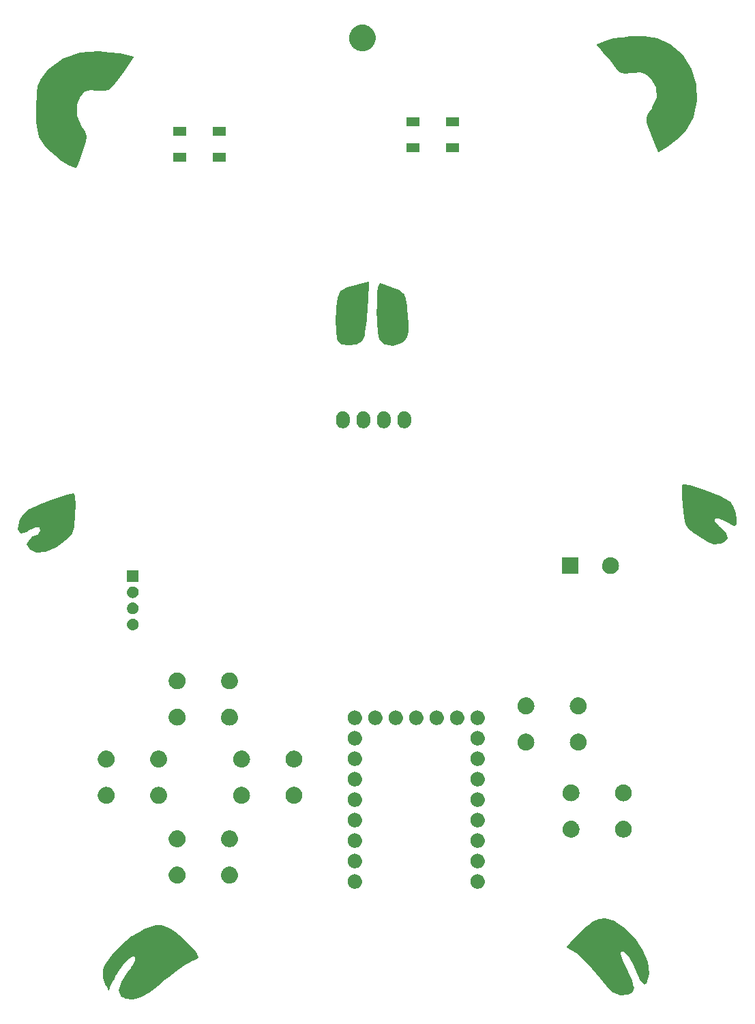
<source format=gbr>
G04 #@! TF.GenerationSoftware,KiCad,Pcbnew,8.0.5-8.0.5-0~ubuntu24.04.1*
G04 #@! TF.CreationDate,2024-10-08T07:55:03+09:00*
G04 #@! TF.ProjectId,gopher_rp2040_sw,676f7068-6572-45f7-9270-323034305f73,rev?*
G04 #@! TF.SameCoordinates,Original*
G04 #@! TF.FileFunction,Soldermask,Top*
G04 #@! TF.FilePolarity,Negative*
%FSLAX46Y46*%
G04 Gerber Fmt 4.6, Leading zero omitted, Abs format (unit mm)*
G04 Created by KiCad (PCBNEW 8.0.5-8.0.5-0~ubuntu24.04.1) date 2024-10-08 07:55:03*
%MOMM*%
%LPD*%
G01*
G04 APERTURE LIST*
G04 APERTURE END LIST*
G36*
X86372207Y-160805600D02*
G01*
X86372213Y-160805600D01*
X87063428Y-160844542D01*
X87063430Y-160844542D01*
X87073094Y-160845087D01*
X87089659Y-160848633D01*
X87098697Y-160852092D01*
X87098701Y-160852093D01*
X87894497Y-161156657D01*
X87894500Y-161156658D01*
X87899659Y-161158633D01*
X87908376Y-161162885D01*
X88231691Y-161357609D01*
X88784344Y-161690456D01*
X88784349Y-161690460D01*
X88788376Y-161692885D01*
X88795127Y-161697679D01*
X88798738Y-161700676D01*
X88798749Y-161700684D01*
X89793327Y-162526184D01*
X89793342Y-162526197D01*
X89795127Y-162527679D01*
X89798194Y-162530425D01*
X89799863Y-162532036D01*
X89799871Y-162532043D01*
X90297587Y-163012397D01*
X90658194Y-163360425D01*
X90661392Y-163363782D01*
X90857893Y-163588355D01*
X91319753Y-164116195D01*
X91361392Y-164163782D01*
X91369193Y-164175403D01*
X91659193Y-164755403D01*
X91660905Y-164779490D01*
X91661248Y-164781009D01*
X91661062Y-164781702D01*
X91662178Y-164797393D01*
X91648891Y-164818891D01*
X91408891Y-165058891D01*
X91392570Y-165070156D01*
X90597991Y-165427715D01*
X90592385Y-165430588D01*
X90057320Y-165740024D01*
X89771519Y-165905307D01*
X89767384Y-165907918D01*
X88844889Y-166542754D01*
X88841058Y-166545615D01*
X88011247Y-167215846D01*
X87545102Y-167592348D01*
X87005666Y-168051868D01*
X87003897Y-168053313D01*
X85853897Y-168953313D01*
X85573980Y-169173248D01*
X85567105Y-169177857D01*
X84437105Y-169817857D01*
X84423743Y-169823255D01*
X83493743Y-170063255D01*
X83474209Y-170064694D01*
X82624209Y-169974694D01*
X82604347Y-169968651D01*
X82310670Y-169813803D01*
X82067774Y-169685731D01*
X82067773Y-169685730D01*
X82054347Y-169678651D01*
X82034430Y-169656077D01*
X82031860Y-169653792D01*
X82031057Y-169652255D01*
X82028533Y-169649394D01*
X82000385Y-169574694D01*
X81773885Y-168973599D01*
X81773884Y-168973596D01*
X81768533Y-168959394D01*
X81767211Y-168924562D01*
X82077211Y-167864562D01*
X82083813Y-167850138D01*
X82088729Y-167842533D01*
X82088734Y-167842524D01*
X82833429Y-166690730D01*
X82833480Y-166690651D01*
X82833813Y-166690138D01*
X82834489Y-166689117D01*
X82834842Y-166688595D01*
X82834875Y-166688547D01*
X83023850Y-166410057D01*
X83023879Y-166410014D01*
X83024489Y-166409117D01*
X83025648Y-166407475D01*
X83026295Y-166406591D01*
X83026316Y-166406563D01*
X83159601Y-166224811D01*
X83241621Y-166112963D01*
X83245556Y-166106890D01*
X83272940Y-166058715D01*
X83483633Y-165688049D01*
X83764875Y-165193271D01*
X83773108Y-165158137D01*
X83766545Y-165042196D01*
X83750709Y-164762431D01*
X83692618Y-164697297D01*
X83547445Y-164672268D01*
X83500718Y-164682065D01*
X82962261Y-165037994D01*
X82950736Y-165047801D01*
X82255404Y-165801893D01*
X82250489Y-165807939D01*
X82205017Y-165871602D01*
X82204982Y-165871649D01*
X82204755Y-165871968D01*
X82204278Y-165872626D01*
X82064715Y-166062032D01*
X81835147Y-166391412D01*
X81549262Y-166805453D01*
X81545385Y-166811858D01*
X81448921Y-166995141D01*
X81339193Y-167214597D01*
X81338797Y-167215374D01*
X81208797Y-167465374D01*
X81204000Y-167473000D01*
X81114488Y-167592348D01*
X81032831Y-167701224D01*
X81025108Y-167714736D01*
X80980769Y-167821154D01*
X80980632Y-167821480D01*
X80840632Y-168151480D01*
X80840156Y-168152570D01*
X80751567Y-168349432D01*
X80750169Y-168352800D01*
X80671397Y-168559580D01*
X80670857Y-168560941D01*
X80647002Y-168618872D01*
X80604717Y-168721567D01*
X80601492Y-168731825D01*
X80566983Y-168887114D01*
X80563690Y-168901931D01*
X80549832Y-168921700D01*
X80549139Y-168923099D01*
X80548555Y-168923521D01*
X80539528Y-168936401D01*
X80498069Y-168943690D01*
X80483345Y-168933369D01*
X80481858Y-168932844D01*
X80480485Y-168931364D01*
X80463599Y-168919528D01*
X80459658Y-168912151D01*
X80456951Y-168905999D01*
X80456948Y-168905996D01*
X80352374Y-168668325D01*
X80349113Y-168661936D01*
X80180535Y-168373721D01*
X80042525Y-168137769D01*
X80037401Y-168126072D01*
X80035274Y-168119113D01*
X80035272Y-168119107D01*
X79820202Y-167415241D01*
X79820201Y-167415237D01*
X79817401Y-167406072D01*
X79815003Y-167389471D01*
X79815095Y-167379887D01*
X79815094Y-167379880D01*
X79824892Y-166360817D01*
X79824894Y-166360806D01*
X79825003Y-166349471D01*
X79828756Y-166330024D01*
X79832875Y-166319456D01*
X79832876Y-166319454D01*
X80056169Y-165746658D01*
X80056172Y-165746651D01*
X80058756Y-165740024D01*
X80064590Y-165728970D01*
X80068601Y-165723100D01*
X80068608Y-165723087D01*
X80881891Y-164532918D01*
X80881899Y-164532907D01*
X80884590Y-164528970D01*
X80889845Y-164522415D01*
X80893108Y-164518928D01*
X80893112Y-164518924D01*
X82057128Y-163275317D01*
X82057134Y-163275311D01*
X82059845Y-163272415D01*
X82064947Y-163267618D01*
X82067994Y-163265097D01*
X82068012Y-163265081D01*
X83391112Y-162170788D01*
X83391126Y-162170777D01*
X83394947Y-162167618D01*
X83402114Y-162162594D01*
X83406392Y-162160077D01*
X83406400Y-162160072D01*
X84758458Y-161364744D01*
X84758464Y-161364740D01*
X84762114Y-161362594D01*
X84768801Y-161359250D01*
X84772696Y-161357622D01*
X84772724Y-161357609D01*
X85555833Y-161030488D01*
X85555863Y-161030477D01*
X85558801Y-161029250D01*
X85564105Y-161027347D01*
X85567152Y-161026427D01*
X85567172Y-161026420D01*
X86092370Y-160867870D01*
X86092394Y-160867863D01*
X86094105Y-160867347D01*
X86097164Y-160866519D01*
X86098900Y-160866102D01*
X86098942Y-160866091D01*
X86338279Y-160808650D01*
X86338288Y-160808649D01*
X86347164Y-160806519D01*
X86363094Y-160805087D01*
X86372207Y-160805600D01*
G37*
G36*
X142075215Y-159967147D02*
G01*
X142086000Y-159970251D01*
X142086002Y-159970252D01*
X143385627Y-160344386D01*
X143385631Y-160344388D01*
X143395215Y-160347147D01*
X143411006Y-160354573D01*
X143419245Y-160360196D01*
X143419248Y-160360198D01*
X144665542Y-161210843D01*
X144665545Y-161210846D01*
X144671006Y-161214573D01*
X144679851Y-161222093D01*
X145849851Y-162452093D01*
X145855960Y-162459789D01*
X146795960Y-163889789D01*
X146800900Y-163899162D01*
X147410900Y-165389162D01*
X147414521Y-165402756D01*
X147604521Y-166832756D01*
X147602800Y-166855400D01*
X147252800Y-168055400D01*
X147237680Y-168074231D01*
X147234539Y-168079650D01*
X147231592Y-168081815D01*
X147226446Y-168088225D01*
X147224597Y-168089193D01*
X146984597Y-168209193D01*
X146960507Y-168210905D01*
X146958990Y-168211248D01*
X146958296Y-168211062D01*
X146942607Y-168212178D01*
X146917748Y-168195210D01*
X146910264Y-168186229D01*
X146910260Y-168186226D01*
X146573068Y-167781596D01*
X146573062Y-167781587D01*
X146567748Y-167775210D01*
X146559986Y-167762882D01*
X146556530Y-167755328D01*
X146556528Y-167755325D01*
X145860137Y-166233212D01*
X145859986Y-166232882D01*
X145859844Y-166232570D01*
X145682166Y-165837732D01*
X145679438Y-165832373D01*
X145049343Y-164729708D01*
X145040303Y-164717569D01*
X144851118Y-164518924D01*
X144486846Y-164136438D01*
X144438087Y-164116195D01*
X144270343Y-164120006D01*
X144160316Y-164122506D01*
X144088640Y-164198317D01*
X144094443Y-164372365D01*
X144097215Y-164388836D01*
X144350394Y-165206802D01*
X144353125Y-165214015D01*
X144900032Y-166427154D01*
X144900032Y-166427155D01*
X144900140Y-166427396D01*
X144900228Y-166427591D01*
X145071672Y-166811862D01*
X145471264Y-167707500D01*
X145480228Y-167727591D01*
X145482956Y-167735146D01*
X145484189Y-167739545D01*
X145484192Y-167739551D01*
X145708930Y-168540790D01*
X145708930Y-168540792D01*
X145712956Y-168555146D01*
X145713889Y-168580998D01*
X145613889Y-169070998D01*
X145599830Y-169092155D01*
X145596949Y-169098230D01*
X145593989Y-169100946D01*
X145591018Y-169105419D01*
X145181018Y-169385419D01*
X145166831Y-169392362D01*
X144886831Y-169482362D01*
X144875791Y-169484694D01*
X144025791Y-169574694D01*
X143998184Y-169570488D01*
X143188184Y-169220488D01*
X143172695Y-169210414D01*
X143164928Y-169203244D01*
X143164924Y-169203242D01*
X142266276Y-168373721D01*
X142266266Y-168373710D01*
X142262695Y-168370414D01*
X142256868Y-168364127D01*
X141537276Y-167454643D01*
X141047689Y-166865140D01*
X141047314Y-166864683D01*
X141047221Y-166864568D01*
X141047089Y-166864408D01*
X140527456Y-166224858D01*
X140390633Y-166058715D01*
X140387187Y-166054868D01*
X140030580Y-165688355D01*
X140030466Y-165688237D01*
X140030284Y-165688049D01*
X140030283Y-165688049D01*
X139440804Y-165078587D01*
X139374825Y-165012607D01*
X139370695Y-165008832D01*
X138530366Y-164306910D01*
X138524100Y-164302306D01*
X137410258Y-163586265D01*
X137404790Y-163582252D01*
X137344790Y-163532252D01*
X137333571Y-163510878D01*
X137332643Y-163509617D01*
X137332534Y-163508902D01*
X137325226Y-163494979D01*
X137337748Y-163454790D01*
X137340665Y-163451559D01*
X137429728Y-163360425D01*
X137769844Y-163012398D01*
X138118159Y-162624275D01*
X138118196Y-162624235D01*
X138119067Y-162623265D01*
X138120684Y-162621539D01*
X138570313Y-162161918D01*
X138629316Y-162099226D01*
X138888807Y-161823517D01*
X138888831Y-161823491D01*
X138889949Y-161822305D01*
X138892010Y-161820229D01*
X138893195Y-161819096D01*
X138893209Y-161819083D01*
X139559245Y-161182869D01*
X139559255Y-161182859D01*
X139562010Y-161180229D01*
X139567139Y-161175896D01*
X140064804Y-160805087D01*
X140582461Y-160419381D01*
X140582465Y-160419378D01*
X140587139Y-160415896D01*
X140595899Y-160410562D01*
X140601135Y-160408009D01*
X140601144Y-160408004D01*
X141385318Y-160025719D01*
X141385323Y-160025717D01*
X141395899Y-160020562D01*
X141415716Y-160015167D01*
X141427452Y-160014250D01*
X141427453Y-160014250D01*
X142044522Y-159966041D01*
X142044524Y-159966041D01*
X142055716Y-159965167D01*
X142075215Y-159967147D01*
G37*
G36*
X111103983Y-154503936D02*
G01*
X111154180Y-154503936D01*
X111197524Y-154513149D01*
X111235659Y-154516905D01*
X111283566Y-154531437D01*
X111338424Y-154543098D01*
X111373530Y-154558728D01*
X111404566Y-154568143D01*
X111453884Y-154594504D01*
X111510500Y-154619711D01*
X111536822Y-154638835D01*
X111560232Y-154651348D01*
X111607988Y-154690540D01*
X111662887Y-154730427D01*
X111680711Y-154750223D01*
X111696675Y-154763324D01*
X111739572Y-154815594D01*
X111788924Y-154870405D01*
X111799292Y-154888363D01*
X111808651Y-154899767D01*
X111843273Y-154964542D01*
X111883104Y-155033530D01*
X111887685Y-155047630D01*
X111891856Y-155055433D01*
X111914852Y-155131242D01*
X111941311Y-155212672D01*
X111942242Y-155221532D01*
X111943094Y-155224340D01*
X111951384Y-155308513D01*
X111961000Y-155400000D01*
X111951383Y-155491494D01*
X111943094Y-155575659D01*
X111942242Y-155578466D01*
X111941311Y-155587328D01*
X111914848Y-155668771D01*
X111891856Y-155744566D01*
X111887686Y-155752366D01*
X111883104Y-155766470D01*
X111843266Y-155835470D01*
X111808651Y-155900232D01*
X111799294Y-155911633D01*
X111788924Y-155929595D01*
X111739563Y-155984415D01*
X111696675Y-156036675D01*
X111680714Y-156049773D01*
X111662887Y-156069573D01*
X111607977Y-156109467D01*
X111560232Y-156148651D01*
X111536827Y-156161161D01*
X111510500Y-156180289D01*
X111453873Y-156205500D01*
X111404566Y-156231856D01*
X111373537Y-156241268D01*
X111338424Y-156256902D01*
X111283555Y-156268564D01*
X111235659Y-156283094D01*
X111197532Y-156286849D01*
X111154180Y-156296064D01*
X111103973Y-156296064D01*
X111060000Y-156300395D01*
X111016027Y-156296064D01*
X110965820Y-156296064D01*
X110922467Y-156286849D01*
X110884340Y-156283094D01*
X110836441Y-156268563D01*
X110781576Y-156256902D01*
X110746464Y-156241269D01*
X110715433Y-156231856D01*
X110666120Y-156205498D01*
X110609500Y-156180289D01*
X110583175Y-156161163D01*
X110559767Y-156148651D01*
X110512013Y-156109460D01*
X110457113Y-156069573D01*
X110439287Y-156049776D01*
X110423324Y-156036675D01*
X110380425Y-155984402D01*
X110331076Y-155929595D01*
X110320708Y-155911637D01*
X110311348Y-155900232D01*
X110276719Y-155835447D01*
X110236896Y-155766470D01*
X110232315Y-155752371D01*
X110228143Y-155744566D01*
X110205136Y-155668725D01*
X110178689Y-155587328D01*
X110177758Y-155578471D01*
X110176905Y-155575659D01*
X110168600Y-155491342D01*
X110159000Y-155400000D01*
X110168599Y-155308664D01*
X110176905Y-155224340D01*
X110177758Y-155221527D01*
X110178689Y-155212672D01*
X110205132Y-155131288D01*
X110228143Y-155055433D01*
X110232315Y-155047626D01*
X110236896Y-155033530D01*
X110276712Y-154964565D01*
X110311348Y-154899767D01*
X110320710Y-154888359D01*
X110331076Y-154870405D01*
X110380416Y-154815607D01*
X110423324Y-154763324D01*
X110439291Y-154750219D01*
X110457113Y-154730427D01*
X110512002Y-154690546D01*
X110559767Y-154651348D01*
X110583180Y-154638833D01*
X110609500Y-154619711D01*
X110666109Y-154594506D01*
X110715433Y-154568143D01*
X110746471Y-154558727D01*
X110781576Y-154543098D01*
X110836430Y-154531438D01*
X110884340Y-154516905D01*
X110922476Y-154513148D01*
X110965820Y-154503936D01*
X111016016Y-154503936D01*
X111060000Y-154499604D01*
X111103983Y-154503936D01*
G37*
G36*
X126343983Y-154503936D02*
G01*
X126394180Y-154503936D01*
X126437524Y-154513149D01*
X126475659Y-154516905D01*
X126523566Y-154531437D01*
X126578424Y-154543098D01*
X126613530Y-154558728D01*
X126644566Y-154568143D01*
X126693884Y-154594504D01*
X126750500Y-154619711D01*
X126776822Y-154638835D01*
X126800232Y-154651348D01*
X126847988Y-154690540D01*
X126902887Y-154730427D01*
X126920711Y-154750223D01*
X126936675Y-154763324D01*
X126979572Y-154815594D01*
X127028924Y-154870405D01*
X127039292Y-154888363D01*
X127048651Y-154899767D01*
X127083273Y-154964542D01*
X127123104Y-155033530D01*
X127127685Y-155047630D01*
X127131856Y-155055433D01*
X127154852Y-155131242D01*
X127181311Y-155212672D01*
X127182242Y-155221532D01*
X127183094Y-155224340D01*
X127191384Y-155308513D01*
X127201000Y-155400000D01*
X127191383Y-155491494D01*
X127183094Y-155575659D01*
X127182242Y-155578466D01*
X127181311Y-155587328D01*
X127154848Y-155668771D01*
X127131856Y-155744566D01*
X127127686Y-155752366D01*
X127123104Y-155766470D01*
X127083266Y-155835470D01*
X127048651Y-155900232D01*
X127039294Y-155911633D01*
X127028924Y-155929595D01*
X126979563Y-155984415D01*
X126936675Y-156036675D01*
X126920714Y-156049773D01*
X126902887Y-156069573D01*
X126847977Y-156109467D01*
X126800232Y-156148651D01*
X126776827Y-156161161D01*
X126750500Y-156180289D01*
X126693873Y-156205500D01*
X126644566Y-156231856D01*
X126613537Y-156241268D01*
X126578424Y-156256902D01*
X126523555Y-156268564D01*
X126475659Y-156283094D01*
X126437532Y-156286849D01*
X126394180Y-156296064D01*
X126343973Y-156296064D01*
X126300000Y-156300395D01*
X126256027Y-156296064D01*
X126205820Y-156296064D01*
X126162467Y-156286849D01*
X126124340Y-156283094D01*
X126076441Y-156268563D01*
X126021576Y-156256902D01*
X125986464Y-156241269D01*
X125955433Y-156231856D01*
X125906120Y-156205498D01*
X125849500Y-156180289D01*
X125823175Y-156161163D01*
X125799767Y-156148651D01*
X125752013Y-156109460D01*
X125697113Y-156069573D01*
X125679287Y-156049776D01*
X125663324Y-156036675D01*
X125620425Y-155984402D01*
X125571076Y-155929595D01*
X125560708Y-155911637D01*
X125551348Y-155900232D01*
X125516719Y-155835447D01*
X125476896Y-155766470D01*
X125472315Y-155752371D01*
X125468143Y-155744566D01*
X125445136Y-155668725D01*
X125418689Y-155587328D01*
X125417758Y-155578471D01*
X125416905Y-155575659D01*
X125408600Y-155491342D01*
X125399000Y-155400000D01*
X125408599Y-155308664D01*
X125416905Y-155224340D01*
X125417758Y-155221527D01*
X125418689Y-155212672D01*
X125445132Y-155131288D01*
X125468143Y-155055433D01*
X125472315Y-155047626D01*
X125476896Y-155033530D01*
X125516712Y-154964565D01*
X125551348Y-154899767D01*
X125560710Y-154888359D01*
X125571076Y-154870405D01*
X125620416Y-154815607D01*
X125663324Y-154763324D01*
X125679291Y-154750219D01*
X125697113Y-154730427D01*
X125752002Y-154690546D01*
X125799767Y-154651348D01*
X125823180Y-154638833D01*
X125849500Y-154619711D01*
X125906109Y-154594506D01*
X125955433Y-154568143D01*
X125986471Y-154558727D01*
X126021576Y-154543098D01*
X126076430Y-154531438D01*
X126124340Y-154516905D01*
X126162476Y-154513148D01*
X126205820Y-154503936D01*
X126256016Y-154503936D01*
X126300000Y-154499604D01*
X126343983Y-154503936D01*
G37*
G36*
X89050938Y-153554017D02*
G01*
X89096923Y-153554017D01*
X89148139Y-153563590D01*
X89205040Y-153569195D01*
X89248261Y-153582306D01*
X89287474Y-153589636D01*
X89341785Y-153610676D01*
X89402200Y-153629003D01*
X89436720Y-153647454D01*
X89468232Y-153659662D01*
X89522977Y-153693559D01*
X89583904Y-153726125D01*
X89609506Y-153747136D01*
X89633048Y-153761713D01*
X89685212Y-153809267D01*
X89743169Y-153856831D01*
X89760342Y-153877757D01*
X89776301Y-153892305D01*
X89822629Y-153953653D01*
X89873875Y-154016096D01*
X89883783Y-154034634D01*
X89893122Y-154047000D01*
X89930274Y-154121613D01*
X89970997Y-154197800D01*
X89975340Y-154212117D01*
X89979528Y-154220528D01*
X90004267Y-154307476D01*
X90030805Y-154394960D01*
X90031676Y-154403811D01*
X90032577Y-154406975D01*
X90041938Y-154508002D01*
X90051000Y-154600000D01*
X90041938Y-154692005D01*
X90032577Y-154793024D01*
X90031676Y-154796187D01*
X90030805Y-154805040D01*
X90004262Y-154892538D01*
X89979528Y-154979471D01*
X89975341Y-154987879D01*
X89970997Y-155002200D01*
X89930267Y-155078399D01*
X89893122Y-155152999D01*
X89883785Y-155165362D01*
X89873875Y-155183904D01*
X89822620Y-155246357D01*
X89776301Y-155307694D01*
X89760345Y-155322238D01*
X89743169Y-155343169D01*
X89685201Y-155390741D01*
X89633048Y-155438286D01*
X89609511Y-155452859D01*
X89583904Y-155473875D01*
X89522965Y-155506447D01*
X89468232Y-155540337D01*
X89436726Y-155552542D01*
X89402200Y-155570997D01*
X89341773Y-155589327D01*
X89287474Y-155610363D01*
X89248268Y-155617691D01*
X89205040Y-155630805D01*
X89148136Y-155636409D01*
X89096923Y-155645983D01*
X89050938Y-155645983D01*
X89000000Y-155651000D01*
X88949062Y-155645983D01*
X88903077Y-155645983D01*
X88851863Y-155636409D01*
X88794960Y-155630805D01*
X88751732Y-155617692D01*
X88712525Y-155610363D01*
X88658221Y-155589325D01*
X88597800Y-155570997D01*
X88563275Y-155552543D01*
X88531767Y-155540337D01*
X88477027Y-155506443D01*
X88416096Y-155473875D01*
X88390491Y-155452861D01*
X88366951Y-155438286D01*
X88314788Y-155390733D01*
X88256831Y-155343169D01*
X88239656Y-155322242D01*
X88223698Y-155307694D01*
X88177367Y-155246342D01*
X88126125Y-155183904D01*
X88116216Y-155165366D01*
X88106877Y-155152999D01*
X88069717Y-155078372D01*
X88029003Y-155002200D01*
X88024660Y-154987884D01*
X88020471Y-154979471D01*
X87995721Y-154892485D01*
X87969195Y-154805040D01*
X87968323Y-154796192D01*
X87967422Y-154793024D01*
X87958044Y-154691833D01*
X87949000Y-154600000D01*
X87958044Y-154508173D01*
X87967422Y-154406975D01*
X87968323Y-154403805D01*
X87969195Y-154394960D01*
X87995716Y-154307529D01*
X88020471Y-154220528D01*
X88024661Y-154212112D01*
X88029003Y-154197800D01*
X88069710Y-154121641D01*
X88106877Y-154047000D01*
X88116218Y-154034629D01*
X88126125Y-154016096D01*
X88177357Y-153953668D01*
X88223698Y-153892305D01*
X88239660Y-153877753D01*
X88256831Y-153856831D01*
X88314777Y-153809275D01*
X88366951Y-153761713D01*
X88390496Y-153747134D01*
X88416096Y-153726125D01*
X88477015Y-153693563D01*
X88531767Y-153659662D01*
X88563282Y-153647452D01*
X88597800Y-153629003D01*
X88658209Y-153610677D01*
X88712525Y-153589636D01*
X88751739Y-153582305D01*
X88794960Y-153569195D01*
X88851860Y-153563590D01*
X88903077Y-153554017D01*
X88949062Y-153554017D01*
X89000000Y-153549000D01*
X89050938Y-153554017D01*
G37*
G36*
X95550938Y-153554017D02*
G01*
X95596923Y-153554017D01*
X95648139Y-153563590D01*
X95705040Y-153569195D01*
X95748261Y-153582306D01*
X95787474Y-153589636D01*
X95841785Y-153610676D01*
X95902200Y-153629003D01*
X95936720Y-153647454D01*
X95968232Y-153659662D01*
X96022977Y-153693559D01*
X96083904Y-153726125D01*
X96109506Y-153747136D01*
X96133048Y-153761713D01*
X96185212Y-153809267D01*
X96243169Y-153856831D01*
X96260342Y-153877757D01*
X96276301Y-153892305D01*
X96322629Y-153953653D01*
X96373875Y-154016096D01*
X96383783Y-154034634D01*
X96393122Y-154047000D01*
X96430274Y-154121613D01*
X96470997Y-154197800D01*
X96475340Y-154212117D01*
X96479528Y-154220528D01*
X96504267Y-154307476D01*
X96530805Y-154394960D01*
X96531676Y-154403811D01*
X96532577Y-154406975D01*
X96541938Y-154508002D01*
X96551000Y-154600000D01*
X96541938Y-154692005D01*
X96532577Y-154793024D01*
X96531676Y-154796187D01*
X96530805Y-154805040D01*
X96504262Y-154892538D01*
X96479528Y-154979471D01*
X96475341Y-154987879D01*
X96470997Y-155002200D01*
X96430267Y-155078399D01*
X96393122Y-155152999D01*
X96383785Y-155165362D01*
X96373875Y-155183904D01*
X96322620Y-155246357D01*
X96276301Y-155307694D01*
X96260345Y-155322238D01*
X96243169Y-155343169D01*
X96185201Y-155390741D01*
X96133048Y-155438286D01*
X96109511Y-155452859D01*
X96083904Y-155473875D01*
X96022965Y-155506447D01*
X95968232Y-155540337D01*
X95936726Y-155552542D01*
X95902200Y-155570997D01*
X95841773Y-155589327D01*
X95787474Y-155610363D01*
X95748268Y-155617691D01*
X95705040Y-155630805D01*
X95648136Y-155636409D01*
X95596923Y-155645983D01*
X95550938Y-155645983D01*
X95500000Y-155651000D01*
X95449062Y-155645983D01*
X95403077Y-155645983D01*
X95351863Y-155636409D01*
X95294960Y-155630805D01*
X95251732Y-155617692D01*
X95212525Y-155610363D01*
X95158221Y-155589325D01*
X95097800Y-155570997D01*
X95063275Y-155552543D01*
X95031767Y-155540337D01*
X94977027Y-155506443D01*
X94916096Y-155473875D01*
X94890491Y-155452861D01*
X94866951Y-155438286D01*
X94814788Y-155390733D01*
X94756831Y-155343169D01*
X94739656Y-155322242D01*
X94723698Y-155307694D01*
X94677367Y-155246342D01*
X94626125Y-155183904D01*
X94616216Y-155165366D01*
X94606877Y-155152999D01*
X94569717Y-155078372D01*
X94529003Y-155002200D01*
X94524660Y-154987884D01*
X94520471Y-154979471D01*
X94495721Y-154892485D01*
X94469195Y-154805040D01*
X94468323Y-154796192D01*
X94467422Y-154793024D01*
X94458044Y-154691833D01*
X94449000Y-154600000D01*
X94458044Y-154508173D01*
X94467422Y-154406975D01*
X94468323Y-154403805D01*
X94469195Y-154394960D01*
X94495716Y-154307529D01*
X94520471Y-154220528D01*
X94524661Y-154212112D01*
X94529003Y-154197800D01*
X94569710Y-154121641D01*
X94606877Y-154047000D01*
X94616218Y-154034629D01*
X94626125Y-154016096D01*
X94677357Y-153953668D01*
X94723698Y-153892305D01*
X94739660Y-153877753D01*
X94756831Y-153856831D01*
X94814777Y-153809275D01*
X94866951Y-153761713D01*
X94890496Y-153747134D01*
X94916096Y-153726125D01*
X94977015Y-153693563D01*
X95031767Y-153659662D01*
X95063282Y-153647452D01*
X95097800Y-153629003D01*
X95158209Y-153610677D01*
X95212525Y-153589636D01*
X95251739Y-153582305D01*
X95294960Y-153569195D01*
X95351860Y-153563590D01*
X95403077Y-153554017D01*
X95449062Y-153554017D01*
X95500000Y-153549000D01*
X95550938Y-153554017D01*
G37*
G36*
X111103983Y-151963936D02*
G01*
X111154180Y-151963936D01*
X111197524Y-151973149D01*
X111235659Y-151976905D01*
X111283566Y-151991437D01*
X111338424Y-152003098D01*
X111373530Y-152018728D01*
X111404566Y-152028143D01*
X111453884Y-152054504D01*
X111510500Y-152079711D01*
X111536822Y-152098835D01*
X111560232Y-152111348D01*
X111607988Y-152150540D01*
X111662887Y-152190427D01*
X111680711Y-152210223D01*
X111696675Y-152223324D01*
X111739572Y-152275594D01*
X111788924Y-152330405D01*
X111799292Y-152348363D01*
X111808651Y-152359767D01*
X111843273Y-152424542D01*
X111883104Y-152493530D01*
X111887685Y-152507630D01*
X111891856Y-152515433D01*
X111914852Y-152591242D01*
X111941311Y-152672672D01*
X111942242Y-152681532D01*
X111943094Y-152684340D01*
X111951384Y-152768513D01*
X111961000Y-152860000D01*
X111951383Y-152951494D01*
X111943094Y-153035659D01*
X111942242Y-153038466D01*
X111941311Y-153047328D01*
X111914848Y-153128771D01*
X111891856Y-153204566D01*
X111887686Y-153212366D01*
X111883104Y-153226470D01*
X111843266Y-153295470D01*
X111808651Y-153360232D01*
X111799294Y-153371633D01*
X111788924Y-153389595D01*
X111739563Y-153444415D01*
X111696675Y-153496675D01*
X111680714Y-153509773D01*
X111662887Y-153529573D01*
X111607977Y-153569467D01*
X111560232Y-153608651D01*
X111536827Y-153621161D01*
X111510500Y-153640289D01*
X111453873Y-153665500D01*
X111404566Y-153691856D01*
X111373537Y-153701268D01*
X111338424Y-153716902D01*
X111283555Y-153728564D01*
X111235659Y-153743094D01*
X111197532Y-153746849D01*
X111154180Y-153756064D01*
X111103973Y-153756064D01*
X111060000Y-153760395D01*
X111016027Y-153756064D01*
X110965820Y-153756064D01*
X110922467Y-153746849D01*
X110884340Y-153743094D01*
X110836441Y-153728563D01*
X110781576Y-153716902D01*
X110746464Y-153701269D01*
X110715433Y-153691856D01*
X110666120Y-153665498D01*
X110609500Y-153640289D01*
X110583175Y-153621163D01*
X110559767Y-153608651D01*
X110512013Y-153569460D01*
X110457113Y-153529573D01*
X110439287Y-153509776D01*
X110423324Y-153496675D01*
X110380425Y-153444402D01*
X110331076Y-153389595D01*
X110320708Y-153371637D01*
X110311348Y-153360232D01*
X110276719Y-153295447D01*
X110236896Y-153226470D01*
X110232315Y-153212371D01*
X110228143Y-153204566D01*
X110205136Y-153128725D01*
X110178689Y-153047328D01*
X110177758Y-153038471D01*
X110176905Y-153035659D01*
X110168600Y-152951342D01*
X110159000Y-152860000D01*
X110168599Y-152768664D01*
X110176905Y-152684340D01*
X110177758Y-152681527D01*
X110178689Y-152672672D01*
X110205132Y-152591288D01*
X110228143Y-152515433D01*
X110232315Y-152507626D01*
X110236896Y-152493530D01*
X110276712Y-152424565D01*
X110311348Y-152359767D01*
X110320710Y-152348359D01*
X110331076Y-152330405D01*
X110380416Y-152275607D01*
X110423324Y-152223324D01*
X110439291Y-152210219D01*
X110457113Y-152190427D01*
X110512002Y-152150546D01*
X110559767Y-152111348D01*
X110583180Y-152098833D01*
X110609500Y-152079711D01*
X110666109Y-152054506D01*
X110715433Y-152028143D01*
X110746471Y-152018727D01*
X110781576Y-152003098D01*
X110836430Y-151991438D01*
X110884340Y-151976905D01*
X110922476Y-151973148D01*
X110965820Y-151963936D01*
X111016016Y-151963936D01*
X111060000Y-151959604D01*
X111103983Y-151963936D01*
G37*
G36*
X126343983Y-151963936D02*
G01*
X126394180Y-151963936D01*
X126437524Y-151973149D01*
X126475659Y-151976905D01*
X126523566Y-151991437D01*
X126578424Y-152003098D01*
X126613530Y-152018728D01*
X126644566Y-152028143D01*
X126693884Y-152054504D01*
X126750500Y-152079711D01*
X126776822Y-152098835D01*
X126800232Y-152111348D01*
X126847988Y-152150540D01*
X126902887Y-152190427D01*
X126920711Y-152210223D01*
X126936675Y-152223324D01*
X126979572Y-152275594D01*
X127028924Y-152330405D01*
X127039292Y-152348363D01*
X127048651Y-152359767D01*
X127083273Y-152424542D01*
X127123104Y-152493530D01*
X127127685Y-152507630D01*
X127131856Y-152515433D01*
X127154852Y-152591242D01*
X127181311Y-152672672D01*
X127182242Y-152681532D01*
X127183094Y-152684340D01*
X127191384Y-152768513D01*
X127201000Y-152860000D01*
X127191383Y-152951494D01*
X127183094Y-153035659D01*
X127182242Y-153038466D01*
X127181311Y-153047328D01*
X127154848Y-153128771D01*
X127131856Y-153204566D01*
X127127686Y-153212366D01*
X127123104Y-153226470D01*
X127083266Y-153295470D01*
X127048651Y-153360232D01*
X127039294Y-153371633D01*
X127028924Y-153389595D01*
X126979563Y-153444415D01*
X126936675Y-153496675D01*
X126920714Y-153509773D01*
X126902887Y-153529573D01*
X126847977Y-153569467D01*
X126800232Y-153608651D01*
X126776827Y-153621161D01*
X126750500Y-153640289D01*
X126693873Y-153665500D01*
X126644566Y-153691856D01*
X126613537Y-153701268D01*
X126578424Y-153716902D01*
X126523555Y-153728564D01*
X126475659Y-153743094D01*
X126437532Y-153746849D01*
X126394180Y-153756064D01*
X126343973Y-153756064D01*
X126300000Y-153760395D01*
X126256027Y-153756064D01*
X126205820Y-153756064D01*
X126162467Y-153746849D01*
X126124340Y-153743094D01*
X126076441Y-153728563D01*
X126021576Y-153716902D01*
X125986464Y-153701269D01*
X125955433Y-153691856D01*
X125906120Y-153665498D01*
X125849500Y-153640289D01*
X125823175Y-153621163D01*
X125799767Y-153608651D01*
X125752013Y-153569460D01*
X125697113Y-153529573D01*
X125679287Y-153509776D01*
X125663324Y-153496675D01*
X125620425Y-153444402D01*
X125571076Y-153389595D01*
X125560708Y-153371637D01*
X125551348Y-153360232D01*
X125516719Y-153295447D01*
X125476896Y-153226470D01*
X125472315Y-153212371D01*
X125468143Y-153204566D01*
X125445136Y-153128725D01*
X125418689Y-153047328D01*
X125417758Y-153038471D01*
X125416905Y-153035659D01*
X125408600Y-152951342D01*
X125399000Y-152860000D01*
X125408599Y-152768664D01*
X125416905Y-152684340D01*
X125417758Y-152681527D01*
X125418689Y-152672672D01*
X125445132Y-152591288D01*
X125468143Y-152515433D01*
X125472315Y-152507626D01*
X125476896Y-152493530D01*
X125516712Y-152424565D01*
X125551348Y-152359767D01*
X125560710Y-152348359D01*
X125571076Y-152330405D01*
X125620416Y-152275607D01*
X125663324Y-152223324D01*
X125679291Y-152210219D01*
X125697113Y-152190427D01*
X125752002Y-152150546D01*
X125799767Y-152111348D01*
X125823180Y-152098833D01*
X125849500Y-152079711D01*
X125906109Y-152054506D01*
X125955433Y-152028143D01*
X125986471Y-152018727D01*
X126021576Y-152003098D01*
X126076430Y-151991438D01*
X126124340Y-151976905D01*
X126162476Y-151973148D01*
X126205820Y-151963936D01*
X126256016Y-151963936D01*
X126300000Y-151959604D01*
X126343983Y-151963936D01*
G37*
G36*
X111103983Y-149423936D02*
G01*
X111154180Y-149423936D01*
X111197524Y-149433149D01*
X111235659Y-149436905D01*
X111283566Y-149451437D01*
X111338424Y-149463098D01*
X111373530Y-149478728D01*
X111404566Y-149488143D01*
X111453884Y-149514504D01*
X111510500Y-149539711D01*
X111536822Y-149558835D01*
X111560232Y-149571348D01*
X111607988Y-149610540D01*
X111662887Y-149650427D01*
X111680711Y-149670223D01*
X111696675Y-149683324D01*
X111739572Y-149735594D01*
X111788924Y-149790405D01*
X111799292Y-149808363D01*
X111808651Y-149819767D01*
X111843273Y-149884542D01*
X111883104Y-149953530D01*
X111887685Y-149967630D01*
X111891856Y-149975433D01*
X111914852Y-150051242D01*
X111941311Y-150132672D01*
X111942242Y-150141532D01*
X111943094Y-150144340D01*
X111951384Y-150228513D01*
X111961000Y-150320000D01*
X111951383Y-150411494D01*
X111943094Y-150495659D01*
X111942242Y-150498466D01*
X111941311Y-150507328D01*
X111914848Y-150588771D01*
X111891856Y-150664566D01*
X111887686Y-150672366D01*
X111883104Y-150686470D01*
X111843266Y-150755470D01*
X111808651Y-150820232D01*
X111799294Y-150831633D01*
X111788924Y-150849595D01*
X111739563Y-150904415D01*
X111696675Y-150956675D01*
X111680714Y-150969773D01*
X111662887Y-150989573D01*
X111607977Y-151029467D01*
X111560232Y-151068651D01*
X111536827Y-151081161D01*
X111510500Y-151100289D01*
X111453873Y-151125500D01*
X111404566Y-151151856D01*
X111373537Y-151161268D01*
X111338424Y-151176902D01*
X111283555Y-151188564D01*
X111235659Y-151203094D01*
X111197532Y-151206849D01*
X111154180Y-151216064D01*
X111103973Y-151216064D01*
X111060000Y-151220395D01*
X111016027Y-151216064D01*
X110965820Y-151216064D01*
X110922467Y-151206849D01*
X110884340Y-151203094D01*
X110836441Y-151188563D01*
X110781576Y-151176902D01*
X110746464Y-151161269D01*
X110715433Y-151151856D01*
X110666120Y-151125498D01*
X110609500Y-151100289D01*
X110583175Y-151081163D01*
X110559767Y-151068651D01*
X110512013Y-151029460D01*
X110457113Y-150989573D01*
X110439287Y-150969776D01*
X110423324Y-150956675D01*
X110380425Y-150904402D01*
X110331076Y-150849595D01*
X110320708Y-150831637D01*
X110311348Y-150820232D01*
X110276719Y-150755447D01*
X110236896Y-150686470D01*
X110232315Y-150672371D01*
X110228143Y-150664566D01*
X110205136Y-150588725D01*
X110178689Y-150507328D01*
X110177758Y-150498471D01*
X110176905Y-150495659D01*
X110168600Y-150411342D01*
X110159000Y-150320000D01*
X110168599Y-150228664D01*
X110176905Y-150144340D01*
X110177758Y-150141527D01*
X110178689Y-150132672D01*
X110205132Y-150051288D01*
X110228143Y-149975433D01*
X110232315Y-149967626D01*
X110236896Y-149953530D01*
X110276712Y-149884565D01*
X110311348Y-149819767D01*
X110320710Y-149808359D01*
X110331076Y-149790405D01*
X110380416Y-149735607D01*
X110423324Y-149683324D01*
X110439291Y-149670219D01*
X110457113Y-149650427D01*
X110512002Y-149610546D01*
X110559767Y-149571348D01*
X110583180Y-149558833D01*
X110609500Y-149539711D01*
X110666109Y-149514506D01*
X110715433Y-149488143D01*
X110746471Y-149478727D01*
X110781576Y-149463098D01*
X110836430Y-149451438D01*
X110884340Y-149436905D01*
X110922476Y-149433148D01*
X110965820Y-149423936D01*
X111016016Y-149423936D01*
X111060000Y-149419604D01*
X111103983Y-149423936D01*
G37*
G36*
X126343983Y-149423936D02*
G01*
X126394180Y-149423936D01*
X126437524Y-149433149D01*
X126475659Y-149436905D01*
X126523566Y-149451437D01*
X126578424Y-149463098D01*
X126613530Y-149478728D01*
X126644566Y-149488143D01*
X126693884Y-149514504D01*
X126750500Y-149539711D01*
X126776822Y-149558835D01*
X126800232Y-149571348D01*
X126847988Y-149610540D01*
X126902887Y-149650427D01*
X126920711Y-149670223D01*
X126936675Y-149683324D01*
X126979572Y-149735594D01*
X127028924Y-149790405D01*
X127039292Y-149808363D01*
X127048651Y-149819767D01*
X127083273Y-149884542D01*
X127123104Y-149953530D01*
X127127685Y-149967630D01*
X127131856Y-149975433D01*
X127154852Y-150051242D01*
X127181311Y-150132672D01*
X127182242Y-150141532D01*
X127183094Y-150144340D01*
X127191384Y-150228513D01*
X127201000Y-150320000D01*
X127191383Y-150411494D01*
X127183094Y-150495659D01*
X127182242Y-150498466D01*
X127181311Y-150507328D01*
X127154848Y-150588771D01*
X127131856Y-150664566D01*
X127127686Y-150672366D01*
X127123104Y-150686470D01*
X127083266Y-150755470D01*
X127048651Y-150820232D01*
X127039294Y-150831633D01*
X127028924Y-150849595D01*
X126979563Y-150904415D01*
X126936675Y-150956675D01*
X126920714Y-150969773D01*
X126902887Y-150989573D01*
X126847977Y-151029467D01*
X126800232Y-151068651D01*
X126776827Y-151081161D01*
X126750500Y-151100289D01*
X126693873Y-151125500D01*
X126644566Y-151151856D01*
X126613537Y-151161268D01*
X126578424Y-151176902D01*
X126523555Y-151188564D01*
X126475659Y-151203094D01*
X126437532Y-151206849D01*
X126394180Y-151216064D01*
X126343973Y-151216064D01*
X126300000Y-151220395D01*
X126256027Y-151216064D01*
X126205820Y-151216064D01*
X126162467Y-151206849D01*
X126124340Y-151203094D01*
X126076441Y-151188563D01*
X126021576Y-151176902D01*
X125986464Y-151161269D01*
X125955433Y-151151856D01*
X125906120Y-151125498D01*
X125849500Y-151100289D01*
X125823175Y-151081163D01*
X125799767Y-151068651D01*
X125752013Y-151029460D01*
X125697113Y-150989573D01*
X125679287Y-150969776D01*
X125663324Y-150956675D01*
X125620425Y-150904402D01*
X125571076Y-150849595D01*
X125560708Y-150831637D01*
X125551348Y-150820232D01*
X125516719Y-150755447D01*
X125476896Y-150686470D01*
X125472315Y-150672371D01*
X125468143Y-150664566D01*
X125445136Y-150588725D01*
X125418689Y-150507328D01*
X125417758Y-150498471D01*
X125416905Y-150495659D01*
X125408600Y-150411342D01*
X125399000Y-150320000D01*
X125408599Y-150228664D01*
X125416905Y-150144340D01*
X125417758Y-150141527D01*
X125418689Y-150132672D01*
X125445132Y-150051288D01*
X125468143Y-149975433D01*
X125472315Y-149967626D01*
X125476896Y-149953530D01*
X125516712Y-149884565D01*
X125551348Y-149819767D01*
X125560710Y-149808359D01*
X125571076Y-149790405D01*
X125620416Y-149735607D01*
X125663324Y-149683324D01*
X125679291Y-149670219D01*
X125697113Y-149650427D01*
X125752002Y-149610546D01*
X125799767Y-149571348D01*
X125823180Y-149558833D01*
X125849500Y-149539711D01*
X125906109Y-149514506D01*
X125955433Y-149488143D01*
X125986471Y-149478727D01*
X126021576Y-149463098D01*
X126076430Y-149451438D01*
X126124340Y-149436905D01*
X126162476Y-149433148D01*
X126205820Y-149423936D01*
X126256016Y-149423936D01*
X126300000Y-149419604D01*
X126343983Y-149423936D01*
G37*
G36*
X89050938Y-149054017D02*
G01*
X89096923Y-149054017D01*
X89148139Y-149063590D01*
X89205040Y-149069195D01*
X89248261Y-149082306D01*
X89287474Y-149089636D01*
X89341785Y-149110676D01*
X89402200Y-149129003D01*
X89436720Y-149147454D01*
X89468232Y-149159662D01*
X89522977Y-149193559D01*
X89583904Y-149226125D01*
X89609506Y-149247136D01*
X89633048Y-149261713D01*
X89685212Y-149309267D01*
X89743169Y-149356831D01*
X89760342Y-149377757D01*
X89776301Y-149392305D01*
X89822629Y-149453653D01*
X89873875Y-149516096D01*
X89883783Y-149534634D01*
X89893122Y-149547000D01*
X89930274Y-149621613D01*
X89970997Y-149697800D01*
X89975340Y-149712117D01*
X89979528Y-149720528D01*
X90004267Y-149807476D01*
X90030805Y-149894960D01*
X90031676Y-149903811D01*
X90032577Y-149906975D01*
X90041938Y-150008002D01*
X90051000Y-150100000D01*
X90041938Y-150192005D01*
X90032577Y-150293024D01*
X90031676Y-150296187D01*
X90030805Y-150305040D01*
X90004262Y-150392538D01*
X89979528Y-150479471D01*
X89975341Y-150487879D01*
X89970997Y-150502200D01*
X89930267Y-150578399D01*
X89893122Y-150652999D01*
X89883785Y-150665362D01*
X89873875Y-150683904D01*
X89822620Y-150746357D01*
X89776301Y-150807694D01*
X89760345Y-150822238D01*
X89743169Y-150843169D01*
X89685201Y-150890741D01*
X89633048Y-150938286D01*
X89609511Y-150952859D01*
X89583904Y-150973875D01*
X89522965Y-151006447D01*
X89468232Y-151040337D01*
X89436726Y-151052542D01*
X89402200Y-151070997D01*
X89341773Y-151089327D01*
X89287474Y-151110363D01*
X89248268Y-151117691D01*
X89205040Y-151130805D01*
X89148136Y-151136409D01*
X89096923Y-151145983D01*
X89050938Y-151145983D01*
X89000000Y-151151000D01*
X88949062Y-151145983D01*
X88903077Y-151145983D01*
X88851863Y-151136409D01*
X88794960Y-151130805D01*
X88751732Y-151117692D01*
X88712525Y-151110363D01*
X88658221Y-151089325D01*
X88597800Y-151070997D01*
X88563275Y-151052543D01*
X88531767Y-151040337D01*
X88477027Y-151006443D01*
X88416096Y-150973875D01*
X88390491Y-150952861D01*
X88366951Y-150938286D01*
X88314788Y-150890733D01*
X88256831Y-150843169D01*
X88239656Y-150822242D01*
X88223698Y-150807694D01*
X88177367Y-150746342D01*
X88126125Y-150683904D01*
X88116216Y-150665366D01*
X88106877Y-150652999D01*
X88069717Y-150578372D01*
X88029003Y-150502200D01*
X88024660Y-150487884D01*
X88020471Y-150479471D01*
X87995721Y-150392485D01*
X87969195Y-150305040D01*
X87968323Y-150296192D01*
X87967422Y-150293024D01*
X87958044Y-150191833D01*
X87949000Y-150100000D01*
X87958044Y-150008173D01*
X87967422Y-149906975D01*
X87968323Y-149903805D01*
X87969195Y-149894960D01*
X87995716Y-149807529D01*
X88020471Y-149720528D01*
X88024661Y-149712112D01*
X88029003Y-149697800D01*
X88069710Y-149621641D01*
X88106877Y-149547000D01*
X88116218Y-149534629D01*
X88126125Y-149516096D01*
X88177357Y-149453668D01*
X88223698Y-149392305D01*
X88239660Y-149377753D01*
X88256831Y-149356831D01*
X88314777Y-149309275D01*
X88366951Y-149261713D01*
X88390496Y-149247134D01*
X88416096Y-149226125D01*
X88477015Y-149193563D01*
X88531767Y-149159662D01*
X88563282Y-149147452D01*
X88597800Y-149129003D01*
X88658209Y-149110677D01*
X88712525Y-149089636D01*
X88751739Y-149082305D01*
X88794960Y-149069195D01*
X88851860Y-149063590D01*
X88903077Y-149054017D01*
X88949062Y-149054017D01*
X89000000Y-149049000D01*
X89050938Y-149054017D01*
G37*
G36*
X95550938Y-149054017D02*
G01*
X95596923Y-149054017D01*
X95648139Y-149063590D01*
X95705040Y-149069195D01*
X95748261Y-149082306D01*
X95787474Y-149089636D01*
X95841785Y-149110676D01*
X95902200Y-149129003D01*
X95936720Y-149147454D01*
X95968232Y-149159662D01*
X96022977Y-149193559D01*
X96083904Y-149226125D01*
X96109506Y-149247136D01*
X96133048Y-149261713D01*
X96185212Y-149309267D01*
X96243169Y-149356831D01*
X96260342Y-149377757D01*
X96276301Y-149392305D01*
X96322629Y-149453653D01*
X96373875Y-149516096D01*
X96383783Y-149534634D01*
X96393122Y-149547000D01*
X96430274Y-149621613D01*
X96470997Y-149697800D01*
X96475340Y-149712117D01*
X96479528Y-149720528D01*
X96504267Y-149807476D01*
X96530805Y-149894960D01*
X96531676Y-149903811D01*
X96532577Y-149906975D01*
X96541938Y-150008002D01*
X96551000Y-150100000D01*
X96541938Y-150192005D01*
X96532577Y-150293024D01*
X96531676Y-150296187D01*
X96530805Y-150305040D01*
X96504262Y-150392538D01*
X96479528Y-150479471D01*
X96475341Y-150487879D01*
X96470997Y-150502200D01*
X96430267Y-150578399D01*
X96393122Y-150652999D01*
X96383785Y-150665362D01*
X96373875Y-150683904D01*
X96322620Y-150746357D01*
X96276301Y-150807694D01*
X96260345Y-150822238D01*
X96243169Y-150843169D01*
X96185201Y-150890741D01*
X96133048Y-150938286D01*
X96109511Y-150952859D01*
X96083904Y-150973875D01*
X96022965Y-151006447D01*
X95968232Y-151040337D01*
X95936726Y-151052542D01*
X95902200Y-151070997D01*
X95841773Y-151089327D01*
X95787474Y-151110363D01*
X95748268Y-151117691D01*
X95705040Y-151130805D01*
X95648136Y-151136409D01*
X95596923Y-151145983D01*
X95550938Y-151145983D01*
X95500000Y-151151000D01*
X95449062Y-151145983D01*
X95403077Y-151145983D01*
X95351863Y-151136409D01*
X95294960Y-151130805D01*
X95251732Y-151117692D01*
X95212525Y-151110363D01*
X95158221Y-151089325D01*
X95097800Y-151070997D01*
X95063275Y-151052543D01*
X95031767Y-151040337D01*
X94977027Y-151006443D01*
X94916096Y-150973875D01*
X94890491Y-150952861D01*
X94866951Y-150938286D01*
X94814788Y-150890733D01*
X94756831Y-150843169D01*
X94739656Y-150822242D01*
X94723698Y-150807694D01*
X94677367Y-150746342D01*
X94626125Y-150683904D01*
X94616216Y-150665366D01*
X94606877Y-150652999D01*
X94569717Y-150578372D01*
X94529003Y-150502200D01*
X94524660Y-150487884D01*
X94520471Y-150479471D01*
X94495721Y-150392485D01*
X94469195Y-150305040D01*
X94468323Y-150296192D01*
X94467422Y-150293024D01*
X94458044Y-150191833D01*
X94449000Y-150100000D01*
X94458044Y-150008173D01*
X94467422Y-149906975D01*
X94468323Y-149903805D01*
X94469195Y-149894960D01*
X94495716Y-149807529D01*
X94520471Y-149720528D01*
X94524661Y-149712112D01*
X94529003Y-149697800D01*
X94569710Y-149621641D01*
X94606877Y-149547000D01*
X94616218Y-149534629D01*
X94626125Y-149516096D01*
X94677357Y-149453668D01*
X94723698Y-149392305D01*
X94739660Y-149377753D01*
X94756831Y-149356831D01*
X94814777Y-149309275D01*
X94866951Y-149261713D01*
X94890496Y-149247134D01*
X94916096Y-149226125D01*
X94977015Y-149193563D01*
X95031767Y-149159662D01*
X95063282Y-149147452D01*
X95097800Y-149129003D01*
X95158209Y-149110677D01*
X95212525Y-149089636D01*
X95251739Y-149082305D01*
X95294960Y-149069195D01*
X95351860Y-149063590D01*
X95403077Y-149054017D01*
X95449062Y-149054017D01*
X95500000Y-149049000D01*
X95550938Y-149054017D01*
G37*
G36*
X137950938Y-147854017D02*
G01*
X137996923Y-147854017D01*
X138048139Y-147863590D01*
X138105040Y-147869195D01*
X138148261Y-147882306D01*
X138187474Y-147889636D01*
X138241785Y-147910676D01*
X138302200Y-147929003D01*
X138336720Y-147947454D01*
X138368232Y-147959662D01*
X138422977Y-147993559D01*
X138483904Y-148026125D01*
X138509506Y-148047136D01*
X138533048Y-148061713D01*
X138585212Y-148109267D01*
X138643169Y-148156831D01*
X138660342Y-148177757D01*
X138676301Y-148192305D01*
X138722629Y-148253653D01*
X138773875Y-148316096D01*
X138783783Y-148334634D01*
X138793122Y-148347000D01*
X138830274Y-148421613D01*
X138870997Y-148497800D01*
X138875340Y-148512117D01*
X138879528Y-148520528D01*
X138904267Y-148607476D01*
X138930805Y-148694960D01*
X138931676Y-148703811D01*
X138932577Y-148706975D01*
X138941938Y-148808002D01*
X138951000Y-148900000D01*
X138941938Y-148992005D01*
X138932577Y-149093024D01*
X138931676Y-149096187D01*
X138930805Y-149105040D01*
X138904262Y-149192538D01*
X138879528Y-149279471D01*
X138875341Y-149287879D01*
X138870997Y-149302200D01*
X138830267Y-149378399D01*
X138793122Y-149452999D01*
X138783785Y-149465362D01*
X138773875Y-149483904D01*
X138722620Y-149546357D01*
X138676301Y-149607694D01*
X138660345Y-149622238D01*
X138643169Y-149643169D01*
X138585201Y-149690741D01*
X138533048Y-149738286D01*
X138509511Y-149752859D01*
X138483904Y-149773875D01*
X138422965Y-149806447D01*
X138368232Y-149840337D01*
X138336726Y-149852542D01*
X138302200Y-149870997D01*
X138241773Y-149889327D01*
X138187474Y-149910363D01*
X138148268Y-149917691D01*
X138105040Y-149930805D01*
X138048136Y-149936409D01*
X137996923Y-149945983D01*
X137950938Y-149945983D01*
X137900000Y-149951000D01*
X137849062Y-149945983D01*
X137803077Y-149945983D01*
X137751863Y-149936409D01*
X137694960Y-149930805D01*
X137651732Y-149917692D01*
X137612525Y-149910363D01*
X137558221Y-149889325D01*
X137497800Y-149870997D01*
X137463275Y-149852543D01*
X137431767Y-149840337D01*
X137377027Y-149806443D01*
X137316096Y-149773875D01*
X137290491Y-149752861D01*
X137266951Y-149738286D01*
X137214788Y-149690733D01*
X137156831Y-149643169D01*
X137139656Y-149622242D01*
X137123698Y-149607694D01*
X137077367Y-149546342D01*
X137026125Y-149483904D01*
X137016216Y-149465366D01*
X137006877Y-149452999D01*
X136969717Y-149378372D01*
X136929003Y-149302200D01*
X136924660Y-149287884D01*
X136920471Y-149279471D01*
X136895721Y-149192485D01*
X136869195Y-149105040D01*
X136868323Y-149096192D01*
X136867422Y-149093024D01*
X136858044Y-148991833D01*
X136849000Y-148900000D01*
X136858044Y-148808173D01*
X136867422Y-148706975D01*
X136868323Y-148703805D01*
X136869195Y-148694960D01*
X136895716Y-148607529D01*
X136920471Y-148520528D01*
X136924661Y-148512112D01*
X136929003Y-148497800D01*
X136969710Y-148421641D01*
X137006877Y-148347000D01*
X137016218Y-148334629D01*
X137026125Y-148316096D01*
X137077357Y-148253668D01*
X137123698Y-148192305D01*
X137139660Y-148177753D01*
X137156831Y-148156831D01*
X137214777Y-148109275D01*
X137266951Y-148061713D01*
X137290496Y-148047134D01*
X137316096Y-148026125D01*
X137377015Y-147993563D01*
X137431767Y-147959662D01*
X137463282Y-147947452D01*
X137497800Y-147929003D01*
X137558209Y-147910677D01*
X137612525Y-147889636D01*
X137651739Y-147882305D01*
X137694960Y-147869195D01*
X137751860Y-147863590D01*
X137803077Y-147854017D01*
X137849062Y-147854017D01*
X137900000Y-147849000D01*
X137950938Y-147854017D01*
G37*
G36*
X144450938Y-147854017D02*
G01*
X144496923Y-147854017D01*
X144548139Y-147863590D01*
X144605040Y-147869195D01*
X144648261Y-147882306D01*
X144687474Y-147889636D01*
X144741785Y-147910676D01*
X144802200Y-147929003D01*
X144836720Y-147947454D01*
X144868232Y-147959662D01*
X144922977Y-147993559D01*
X144983904Y-148026125D01*
X145009506Y-148047136D01*
X145033048Y-148061713D01*
X145085212Y-148109267D01*
X145143169Y-148156831D01*
X145160342Y-148177757D01*
X145176301Y-148192305D01*
X145222629Y-148253653D01*
X145273875Y-148316096D01*
X145283783Y-148334634D01*
X145293122Y-148347000D01*
X145330274Y-148421613D01*
X145370997Y-148497800D01*
X145375340Y-148512117D01*
X145379528Y-148520528D01*
X145404267Y-148607476D01*
X145430805Y-148694960D01*
X145431676Y-148703811D01*
X145432577Y-148706975D01*
X145441938Y-148808002D01*
X145451000Y-148900000D01*
X145441938Y-148992005D01*
X145432577Y-149093024D01*
X145431676Y-149096187D01*
X145430805Y-149105040D01*
X145404262Y-149192538D01*
X145379528Y-149279471D01*
X145375341Y-149287879D01*
X145370997Y-149302200D01*
X145330267Y-149378399D01*
X145293122Y-149452999D01*
X145283785Y-149465362D01*
X145273875Y-149483904D01*
X145222620Y-149546357D01*
X145176301Y-149607694D01*
X145160345Y-149622238D01*
X145143169Y-149643169D01*
X145085201Y-149690741D01*
X145033048Y-149738286D01*
X145009511Y-149752859D01*
X144983904Y-149773875D01*
X144922965Y-149806447D01*
X144868232Y-149840337D01*
X144836726Y-149852542D01*
X144802200Y-149870997D01*
X144741773Y-149889327D01*
X144687474Y-149910363D01*
X144648268Y-149917691D01*
X144605040Y-149930805D01*
X144548136Y-149936409D01*
X144496923Y-149945983D01*
X144450938Y-149945983D01*
X144400000Y-149951000D01*
X144349062Y-149945983D01*
X144303077Y-149945983D01*
X144251863Y-149936409D01*
X144194960Y-149930805D01*
X144151732Y-149917692D01*
X144112525Y-149910363D01*
X144058221Y-149889325D01*
X143997800Y-149870997D01*
X143963275Y-149852543D01*
X143931767Y-149840337D01*
X143877027Y-149806443D01*
X143816096Y-149773875D01*
X143790491Y-149752861D01*
X143766951Y-149738286D01*
X143714788Y-149690733D01*
X143656831Y-149643169D01*
X143639656Y-149622242D01*
X143623698Y-149607694D01*
X143577367Y-149546342D01*
X143526125Y-149483904D01*
X143516216Y-149465366D01*
X143506877Y-149452999D01*
X143469717Y-149378372D01*
X143429003Y-149302200D01*
X143424660Y-149287884D01*
X143420471Y-149279471D01*
X143395721Y-149192485D01*
X143369195Y-149105040D01*
X143368323Y-149096192D01*
X143367422Y-149093024D01*
X143358044Y-148991833D01*
X143349000Y-148900000D01*
X143358044Y-148808173D01*
X143367422Y-148706975D01*
X143368323Y-148703805D01*
X143369195Y-148694960D01*
X143395716Y-148607529D01*
X143420471Y-148520528D01*
X143424661Y-148512112D01*
X143429003Y-148497800D01*
X143469710Y-148421641D01*
X143506877Y-148347000D01*
X143516218Y-148334629D01*
X143526125Y-148316096D01*
X143577357Y-148253668D01*
X143623698Y-148192305D01*
X143639660Y-148177753D01*
X143656831Y-148156831D01*
X143714777Y-148109275D01*
X143766951Y-148061713D01*
X143790496Y-148047134D01*
X143816096Y-148026125D01*
X143877015Y-147993563D01*
X143931767Y-147959662D01*
X143963282Y-147947452D01*
X143997800Y-147929003D01*
X144058209Y-147910677D01*
X144112525Y-147889636D01*
X144151739Y-147882305D01*
X144194960Y-147869195D01*
X144251860Y-147863590D01*
X144303077Y-147854017D01*
X144349062Y-147854017D01*
X144400000Y-147849000D01*
X144450938Y-147854017D01*
G37*
G36*
X111103983Y-146883936D02*
G01*
X111154180Y-146883936D01*
X111197524Y-146893149D01*
X111235659Y-146896905D01*
X111283566Y-146911437D01*
X111338424Y-146923098D01*
X111373530Y-146938728D01*
X111404566Y-146948143D01*
X111453884Y-146974504D01*
X111510500Y-146999711D01*
X111536822Y-147018835D01*
X111560232Y-147031348D01*
X111607988Y-147070540D01*
X111662887Y-147110427D01*
X111680711Y-147130223D01*
X111696675Y-147143324D01*
X111739572Y-147195594D01*
X111788924Y-147250405D01*
X111799292Y-147268363D01*
X111808651Y-147279767D01*
X111843273Y-147344542D01*
X111883104Y-147413530D01*
X111887685Y-147427630D01*
X111891856Y-147435433D01*
X111914852Y-147511242D01*
X111941311Y-147592672D01*
X111942242Y-147601532D01*
X111943094Y-147604340D01*
X111951384Y-147688513D01*
X111961000Y-147780000D01*
X111951383Y-147871494D01*
X111943094Y-147955659D01*
X111942242Y-147958466D01*
X111941311Y-147967328D01*
X111914848Y-148048771D01*
X111891856Y-148124566D01*
X111887686Y-148132366D01*
X111883104Y-148146470D01*
X111843266Y-148215470D01*
X111808651Y-148280232D01*
X111799294Y-148291633D01*
X111788924Y-148309595D01*
X111739563Y-148364415D01*
X111696675Y-148416675D01*
X111680714Y-148429773D01*
X111662887Y-148449573D01*
X111607977Y-148489467D01*
X111560232Y-148528651D01*
X111536827Y-148541161D01*
X111510500Y-148560289D01*
X111453873Y-148585500D01*
X111404566Y-148611856D01*
X111373537Y-148621268D01*
X111338424Y-148636902D01*
X111283555Y-148648564D01*
X111235659Y-148663094D01*
X111197532Y-148666849D01*
X111154180Y-148676064D01*
X111103973Y-148676064D01*
X111060000Y-148680395D01*
X111016027Y-148676064D01*
X110965820Y-148676064D01*
X110922467Y-148666849D01*
X110884340Y-148663094D01*
X110836441Y-148648563D01*
X110781576Y-148636902D01*
X110746464Y-148621269D01*
X110715433Y-148611856D01*
X110666120Y-148585498D01*
X110609500Y-148560289D01*
X110583175Y-148541163D01*
X110559767Y-148528651D01*
X110512013Y-148489460D01*
X110457113Y-148449573D01*
X110439287Y-148429776D01*
X110423324Y-148416675D01*
X110380425Y-148364402D01*
X110331076Y-148309595D01*
X110320708Y-148291637D01*
X110311348Y-148280232D01*
X110276719Y-148215447D01*
X110236896Y-148146470D01*
X110232315Y-148132371D01*
X110228143Y-148124566D01*
X110205136Y-148048725D01*
X110178689Y-147967328D01*
X110177758Y-147958471D01*
X110176905Y-147955659D01*
X110168600Y-147871342D01*
X110159000Y-147780000D01*
X110168599Y-147688664D01*
X110176905Y-147604340D01*
X110177758Y-147601527D01*
X110178689Y-147592672D01*
X110205132Y-147511288D01*
X110228143Y-147435433D01*
X110232315Y-147427626D01*
X110236896Y-147413530D01*
X110276712Y-147344565D01*
X110311348Y-147279767D01*
X110320710Y-147268359D01*
X110331076Y-147250405D01*
X110380416Y-147195607D01*
X110423324Y-147143324D01*
X110439291Y-147130219D01*
X110457113Y-147110427D01*
X110512002Y-147070546D01*
X110559767Y-147031348D01*
X110583180Y-147018833D01*
X110609500Y-146999711D01*
X110666109Y-146974506D01*
X110715433Y-146948143D01*
X110746471Y-146938727D01*
X110781576Y-146923098D01*
X110836430Y-146911438D01*
X110884340Y-146896905D01*
X110922476Y-146893148D01*
X110965820Y-146883936D01*
X111016016Y-146883936D01*
X111060000Y-146879604D01*
X111103983Y-146883936D01*
G37*
G36*
X126343983Y-146883936D02*
G01*
X126394180Y-146883936D01*
X126437524Y-146893149D01*
X126475659Y-146896905D01*
X126523566Y-146911437D01*
X126578424Y-146923098D01*
X126613530Y-146938728D01*
X126644566Y-146948143D01*
X126693884Y-146974504D01*
X126750500Y-146999711D01*
X126776822Y-147018835D01*
X126800232Y-147031348D01*
X126847988Y-147070540D01*
X126902887Y-147110427D01*
X126920711Y-147130223D01*
X126936675Y-147143324D01*
X126979572Y-147195594D01*
X127028924Y-147250405D01*
X127039292Y-147268363D01*
X127048651Y-147279767D01*
X127083273Y-147344542D01*
X127123104Y-147413530D01*
X127127685Y-147427630D01*
X127131856Y-147435433D01*
X127154852Y-147511242D01*
X127181311Y-147592672D01*
X127182242Y-147601532D01*
X127183094Y-147604340D01*
X127191384Y-147688513D01*
X127201000Y-147780000D01*
X127191383Y-147871494D01*
X127183094Y-147955659D01*
X127182242Y-147958466D01*
X127181311Y-147967328D01*
X127154848Y-148048771D01*
X127131856Y-148124566D01*
X127127686Y-148132366D01*
X127123104Y-148146470D01*
X127083266Y-148215470D01*
X127048651Y-148280232D01*
X127039294Y-148291633D01*
X127028924Y-148309595D01*
X126979563Y-148364415D01*
X126936675Y-148416675D01*
X126920714Y-148429773D01*
X126902887Y-148449573D01*
X126847977Y-148489467D01*
X126800232Y-148528651D01*
X126776827Y-148541161D01*
X126750500Y-148560289D01*
X126693873Y-148585500D01*
X126644566Y-148611856D01*
X126613537Y-148621268D01*
X126578424Y-148636902D01*
X126523555Y-148648564D01*
X126475659Y-148663094D01*
X126437532Y-148666849D01*
X126394180Y-148676064D01*
X126343973Y-148676064D01*
X126300000Y-148680395D01*
X126256027Y-148676064D01*
X126205820Y-148676064D01*
X126162467Y-148666849D01*
X126124340Y-148663094D01*
X126076441Y-148648563D01*
X126021576Y-148636902D01*
X125986464Y-148621269D01*
X125955433Y-148611856D01*
X125906120Y-148585498D01*
X125849500Y-148560289D01*
X125823175Y-148541163D01*
X125799767Y-148528651D01*
X125752013Y-148489460D01*
X125697113Y-148449573D01*
X125679287Y-148429776D01*
X125663324Y-148416675D01*
X125620425Y-148364402D01*
X125571076Y-148309595D01*
X125560708Y-148291637D01*
X125551348Y-148280232D01*
X125516719Y-148215447D01*
X125476896Y-148146470D01*
X125472315Y-148132371D01*
X125468143Y-148124566D01*
X125445136Y-148048725D01*
X125418689Y-147967328D01*
X125417758Y-147958471D01*
X125416905Y-147955659D01*
X125408600Y-147871342D01*
X125399000Y-147780000D01*
X125408599Y-147688664D01*
X125416905Y-147604340D01*
X125417758Y-147601527D01*
X125418689Y-147592672D01*
X125445132Y-147511288D01*
X125468143Y-147435433D01*
X125472315Y-147427626D01*
X125476896Y-147413530D01*
X125516712Y-147344565D01*
X125551348Y-147279767D01*
X125560710Y-147268359D01*
X125571076Y-147250405D01*
X125620416Y-147195607D01*
X125663324Y-147143324D01*
X125679291Y-147130219D01*
X125697113Y-147110427D01*
X125752002Y-147070546D01*
X125799767Y-147031348D01*
X125823180Y-147018833D01*
X125849500Y-146999711D01*
X125906109Y-146974506D01*
X125955433Y-146948143D01*
X125986471Y-146938727D01*
X126021576Y-146923098D01*
X126076430Y-146911438D01*
X126124340Y-146896905D01*
X126162476Y-146893148D01*
X126205820Y-146883936D01*
X126256016Y-146883936D01*
X126300000Y-146879604D01*
X126343983Y-146883936D01*
G37*
G36*
X111103983Y-144343936D02*
G01*
X111154180Y-144343936D01*
X111197524Y-144353149D01*
X111235659Y-144356905D01*
X111283566Y-144371437D01*
X111338424Y-144383098D01*
X111373530Y-144398728D01*
X111404566Y-144408143D01*
X111453884Y-144434504D01*
X111510500Y-144459711D01*
X111536822Y-144478835D01*
X111560232Y-144491348D01*
X111607988Y-144530540D01*
X111662887Y-144570427D01*
X111680711Y-144590223D01*
X111696675Y-144603324D01*
X111739572Y-144655594D01*
X111788924Y-144710405D01*
X111799292Y-144728363D01*
X111808651Y-144739767D01*
X111843273Y-144804542D01*
X111883104Y-144873530D01*
X111887685Y-144887630D01*
X111891856Y-144895433D01*
X111914852Y-144971242D01*
X111941311Y-145052672D01*
X111942242Y-145061532D01*
X111943094Y-145064340D01*
X111951384Y-145148513D01*
X111961000Y-145240000D01*
X111951383Y-145331494D01*
X111943094Y-145415659D01*
X111942242Y-145418466D01*
X111941311Y-145427328D01*
X111914848Y-145508771D01*
X111891856Y-145584566D01*
X111887686Y-145592366D01*
X111883104Y-145606470D01*
X111843266Y-145675470D01*
X111808651Y-145740232D01*
X111799294Y-145751633D01*
X111788924Y-145769595D01*
X111739563Y-145824415D01*
X111696675Y-145876675D01*
X111680714Y-145889773D01*
X111662887Y-145909573D01*
X111607977Y-145949467D01*
X111560232Y-145988651D01*
X111536827Y-146001161D01*
X111510500Y-146020289D01*
X111453873Y-146045500D01*
X111404566Y-146071856D01*
X111373537Y-146081268D01*
X111338424Y-146096902D01*
X111283555Y-146108564D01*
X111235659Y-146123094D01*
X111197532Y-146126849D01*
X111154180Y-146136064D01*
X111103973Y-146136064D01*
X111060000Y-146140395D01*
X111016027Y-146136064D01*
X110965820Y-146136064D01*
X110922467Y-146126849D01*
X110884340Y-146123094D01*
X110836441Y-146108563D01*
X110781576Y-146096902D01*
X110746464Y-146081269D01*
X110715433Y-146071856D01*
X110666120Y-146045498D01*
X110609500Y-146020289D01*
X110583175Y-146001163D01*
X110559767Y-145988651D01*
X110512013Y-145949460D01*
X110457113Y-145909573D01*
X110439287Y-145889776D01*
X110423324Y-145876675D01*
X110380425Y-145824402D01*
X110331076Y-145769595D01*
X110320708Y-145751637D01*
X110311348Y-145740232D01*
X110276719Y-145675447D01*
X110236896Y-145606470D01*
X110232315Y-145592371D01*
X110228143Y-145584566D01*
X110205136Y-145508725D01*
X110178689Y-145427328D01*
X110177758Y-145418471D01*
X110176905Y-145415659D01*
X110168600Y-145331342D01*
X110159000Y-145240000D01*
X110168599Y-145148664D01*
X110176905Y-145064340D01*
X110177758Y-145061527D01*
X110178689Y-145052672D01*
X110205132Y-144971288D01*
X110228143Y-144895433D01*
X110232315Y-144887626D01*
X110236896Y-144873530D01*
X110276712Y-144804565D01*
X110311348Y-144739767D01*
X110320710Y-144728359D01*
X110331076Y-144710405D01*
X110380416Y-144655607D01*
X110423324Y-144603324D01*
X110439291Y-144590219D01*
X110457113Y-144570427D01*
X110512002Y-144530546D01*
X110559767Y-144491348D01*
X110583180Y-144478833D01*
X110609500Y-144459711D01*
X110666109Y-144434506D01*
X110715433Y-144408143D01*
X110746471Y-144398727D01*
X110781576Y-144383098D01*
X110836430Y-144371438D01*
X110884340Y-144356905D01*
X110922476Y-144353148D01*
X110965820Y-144343936D01*
X111016016Y-144343936D01*
X111060000Y-144339604D01*
X111103983Y-144343936D01*
G37*
G36*
X126343983Y-144343936D02*
G01*
X126394180Y-144343936D01*
X126437524Y-144353149D01*
X126475659Y-144356905D01*
X126523566Y-144371437D01*
X126578424Y-144383098D01*
X126613530Y-144398728D01*
X126644566Y-144408143D01*
X126693884Y-144434504D01*
X126750500Y-144459711D01*
X126776822Y-144478835D01*
X126800232Y-144491348D01*
X126847988Y-144530540D01*
X126902887Y-144570427D01*
X126920711Y-144590223D01*
X126936675Y-144603324D01*
X126979572Y-144655594D01*
X127028924Y-144710405D01*
X127039292Y-144728363D01*
X127048651Y-144739767D01*
X127083273Y-144804542D01*
X127123104Y-144873530D01*
X127127685Y-144887630D01*
X127131856Y-144895433D01*
X127154852Y-144971242D01*
X127181311Y-145052672D01*
X127182242Y-145061532D01*
X127183094Y-145064340D01*
X127191384Y-145148513D01*
X127201000Y-145240000D01*
X127191383Y-145331494D01*
X127183094Y-145415659D01*
X127182242Y-145418466D01*
X127181311Y-145427328D01*
X127154848Y-145508771D01*
X127131856Y-145584566D01*
X127127686Y-145592366D01*
X127123104Y-145606470D01*
X127083266Y-145675470D01*
X127048651Y-145740232D01*
X127039294Y-145751633D01*
X127028924Y-145769595D01*
X126979563Y-145824415D01*
X126936675Y-145876675D01*
X126920714Y-145889773D01*
X126902887Y-145909573D01*
X126847977Y-145949467D01*
X126800232Y-145988651D01*
X126776827Y-146001161D01*
X126750500Y-146020289D01*
X126693873Y-146045500D01*
X126644566Y-146071856D01*
X126613537Y-146081268D01*
X126578424Y-146096902D01*
X126523555Y-146108564D01*
X126475659Y-146123094D01*
X126437532Y-146126849D01*
X126394180Y-146136064D01*
X126343973Y-146136064D01*
X126300000Y-146140395D01*
X126256027Y-146136064D01*
X126205820Y-146136064D01*
X126162467Y-146126849D01*
X126124340Y-146123094D01*
X126076441Y-146108563D01*
X126021576Y-146096902D01*
X125986464Y-146081269D01*
X125955433Y-146071856D01*
X125906120Y-146045498D01*
X125849500Y-146020289D01*
X125823175Y-146001163D01*
X125799767Y-145988651D01*
X125752013Y-145949460D01*
X125697113Y-145909573D01*
X125679287Y-145889776D01*
X125663324Y-145876675D01*
X125620425Y-145824402D01*
X125571076Y-145769595D01*
X125560708Y-145751637D01*
X125551348Y-145740232D01*
X125516719Y-145675447D01*
X125476896Y-145606470D01*
X125472315Y-145592371D01*
X125468143Y-145584566D01*
X125445136Y-145508725D01*
X125418689Y-145427328D01*
X125417758Y-145418471D01*
X125416905Y-145415659D01*
X125408600Y-145331342D01*
X125399000Y-145240000D01*
X125408599Y-145148664D01*
X125416905Y-145064340D01*
X125417758Y-145061527D01*
X125418689Y-145052672D01*
X125445132Y-144971288D01*
X125468143Y-144895433D01*
X125472315Y-144887626D01*
X125476896Y-144873530D01*
X125516712Y-144804565D01*
X125551348Y-144739767D01*
X125560710Y-144728359D01*
X125571076Y-144710405D01*
X125620416Y-144655607D01*
X125663324Y-144603324D01*
X125679291Y-144590219D01*
X125697113Y-144570427D01*
X125752002Y-144530546D01*
X125799767Y-144491348D01*
X125823180Y-144478833D01*
X125849500Y-144459711D01*
X125906109Y-144434506D01*
X125955433Y-144408143D01*
X125986471Y-144398727D01*
X126021576Y-144383098D01*
X126076430Y-144371438D01*
X126124340Y-144356905D01*
X126162476Y-144353148D01*
X126205820Y-144343936D01*
X126256016Y-144343936D01*
X126300000Y-144339604D01*
X126343983Y-144343936D01*
G37*
G36*
X80250938Y-143654017D02*
G01*
X80296923Y-143654017D01*
X80348139Y-143663590D01*
X80405040Y-143669195D01*
X80448261Y-143682306D01*
X80487474Y-143689636D01*
X80541785Y-143710676D01*
X80602200Y-143729003D01*
X80636720Y-143747454D01*
X80668232Y-143759662D01*
X80722977Y-143793559D01*
X80783904Y-143826125D01*
X80809506Y-143847136D01*
X80833048Y-143861713D01*
X80885212Y-143909267D01*
X80943169Y-143956831D01*
X80960342Y-143977757D01*
X80976301Y-143992305D01*
X81022629Y-144053653D01*
X81073875Y-144116096D01*
X81083783Y-144134634D01*
X81093122Y-144147000D01*
X81130274Y-144221613D01*
X81170997Y-144297800D01*
X81175340Y-144312117D01*
X81179528Y-144320528D01*
X81204267Y-144407476D01*
X81230805Y-144494960D01*
X81231676Y-144503811D01*
X81232577Y-144506975D01*
X81241938Y-144608002D01*
X81251000Y-144700000D01*
X81241938Y-144792005D01*
X81232577Y-144893024D01*
X81231676Y-144896187D01*
X81230805Y-144905040D01*
X81204262Y-144992538D01*
X81179528Y-145079471D01*
X81175341Y-145087879D01*
X81170997Y-145102200D01*
X81130267Y-145178399D01*
X81093122Y-145252999D01*
X81083785Y-145265362D01*
X81073875Y-145283904D01*
X81022620Y-145346357D01*
X80976301Y-145407694D01*
X80960345Y-145422238D01*
X80943169Y-145443169D01*
X80885201Y-145490741D01*
X80833048Y-145538286D01*
X80809511Y-145552859D01*
X80783904Y-145573875D01*
X80722965Y-145606447D01*
X80668232Y-145640337D01*
X80636726Y-145652542D01*
X80602200Y-145670997D01*
X80541773Y-145689327D01*
X80487474Y-145710363D01*
X80448268Y-145717691D01*
X80405040Y-145730805D01*
X80348136Y-145736409D01*
X80296923Y-145745983D01*
X80250938Y-145745983D01*
X80200000Y-145751000D01*
X80149062Y-145745983D01*
X80103077Y-145745983D01*
X80051863Y-145736409D01*
X79994960Y-145730805D01*
X79951732Y-145717692D01*
X79912525Y-145710363D01*
X79858221Y-145689325D01*
X79797800Y-145670997D01*
X79763275Y-145652543D01*
X79731767Y-145640337D01*
X79677027Y-145606443D01*
X79616096Y-145573875D01*
X79590491Y-145552861D01*
X79566951Y-145538286D01*
X79514788Y-145490733D01*
X79456831Y-145443169D01*
X79439656Y-145422242D01*
X79423698Y-145407694D01*
X79377367Y-145346342D01*
X79326125Y-145283904D01*
X79316216Y-145265366D01*
X79306877Y-145252999D01*
X79269717Y-145178372D01*
X79229003Y-145102200D01*
X79224660Y-145087884D01*
X79220471Y-145079471D01*
X79195721Y-144992485D01*
X79169195Y-144905040D01*
X79168323Y-144896192D01*
X79167422Y-144893024D01*
X79158044Y-144791833D01*
X79149000Y-144700000D01*
X79158044Y-144608173D01*
X79167422Y-144506975D01*
X79168323Y-144503805D01*
X79169195Y-144494960D01*
X79195716Y-144407529D01*
X79220471Y-144320528D01*
X79224661Y-144312112D01*
X79229003Y-144297800D01*
X79269710Y-144221641D01*
X79306877Y-144147000D01*
X79316218Y-144134629D01*
X79326125Y-144116096D01*
X79377357Y-144053668D01*
X79423698Y-143992305D01*
X79439660Y-143977753D01*
X79456831Y-143956831D01*
X79514777Y-143909275D01*
X79566951Y-143861713D01*
X79590496Y-143847134D01*
X79616096Y-143826125D01*
X79677015Y-143793563D01*
X79731767Y-143759662D01*
X79763282Y-143747452D01*
X79797800Y-143729003D01*
X79858209Y-143710677D01*
X79912525Y-143689636D01*
X79951739Y-143682305D01*
X79994960Y-143669195D01*
X80051860Y-143663590D01*
X80103077Y-143654017D01*
X80149062Y-143654017D01*
X80200000Y-143649000D01*
X80250938Y-143654017D01*
G37*
G36*
X86750938Y-143654017D02*
G01*
X86796923Y-143654017D01*
X86848139Y-143663590D01*
X86905040Y-143669195D01*
X86948261Y-143682306D01*
X86987474Y-143689636D01*
X87041785Y-143710676D01*
X87102200Y-143729003D01*
X87136720Y-143747454D01*
X87168232Y-143759662D01*
X87222977Y-143793559D01*
X87283904Y-143826125D01*
X87309506Y-143847136D01*
X87333048Y-143861713D01*
X87385212Y-143909267D01*
X87443169Y-143956831D01*
X87460342Y-143977757D01*
X87476301Y-143992305D01*
X87522629Y-144053653D01*
X87573875Y-144116096D01*
X87583783Y-144134634D01*
X87593122Y-144147000D01*
X87630274Y-144221613D01*
X87670997Y-144297800D01*
X87675340Y-144312117D01*
X87679528Y-144320528D01*
X87704267Y-144407476D01*
X87730805Y-144494960D01*
X87731676Y-144503811D01*
X87732577Y-144506975D01*
X87741938Y-144608002D01*
X87751000Y-144700000D01*
X87741938Y-144792005D01*
X87732577Y-144893024D01*
X87731676Y-144896187D01*
X87730805Y-144905040D01*
X87704262Y-144992538D01*
X87679528Y-145079471D01*
X87675341Y-145087879D01*
X87670997Y-145102200D01*
X87630267Y-145178399D01*
X87593122Y-145252999D01*
X87583785Y-145265362D01*
X87573875Y-145283904D01*
X87522620Y-145346357D01*
X87476301Y-145407694D01*
X87460345Y-145422238D01*
X87443169Y-145443169D01*
X87385201Y-145490741D01*
X87333048Y-145538286D01*
X87309511Y-145552859D01*
X87283904Y-145573875D01*
X87222965Y-145606447D01*
X87168232Y-145640337D01*
X87136726Y-145652542D01*
X87102200Y-145670997D01*
X87041773Y-145689327D01*
X86987474Y-145710363D01*
X86948268Y-145717691D01*
X86905040Y-145730805D01*
X86848136Y-145736409D01*
X86796923Y-145745983D01*
X86750938Y-145745983D01*
X86700000Y-145751000D01*
X86649062Y-145745983D01*
X86603077Y-145745983D01*
X86551863Y-145736409D01*
X86494960Y-145730805D01*
X86451732Y-145717692D01*
X86412525Y-145710363D01*
X86358221Y-145689325D01*
X86297800Y-145670997D01*
X86263275Y-145652543D01*
X86231767Y-145640337D01*
X86177027Y-145606443D01*
X86116096Y-145573875D01*
X86090491Y-145552861D01*
X86066951Y-145538286D01*
X86014788Y-145490733D01*
X85956831Y-145443169D01*
X85939656Y-145422242D01*
X85923698Y-145407694D01*
X85877367Y-145346342D01*
X85826125Y-145283904D01*
X85816216Y-145265366D01*
X85806877Y-145252999D01*
X85769717Y-145178372D01*
X85729003Y-145102200D01*
X85724660Y-145087884D01*
X85720471Y-145079471D01*
X85695721Y-144992485D01*
X85669195Y-144905040D01*
X85668323Y-144896192D01*
X85667422Y-144893024D01*
X85658044Y-144791833D01*
X85649000Y-144700000D01*
X85658044Y-144608173D01*
X85667422Y-144506975D01*
X85668323Y-144503805D01*
X85669195Y-144494960D01*
X85695716Y-144407529D01*
X85720471Y-144320528D01*
X85724661Y-144312112D01*
X85729003Y-144297800D01*
X85769710Y-144221641D01*
X85806877Y-144147000D01*
X85816218Y-144134629D01*
X85826125Y-144116096D01*
X85877357Y-144053668D01*
X85923698Y-143992305D01*
X85939660Y-143977753D01*
X85956831Y-143956831D01*
X86014777Y-143909275D01*
X86066951Y-143861713D01*
X86090496Y-143847134D01*
X86116096Y-143826125D01*
X86177015Y-143793563D01*
X86231767Y-143759662D01*
X86263282Y-143747452D01*
X86297800Y-143729003D01*
X86358209Y-143710677D01*
X86412525Y-143689636D01*
X86451739Y-143682305D01*
X86494960Y-143669195D01*
X86551860Y-143663590D01*
X86603077Y-143654017D01*
X86649062Y-143654017D01*
X86700000Y-143649000D01*
X86750938Y-143654017D01*
G37*
G36*
X97050938Y-143654017D02*
G01*
X97096923Y-143654017D01*
X97148139Y-143663590D01*
X97205040Y-143669195D01*
X97248261Y-143682306D01*
X97287474Y-143689636D01*
X97341785Y-143710676D01*
X97402200Y-143729003D01*
X97436720Y-143747454D01*
X97468232Y-143759662D01*
X97522977Y-143793559D01*
X97583904Y-143826125D01*
X97609506Y-143847136D01*
X97633048Y-143861713D01*
X97685212Y-143909267D01*
X97743169Y-143956831D01*
X97760342Y-143977757D01*
X97776301Y-143992305D01*
X97822629Y-144053653D01*
X97873875Y-144116096D01*
X97883783Y-144134634D01*
X97893122Y-144147000D01*
X97930274Y-144221613D01*
X97970997Y-144297800D01*
X97975340Y-144312117D01*
X97979528Y-144320528D01*
X98004267Y-144407476D01*
X98030805Y-144494960D01*
X98031676Y-144503811D01*
X98032577Y-144506975D01*
X98041938Y-144608002D01*
X98051000Y-144700000D01*
X98041938Y-144792005D01*
X98032577Y-144893024D01*
X98031676Y-144896187D01*
X98030805Y-144905040D01*
X98004262Y-144992538D01*
X97979528Y-145079471D01*
X97975341Y-145087879D01*
X97970997Y-145102200D01*
X97930267Y-145178399D01*
X97893122Y-145252999D01*
X97883785Y-145265362D01*
X97873875Y-145283904D01*
X97822620Y-145346357D01*
X97776301Y-145407694D01*
X97760345Y-145422238D01*
X97743169Y-145443169D01*
X97685201Y-145490741D01*
X97633048Y-145538286D01*
X97609511Y-145552859D01*
X97583904Y-145573875D01*
X97522965Y-145606447D01*
X97468232Y-145640337D01*
X97436726Y-145652542D01*
X97402200Y-145670997D01*
X97341773Y-145689327D01*
X97287474Y-145710363D01*
X97248268Y-145717691D01*
X97205040Y-145730805D01*
X97148136Y-145736409D01*
X97096923Y-145745983D01*
X97050938Y-145745983D01*
X97000000Y-145751000D01*
X96949062Y-145745983D01*
X96903077Y-145745983D01*
X96851863Y-145736409D01*
X96794960Y-145730805D01*
X96751732Y-145717692D01*
X96712525Y-145710363D01*
X96658221Y-145689325D01*
X96597800Y-145670997D01*
X96563275Y-145652543D01*
X96531767Y-145640337D01*
X96477027Y-145606443D01*
X96416096Y-145573875D01*
X96390491Y-145552861D01*
X96366951Y-145538286D01*
X96314788Y-145490733D01*
X96256831Y-145443169D01*
X96239656Y-145422242D01*
X96223698Y-145407694D01*
X96177367Y-145346342D01*
X96126125Y-145283904D01*
X96116216Y-145265366D01*
X96106877Y-145252999D01*
X96069717Y-145178372D01*
X96029003Y-145102200D01*
X96024660Y-145087884D01*
X96020471Y-145079471D01*
X95995721Y-144992485D01*
X95969195Y-144905040D01*
X95968323Y-144896192D01*
X95967422Y-144893024D01*
X95958044Y-144791833D01*
X95949000Y-144700000D01*
X95958044Y-144608173D01*
X95967422Y-144506975D01*
X95968323Y-144503805D01*
X95969195Y-144494960D01*
X95995716Y-144407529D01*
X96020471Y-144320528D01*
X96024661Y-144312112D01*
X96029003Y-144297800D01*
X96069710Y-144221641D01*
X96106877Y-144147000D01*
X96116218Y-144134629D01*
X96126125Y-144116096D01*
X96177357Y-144053668D01*
X96223698Y-143992305D01*
X96239660Y-143977753D01*
X96256831Y-143956831D01*
X96314777Y-143909275D01*
X96366951Y-143861713D01*
X96390496Y-143847134D01*
X96416096Y-143826125D01*
X96477015Y-143793563D01*
X96531767Y-143759662D01*
X96563282Y-143747452D01*
X96597800Y-143729003D01*
X96658209Y-143710677D01*
X96712525Y-143689636D01*
X96751739Y-143682305D01*
X96794960Y-143669195D01*
X96851860Y-143663590D01*
X96903077Y-143654017D01*
X96949062Y-143654017D01*
X97000000Y-143649000D01*
X97050938Y-143654017D01*
G37*
G36*
X103550938Y-143654017D02*
G01*
X103596923Y-143654017D01*
X103648139Y-143663590D01*
X103705040Y-143669195D01*
X103748261Y-143682306D01*
X103787474Y-143689636D01*
X103841785Y-143710676D01*
X103902200Y-143729003D01*
X103936720Y-143747454D01*
X103968232Y-143759662D01*
X104022977Y-143793559D01*
X104083904Y-143826125D01*
X104109506Y-143847136D01*
X104133048Y-143861713D01*
X104185212Y-143909267D01*
X104243169Y-143956831D01*
X104260342Y-143977757D01*
X104276301Y-143992305D01*
X104322629Y-144053653D01*
X104373875Y-144116096D01*
X104383783Y-144134634D01*
X104393122Y-144147000D01*
X104430274Y-144221613D01*
X104470997Y-144297800D01*
X104475340Y-144312117D01*
X104479528Y-144320528D01*
X104504267Y-144407476D01*
X104530805Y-144494960D01*
X104531676Y-144503811D01*
X104532577Y-144506975D01*
X104541938Y-144608002D01*
X104551000Y-144700000D01*
X104541938Y-144792005D01*
X104532577Y-144893024D01*
X104531676Y-144896187D01*
X104530805Y-144905040D01*
X104504262Y-144992538D01*
X104479528Y-145079471D01*
X104475341Y-145087879D01*
X104470997Y-145102200D01*
X104430267Y-145178399D01*
X104393122Y-145252999D01*
X104383785Y-145265362D01*
X104373875Y-145283904D01*
X104322620Y-145346357D01*
X104276301Y-145407694D01*
X104260345Y-145422238D01*
X104243169Y-145443169D01*
X104185201Y-145490741D01*
X104133048Y-145538286D01*
X104109511Y-145552859D01*
X104083904Y-145573875D01*
X104022965Y-145606447D01*
X103968232Y-145640337D01*
X103936726Y-145652542D01*
X103902200Y-145670997D01*
X103841773Y-145689327D01*
X103787474Y-145710363D01*
X103748268Y-145717691D01*
X103705040Y-145730805D01*
X103648136Y-145736409D01*
X103596923Y-145745983D01*
X103550938Y-145745983D01*
X103500000Y-145751000D01*
X103449062Y-145745983D01*
X103403077Y-145745983D01*
X103351863Y-145736409D01*
X103294960Y-145730805D01*
X103251732Y-145717692D01*
X103212525Y-145710363D01*
X103158221Y-145689325D01*
X103097800Y-145670997D01*
X103063275Y-145652543D01*
X103031767Y-145640337D01*
X102977027Y-145606443D01*
X102916096Y-145573875D01*
X102890491Y-145552861D01*
X102866951Y-145538286D01*
X102814788Y-145490733D01*
X102756831Y-145443169D01*
X102739656Y-145422242D01*
X102723698Y-145407694D01*
X102677367Y-145346342D01*
X102626125Y-145283904D01*
X102616216Y-145265366D01*
X102606877Y-145252999D01*
X102569717Y-145178372D01*
X102529003Y-145102200D01*
X102524660Y-145087884D01*
X102520471Y-145079471D01*
X102495721Y-144992485D01*
X102469195Y-144905040D01*
X102468323Y-144896192D01*
X102467422Y-144893024D01*
X102458044Y-144791833D01*
X102449000Y-144700000D01*
X102458044Y-144608173D01*
X102467422Y-144506975D01*
X102468323Y-144503805D01*
X102469195Y-144494960D01*
X102495716Y-144407529D01*
X102520471Y-144320528D01*
X102524661Y-144312112D01*
X102529003Y-144297800D01*
X102569710Y-144221641D01*
X102606877Y-144147000D01*
X102616218Y-144134629D01*
X102626125Y-144116096D01*
X102677357Y-144053668D01*
X102723698Y-143992305D01*
X102739660Y-143977753D01*
X102756831Y-143956831D01*
X102814777Y-143909275D01*
X102866951Y-143861713D01*
X102890496Y-143847134D01*
X102916096Y-143826125D01*
X102977015Y-143793563D01*
X103031767Y-143759662D01*
X103063282Y-143747452D01*
X103097800Y-143729003D01*
X103158209Y-143710677D01*
X103212525Y-143689636D01*
X103251739Y-143682305D01*
X103294960Y-143669195D01*
X103351860Y-143663590D01*
X103403077Y-143654017D01*
X103449062Y-143654017D01*
X103500000Y-143649000D01*
X103550938Y-143654017D01*
G37*
G36*
X137950938Y-143354017D02*
G01*
X137996923Y-143354017D01*
X138048139Y-143363590D01*
X138105040Y-143369195D01*
X138148261Y-143382306D01*
X138187474Y-143389636D01*
X138241785Y-143410676D01*
X138302200Y-143429003D01*
X138336720Y-143447454D01*
X138368232Y-143459662D01*
X138422977Y-143493559D01*
X138483904Y-143526125D01*
X138509506Y-143547136D01*
X138533048Y-143561713D01*
X138585212Y-143609267D01*
X138643169Y-143656831D01*
X138660342Y-143677757D01*
X138676301Y-143692305D01*
X138722629Y-143753653D01*
X138773875Y-143816096D01*
X138783783Y-143834634D01*
X138793122Y-143847000D01*
X138830274Y-143921613D01*
X138870997Y-143997800D01*
X138875340Y-144012117D01*
X138879528Y-144020528D01*
X138904267Y-144107476D01*
X138930805Y-144194960D01*
X138931676Y-144203811D01*
X138932577Y-144206975D01*
X138941938Y-144308002D01*
X138951000Y-144400000D01*
X138941938Y-144492005D01*
X138932577Y-144593024D01*
X138931676Y-144596187D01*
X138930805Y-144605040D01*
X138904262Y-144692538D01*
X138879528Y-144779471D01*
X138875341Y-144787879D01*
X138870997Y-144802200D01*
X138830267Y-144878399D01*
X138793122Y-144952999D01*
X138783785Y-144965362D01*
X138773875Y-144983904D01*
X138722620Y-145046357D01*
X138676301Y-145107694D01*
X138660345Y-145122238D01*
X138643169Y-145143169D01*
X138585201Y-145190741D01*
X138533048Y-145238286D01*
X138509511Y-145252859D01*
X138483904Y-145273875D01*
X138422965Y-145306447D01*
X138368232Y-145340337D01*
X138336726Y-145352542D01*
X138302200Y-145370997D01*
X138241773Y-145389327D01*
X138187474Y-145410363D01*
X138148268Y-145417691D01*
X138105040Y-145430805D01*
X138048136Y-145436409D01*
X137996923Y-145445983D01*
X137950938Y-145445983D01*
X137900000Y-145451000D01*
X137849062Y-145445983D01*
X137803077Y-145445983D01*
X137751863Y-145436409D01*
X137694960Y-145430805D01*
X137651732Y-145417692D01*
X137612525Y-145410363D01*
X137558221Y-145389325D01*
X137497800Y-145370997D01*
X137463275Y-145352543D01*
X137431767Y-145340337D01*
X137377027Y-145306443D01*
X137316096Y-145273875D01*
X137290491Y-145252861D01*
X137266951Y-145238286D01*
X137214788Y-145190733D01*
X137156831Y-145143169D01*
X137139656Y-145122242D01*
X137123698Y-145107694D01*
X137077367Y-145046342D01*
X137026125Y-144983904D01*
X137016216Y-144965366D01*
X137006877Y-144952999D01*
X136969717Y-144878372D01*
X136929003Y-144802200D01*
X136924660Y-144787884D01*
X136920471Y-144779471D01*
X136895721Y-144692485D01*
X136869195Y-144605040D01*
X136868323Y-144596192D01*
X136867422Y-144593024D01*
X136858044Y-144491833D01*
X136849000Y-144400000D01*
X136858044Y-144308173D01*
X136867422Y-144206975D01*
X136868323Y-144203805D01*
X136869195Y-144194960D01*
X136895716Y-144107529D01*
X136920471Y-144020528D01*
X136924661Y-144012112D01*
X136929003Y-143997800D01*
X136969710Y-143921641D01*
X137006877Y-143847000D01*
X137016218Y-143834629D01*
X137026125Y-143816096D01*
X137077357Y-143753668D01*
X137123698Y-143692305D01*
X137139660Y-143677753D01*
X137156831Y-143656831D01*
X137214777Y-143609275D01*
X137266951Y-143561713D01*
X137290496Y-143547134D01*
X137316096Y-143526125D01*
X137377015Y-143493563D01*
X137431767Y-143459662D01*
X137463282Y-143447452D01*
X137497800Y-143429003D01*
X137558209Y-143410677D01*
X137612525Y-143389636D01*
X137651739Y-143382305D01*
X137694960Y-143369195D01*
X137751860Y-143363590D01*
X137803077Y-143354017D01*
X137849062Y-143354017D01*
X137900000Y-143349000D01*
X137950938Y-143354017D01*
G37*
G36*
X144450938Y-143354017D02*
G01*
X144496923Y-143354017D01*
X144548139Y-143363590D01*
X144605040Y-143369195D01*
X144648261Y-143382306D01*
X144687474Y-143389636D01*
X144741785Y-143410676D01*
X144802200Y-143429003D01*
X144836720Y-143447454D01*
X144868232Y-143459662D01*
X144922977Y-143493559D01*
X144983904Y-143526125D01*
X145009506Y-143547136D01*
X145033048Y-143561713D01*
X145085212Y-143609267D01*
X145143169Y-143656831D01*
X145160342Y-143677757D01*
X145176301Y-143692305D01*
X145222629Y-143753653D01*
X145273875Y-143816096D01*
X145283783Y-143834634D01*
X145293122Y-143847000D01*
X145330274Y-143921613D01*
X145370997Y-143997800D01*
X145375340Y-144012117D01*
X145379528Y-144020528D01*
X145404267Y-144107476D01*
X145430805Y-144194960D01*
X145431676Y-144203811D01*
X145432577Y-144206975D01*
X145441938Y-144308002D01*
X145451000Y-144400000D01*
X145441938Y-144492005D01*
X145432577Y-144593024D01*
X145431676Y-144596187D01*
X145430805Y-144605040D01*
X145404262Y-144692538D01*
X145379528Y-144779471D01*
X145375341Y-144787879D01*
X145370997Y-144802200D01*
X145330267Y-144878399D01*
X145293122Y-144952999D01*
X145283785Y-144965362D01*
X145273875Y-144983904D01*
X145222620Y-145046357D01*
X145176301Y-145107694D01*
X145160345Y-145122238D01*
X145143169Y-145143169D01*
X145085201Y-145190741D01*
X145033048Y-145238286D01*
X145009511Y-145252859D01*
X144983904Y-145273875D01*
X144922965Y-145306447D01*
X144868232Y-145340337D01*
X144836726Y-145352542D01*
X144802200Y-145370997D01*
X144741773Y-145389327D01*
X144687474Y-145410363D01*
X144648268Y-145417691D01*
X144605040Y-145430805D01*
X144548136Y-145436409D01*
X144496923Y-145445983D01*
X144450938Y-145445983D01*
X144400000Y-145451000D01*
X144349062Y-145445983D01*
X144303077Y-145445983D01*
X144251863Y-145436409D01*
X144194960Y-145430805D01*
X144151732Y-145417692D01*
X144112525Y-145410363D01*
X144058221Y-145389325D01*
X143997800Y-145370997D01*
X143963275Y-145352543D01*
X143931767Y-145340337D01*
X143877027Y-145306443D01*
X143816096Y-145273875D01*
X143790491Y-145252861D01*
X143766951Y-145238286D01*
X143714788Y-145190733D01*
X143656831Y-145143169D01*
X143639656Y-145122242D01*
X143623698Y-145107694D01*
X143577367Y-145046342D01*
X143526125Y-144983904D01*
X143516216Y-144965366D01*
X143506877Y-144952999D01*
X143469717Y-144878372D01*
X143429003Y-144802200D01*
X143424660Y-144787884D01*
X143420471Y-144779471D01*
X143395721Y-144692485D01*
X143369195Y-144605040D01*
X143368323Y-144596192D01*
X143367422Y-144593024D01*
X143358044Y-144491833D01*
X143349000Y-144400000D01*
X143358044Y-144308173D01*
X143367422Y-144206975D01*
X143368323Y-144203805D01*
X143369195Y-144194960D01*
X143395716Y-144107529D01*
X143420471Y-144020528D01*
X143424661Y-144012112D01*
X143429003Y-143997800D01*
X143469710Y-143921641D01*
X143506877Y-143847000D01*
X143516218Y-143834629D01*
X143526125Y-143816096D01*
X143577357Y-143753668D01*
X143623698Y-143692305D01*
X143639660Y-143677753D01*
X143656831Y-143656831D01*
X143714777Y-143609275D01*
X143766951Y-143561713D01*
X143790496Y-143547134D01*
X143816096Y-143526125D01*
X143877015Y-143493563D01*
X143931767Y-143459662D01*
X143963282Y-143447452D01*
X143997800Y-143429003D01*
X144058209Y-143410677D01*
X144112525Y-143389636D01*
X144151739Y-143382305D01*
X144194960Y-143369195D01*
X144251860Y-143363590D01*
X144303077Y-143354017D01*
X144349062Y-143354017D01*
X144400000Y-143349000D01*
X144450938Y-143354017D01*
G37*
G36*
X111103983Y-141803936D02*
G01*
X111154180Y-141803936D01*
X111197524Y-141813149D01*
X111235659Y-141816905D01*
X111283566Y-141831437D01*
X111338424Y-141843098D01*
X111373530Y-141858728D01*
X111404566Y-141868143D01*
X111453884Y-141894504D01*
X111510500Y-141919711D01*
X111536822Y-141938835D01*
X111560232Y-141951348D01*
X111607988Y-141990540D01*
X111662887Y-142030427D01*
X111680711Y-142050223D01*
X111696675Y-142063324D01*
X111739572Y-142115594D01*
X111788924Y-142170405D01*
X111799292Y-142188363D01*
X111808651Y-142199767D01*
X111843273Y-142264542D01*
X111883104Y-142333530D01*
X111887685Y-142347630D01*
X111891856Y-142355433D01*
X111914852Y-142431242D01*
X111941311Y-142512672D01*
X111942242Y-142521532D01*
X111943094Y-142524340D01*
X111951384Y-142608513D01*
X111961000Y-142700000D01*
X111951383Y-142791494D01*
X111943094Y-142875659D01*
X111942242Y-142878466D01*
X111941311Y-142887328D01*
X111914848Y-142968771D01*
X111891856Y-143044566D01*
X111887686Y-143052366D01*
X111883104Y-143066470D01*
X111843266Y-143135470D01*
X111808651Y-143200232D01*
X111799294Y-143211633D01*
X111788924Y-143229595D01*
X111739563Y-143284415D01*
X111696675Y-143336675D01*
X111680714Y-143349773D01*
X111662887Y-143369573D01*
X111607977Y-143409467D01*
X111560232Y-143448651D01*
X111536827Y-143461161D01*
X111510500Y-143480289D01*
X111453873Y-143505500D01*
X111404566Y-143531856D01*
X111373537Y-143541268D01*
X111338424Y-143556902D01*
X111283555Y-143568564D01*
X111235659Y-143583094D01*
X111197532Y-143586849D01*
X111154180Y-143596064D01*
X111103973Y-143596064D01*
X111060000Y-143600395D01*
X111016027Y-143596064D01*
X110965820Y-143596064D01*
X110922467Y-143586849D01*
X110884340Y-143583094D01*
X110836441Y-143568563D01*
X110781576Y-143556902D01*
X110746464Y-143541269D01*
X110715433Y-143531856D01*
X110666120Y-143505498D01*
X110609500Y-143480289D01*
X110583175Y-143461163D01*
X110559767Y-143448651D01*
X110512013Y-143409460D01*
X110457113Y-143369573D01*
X110439287Y-143349776D01*
X110423324Y-143336675D01*
X110380425Y-143284402D01*
X110331076Y-143229595D01*
X110320708Y-143211637D01*
X110311348Y-143200232D01*
X110276719Y-143135447D01*
X110236896Y-143066470D01*
X110232315Y-143052371D01*
X110228143Y-143044566D01*
X110205136Y-142968725D01*
X110178689Y-142887328D01*
X110177758Y-142878471D01*
X110176905Y-142875659D01*
X110168600Y-142791342D01*
X110159000Y-142700000D01*
X110168599Y-142608664D01*
X110176905Y-142524340D01*
X110177758Y-142521527D01*
X110178689Y-142512672D01*
X110205132Y-142431288D01*
X110228143Y-142355433D01*
X110232315Y-142347626D01*
X110236896Y-142333530D01*
X110276712Y-142264565D01*
X110311348Y-142199767D01*
X110320710Y-142188359D01*
X110331076Y-142170405D01*
X110380416Y-142115607D01*
X110423324Y-142063324D01*
X110439291Y-142050219D01*
X110457113Y-142030427D01*
X110512002Y-141990546D01*
X110559767Y-141951348D01*
X110583180Y-141938833D01*
X110609500Y-141919711D01*
X110666109Y-141894506D01*
X110715433Y-141868143D01*
X110746471Y-141858727D01*
X110781576Y-141843098D01*
X110836430Y-141831438D01*
X110884340Y-141816905D01*
X110922476Y-141813148D01*
X110965820Y-141803936D01*
X111016016Y-141803936D01*
X111060000Y-141799604D01*
X111103983Y-141803936D01*
G37*
G36*
X126343983Y-141803936D02*
G01*
X126394180Y-141803936D01*
X126437524Y-141813149D01*
X126475659Y-141816905D01*
X126523566Y-141831437D01*
X126578424Y-141843098D01*
X126613530Y-141858728D01*
X126644566Y-141868143D01*
X126693884Y-141894504D01*
X126750500Y-141919711D01*
X126776822Y-141938835D01*
X126800232Y-141951348D01*
X126847988Y-141990540D01*
X126902887Y-142030427D01*
X126920711Y-142050223D01*
X126936675Y-142063324D01*
X126979572Y-142115594D01*
X127028924Y-142170405D01*
X127039292Y-142188363D01*
X127048651Y-142199767D01*
X127083273Y-142264542D01*
X127123104Y-142333530D01*
X127127685Y-142347630D01*
X127131856Y-142355433D01*
X127154852Y-142431242D01*
X127181311Y-142512672D01*
X127182242Y-142521532D01*
X127183094Y-142524340D01*
X127191384Y-142608513D01*
X127201000Y-142700000D01*
X127191383Y-142791494D01*
X127183094Y-142875659D01*
X127182242Y-142878466D01*
X127181311Y-142887328D01*
X127154848Y-142968771D01*
X127131856Y-143044566D01*
X127127686Y-143052366D01*
X127123104Y-143066470D01*
X127083266Y-143135470D01*
X127048651Y-143200232D01*
X127039294Y-143211633D01*
X127028924Y-143229595D01*
X126979563Y-143284415D01*
X126936675Y-143336675D01*
X126920714Y-143349773D01*
X126902887Y-143369573D01*
X126847977Y-143409467D01*
X126800232Y-143448651D01*
X126776827Y-143461161D01*
X126750500Y-143480289D01*
X126693873Y-143505500D01*
X126644566Y-143531856D01*
X126613537Y-143541268D01*
X126578424Y-143556902D01*
X126523555Y-143568564D01*
X126475659Y-143583094D01*
X126437532Y-143586849D01*
X126394180Y-143596064D01*
X126343973Y-143596064D01*
X126300000Y-143600395D01*
X126256027Y-143596064D01*
X126205820Y-143596064D01*
X126162467Y-143586849D01*
X126124340Y-143583094D01*
X126076441Y-143568563D01*
X126021576Y-143556902D01*
X125986464Y-143541269D01*
X125955433Y-143531856D01*
X125906120Y-143505498D01*
X125849500Y-143480289D01*
X125823175Y-143461163D01*
X125799767Y-143448651D01*
X125752013Y-143409460D01*
X125697113Y-143369573D01*
X125679287Y-143349776D01*
X125663324Y-143336675D01*
X125620425Y-143284402D01*
X125571076Y-143229595D01*
X125560708Y-143211637D01*
X125551348Y-143200232D01*
X125516719Y-143135447D01*
X125476896Y-143066470D01*
X125472315Y-143052371D01*
X125468143Y-143044566D01*
X125445136Y-142968725D01*
X125418689Y-142887328D01*
X125417758Y-142878471D01*
X125416905Y-142875659D01*
X125408600Y-142791342D01*
X125399000Y-142700000D01*
X125408599Y-142608664D01*
X125416905Y-142524340D01*
X125417758Y-142521527D01*
X125418689Y-142512672D01*
X125445132Y-142431288D01*
X125468143Y-142355433D01*
X125472315Y-142347626D01*
X125476896Y-142333530D01*
X125516712Y-142264565D01*
X125551348Y-142199767D01*
X125560710Y-142188359D01*
X125571076Y-142170405D01*
X125620416Y-142115607D01*
X125663324Y-142063324D01*
X125679291Y-142050219D01*
X125697113Y-142030427D01*
X125752002Y-141990546D01*
X125799767Y-141951348D01*
X125823180Y-141938833D01*
X125849500Y-141919711D01*
X125906109Y-141894506D01*
X125955433Y-141868143D01*
X125986471Y-141858727D01*
X126021576Y-141843098D01*
X126076430Y-141831438D01*
X126124340Y-141816905D01*
X126162476Y-141813148D01*
X126205820Y-141803936D01*
X126256016Y-141803936D01*
X126300000Y-141799604D01*
X126343983Y-141803936D01*
G37*
G36*
X80250938Y-139154017D02*
G01*
X80296923Y-139154017D01*
X80348139Y-139163590D01*
X80405040Y-139169195D01*
X80448261Y-139182306D01*
X80487474Y-139189636D01*
X80541785Y-139210676D01*
X80602200Y-139229003D01*
X80636720Y-139247454D01*
X80668232Y-139259662D01*
X80722977Y-139293559D01*
X80783904Y-139326125D01*
X80809506Y-139347136D01*
X80833048Y-139361713D01*
X80885212Y-139409267D01*
X80943169Y-139456831D01*
X80960342Y-139477757D01*
X80976301Y-139492305D01*
X81022629Y-139553653D01*
X81073875Y-139616096D01*
X81083783Y-139634634D01*
X81093122Y-139647000D01*
X81130274Y-139721613D01*
X81170997Y-139797800D01*
X81175340Y-139812117D01*
X81179528Y-139820528D01*
X81204267Y-139907476D01*
X81230805Y-139994960D01*
X81231676Y-140003811D01*
X81232577Y-140006975D01*
X81241938Y-140108002D01*
X81251000Y-140200000D01*
X81241938Y-140292005D01*
X81232577Y-140393024D01*
X81231676Y-140396187D01*
X81230805Y-140405040D01*
X81204262Y-140492538D01*
X81179528Y-140579471D01*
X81175341Y-140587879D01*
X81170997Y-140602200D01*
X81130267Y-140678399D01*
X81093122Y-140752999D01*
X81083785Y-140765362D01*
X81073875Y-140783904D01*
X81022620Y-140846357D01*
X80976301Y-140907694D01*
X80960345Y-140922238D01*
X80943169Y-140943169D01*
X80885201Y-140990741D01*
X80833048Y-141038286D01*
X80809511Y-141052859D01*
X80783904Y-141073875D01*
X80722965Y-141106447D01*
X80668232Y-141140337D01*
X80636726Y-141152542D01*
X80602200Y-141170997D01*
X80541773Y-141189327D01*
X80487474Y-141210363D01*
X80448268Y-141217691D01*
X80405040Y-141230805D01*
X80348136Y-141236409D01*
X80296923Y-141245983D01*
X80250938Y-141245983D01*
X80200000Y-141251000D01*
X80149062Y-141245983D01*
X80103077Y-141245983D01*
X80051863Y-141236409D01*
X79994960Y-141230805D01*
X79951732Y-141217692D01*
X79912525Y-141210363D01*
X79858221Y-141189325D01*
X79797800Y-141170997D01*
X79763275Y-141152543D01*
X79731767Y-141140337D01*
X79677027Y-141106443D01*
X79616096Y-141073875D01*
X79590491Y-141052861D01*
X79566951Y-141038286D01*
X79514788Y-140990733D01*
X79456831Y-140943169D01*
X79439656Y-140922242D01*
X79423698Y-140907694D01*
X79377367Y-140846342D01*
X79326125Y-140783904D01*
X79316216Y-140765366D01*
X79306877Y-140752999D01*
X79269717Y-140678372D01*
X79229003Y-140602200D01*
X79224660Y-140587884D01*
X79220471Y-140579471D01*
X79195721Y-140492485D01*
X79169195Y-140405040D01*
X79168323Y-140396192D01*
X79167422Y-140393024D01*
X79158044Y-140291833D01*
X79149000Y-140200000D01*
X79158044Y-140108173D01*
X79167422Y-140006975D01*
X79168323Y-140003805D01*
X79169195Y-139994960D01*
X79195716Y-139907529D01*
X79220471Y-139820528D01*
X79224661Y-139812112D01*
X79229003Y-139797800D01*
X79269710Y-139721641D01*
X79306877Y-139647000D01*
X79316218Y-139634629D01*
X79326125Y-139616096D01*
X79377357Y-139553668D01*
X79423698Y-139492305D01*
X79439660Y-139477753D01*
X79456831Y-139456831D01*
X79514777Y-139409275D01*
X79566951Y-139361713D01*
X79590496Y-139347134D01*
X79616096Y-139326125D01*
X79677015Y-139293563D01*
X79731767Y-139259662D01*
X79763282Y-139247452D01*
X79797800Y-139229003D01*
X79858209Y-139210677D01*
X79912525Y-139189636D01*
X79951739Y-139182305D01*
X79994960Y-139169195D01*
X80051860Y-139163590D01*
X80103077Y-139154017D01*
X80149062Y-139154017D01*
X80200000Y-139149000D01*
X80250938Y-139154017D01*
G37*
G36*
X86750938Y-139154017D02*
G01*
X86796923Y-139154017D01*
X86848139Y-139163590D01*
X86905040Y-139169195D01*
X86948261Y-139182306D01*
X86987474Y-139189636D01*
X87041785Y-139210676D01*
X87102200Y-139229003D01*
X87136720Y-139247454D01*
X87168232Y-139259662D01*
X87222977Y-139293559D01*
X87283904Y-139326125D01*
X87309506Y-139347136D01*
X87333048Y-139361713D01*
X87385212Y-139409267D01*
X87443169Y-139456831D01*
X87460342Y-139477757D01*
X87476301Y-139492305D01*
X87522629Y-139553653D01*
X87573875Y-139616096D01*
X87583783Y-139634634D01*
X87593122Y-139647000D01*
X87630274Y-139721613D01*
X87670997Y-139797800D01*
X87675340Y-139812117D01*
X87679528Y-139820528D01*
X87704267Y-139907476D01*
X87730805Y-139994960D01*
X87731676Y-140003811D01*
X87732577Y-140006975D01*
X87741938Y-140108002D01*
X87751000Y-140200000D01*
X87741938Y-140292005D01*
X87732577Y-140393024D01*
X87731676Y-140396187D01*
X87730805Y-140405040D01*
X87704262Y-140492538D01*
X87679528Y-140579471D01*
X87675341Y-140587879D01*
X87670997Y-140602200D01*
X87630267Y-140678399D01*
X87593122Y-140752999D01*
X87583785Y-140765362D01*
X87573875Y-140783904D01*
X87522620Y-140846357D01*
X87476301Y-140907694D01*
X87460345Y-140922238D01*
X87443169Y-140943169D01*
X87385201Y-140990741D01*
X87333048Y-141038286D01*
X87309511Y-141052859D01*
X87283904Y-141073875D01*
X87222965Y-141106447D01*
X87168232Y-141140337D01*
X87136726Y-141152542D01*
X87102200Y-141170997D01*
X87041773Y-141189327D01*
X86987474Y-141210363D01*
X86948268Y-141217691D01*
X86905040Y-141230805D01*
X86848136Y-141236409D01*
X86796923Y-141245983D01*
X86750938Y-141245983D01*
X86700000Y-141251000D01*
X86649062Y-141245983D01*
X86603077Y-141245983D01*
X86551863Y-141236409D01*
X86494960Y-141230805D01*
X86451732Y-141217692D01*
X86412525Y-141210363D01*
X86358221Y-141189325D01*
X86297800Y-141170997D01*
X86263275Y-141152543D01*
X86231767Y-141140337D01*
X86177027Y-141106443D01*
X86116096Y-141073875D01*
X86090491Y-141052861D01*
X86066951Y-141038286D01*
X86014788Y-140990733D01*
X85956831Y-140943169D01*
X85939656Y-140922242D01*
X85923698Y-140907694D01*
X85877367Y-140846342D01*
X85826125Y-140783904D01*
X85816216Y-140765366D01*
X85806877Y-140752999D01*
X85769717Y-140678372D01*
X85729003Y-140602200D01*
X85724660Y-140587884D01*
X85720471Y-140579471D01*
X85695721Y-140492485D01*
X85669195Y-140405040D01*
X85668323Y-140396192D01*
X85667422Y-140393024D01*
X85658044Y-140291833D01*
X85649000Y-140200000D01*
X85658044Y-140108173D01*
X85667422Y-140006975D01*
X85668323Y-140003805D01*
X85669195Y-139994960D01*
X85695716Y-139907529D01*
X85720471Y-139820528D01*
X85724661Y-139812112D01*
X85729003Y-139797800D01*
X85769710Y-139721641D01*
X85806877Y-139647000D01*
X85816218Y-139634629D01*
X85826125Y-139616096D01*
X85877357Y-139553668D01*
X85923698Y-139492305D01*
X85939660Y-139477753D01*
X85956831Y-139456831D01*
X86014777Y-139409275D01*
X86066951Y-139361713D01*
X86090496Y-139347134D01*
X86116096Y-139326125D01*
X86177015Y-139293563D01*
X86231767Y-139259662D01*
X86263282Y-139247452D01*
X86297800Y-139229003D01*
X86358209Y-139210677D01*
X86412525Y-139189636D01*
X86451739Y-139182305D01*
X86494960Y-139169195D01*
X86551860Y-139163590D01*
X86603077Y-139154017D01*
X86649062Y-139154017D01*
X86700000Y-139149000D01*
X86750938Y-139154017D01*
G37*
G36*
X97050938Y-139154017D02*
G01*
X97096923Y-139154017D01*
X97148139Y-139163590D01*
X97205040Y-139169195D01*
X97248261Y-139182306D01*
X97287474Y-139189636D01*
X97341785Y-139210676D01*
X97402200Y-139229003D01*
X97436720Y-139247454D01*
X97468232Y-139259662D01*
X97522977Y-139293559D01*
X97583904Y-139326125D01*
X97609506Y-139347136D01*
X97633048Y-139361713D01*
X97685212Y-139409267D01*
X97743169Y-139456831D01*
X97760342Y-139477757D01*
X97776301Y-139492305D01*
X97822629Y-139553653D01*
X97873875Y-139616096D01*
X97883783Y-139634634D01*
X97893122Y-139647000D01*
X97930274Y-139721613D01*
X97970997Y-139797800D01*
X97975340Y-139812117D01*
X97979528Y-139820528D01*
X98004267Y-139907476D01*
X98030805Y-139994960D01*
X98031676Y-140003811D01*
X98032577Y-140006975D01*
X98041938Y-140108002D01*
X98051000Y-140200000D01*
X98041938Y-140292005D01*
X98032577Y-140393024D01*
X98031676Y-140396187D01*
X98030805Y-140405040D01*
X98004262Y-140492538D01*
X97979528Y-140579471D01*
X97975341Y-140587879D01*
X97970997Y-140602200D01*
X97930267Y-140678399D01*
X97893122Y-140752999D01*
X97883785Y-140765362D01*
X97873875Y-140783904D01*
X97822620Y-140846357D01*
X97776301Y-140907694D01*
X97760345Y-140922238D01*
X97743169Y-140943169D01*
X97685201Y-140990741D01*
X97633048Y-141038286D01*
X97609511Y-141052859D01*
X97583904Y-141073875D01*
X97522965Y-141106447D01*
X97468232Y-141140337D01*
X97436726Y-141152542D01*
X97402200Y-141170997D01*
X97341773Y-141189327D01*
X97287474Y-141210363D01*
X97248268Y-141217691D01*
X97205040Y-141230805D01*
X97148136Y-141236409D01*
X97096923Y-141245983D01*
X97050938Y-141245983D01*
X97000000Y-141251000D01*
X96949062Y-141245983D01*
X96903077Y-141245983D01*
X96851863Y-141236409D01*
X96794960Y-141230805D01*
X96751732Y-141217692D01*
X96712525Y-141210363D01*
X96658221Y-141189325D01*
X96597800Y-141170997D01*
X96563275Y-141152543D01*
X96531767Y-141140337D01*
X96477027Y-141106443D01*
X96416096Y-141073875D01*
X96390491Y-141052861D01*
X96366951Y-141038286D01*
X96314788Y-140990733D01*
X96256831Y-140943169D01*
X96239656Y-140922242D01*
X96223698Y-140907694D01*
X96177367Y-140846342D01*
X96126125Y-140783904D01*
X96116216Y-140765366D01*
X96106877Y-140752999D01*
X96069717Y-140678372D01*
X96029003Y-140602200D01*
X96024660Y-140587884D01*
X96020471Y-140579471D01*
X95995721Y-140492485D01*
X95969195Y-140405040D01*
X95968323Y-140396192D01*
X95967422Y-140393024D01*
X95958044Y-140291833D01*
X95949000Y-140200000D01*
X95958044Y-140108173D01*
X95967422Y-140006975D01*
X95968323Y-140003805D01*
X95969195Y-139994960D01*
X95995716Y-139907529D01*
X96020471Y-139820528D01*
X96024661Y-139812112D01*
X96029003Y-139797800D01*
X96069710Y-139721641D01*
X96106877Y-139647000D01*
X96116218Y-139634629D01*
X96126125Y-139616096D01*
X96177357Y-139553668D01*
X96223698Y-139492305D01*
X96239660Y-139477753D01*
X96256831Y-139456831D01*
X96314777Y-139409275D01*
X96366951Y-139361713D01*
X96390496Y-139347134D01*
X96416096Y-139326125D01*
X96477015Y-139293563D01*
X96531767Y-139259662D01*
X96563282Y-139247452D01*
X96597800Y-139229003D01*
X96658209Y-139210677D01*
X96712525Y-139189636D01*
X96751739Y-139182305D01*
X96794960Y-139169195D01*
X96851860Y-139163590D01*
X96903077Y-139154017D01*
X96949062Y-139154017D01*
X97000000Y-139149000D01*
X97050938Y-139154017D01*
G37*
G36*
X103550938Y-139154017D02*
G01*
X103596923Y-139154017D01*
X103648139Y-139163590D01*
X103705040Y-139169195D01*
X103748261Y-139182306D01*
X103787474Y-139189636D01*
X103841785Y-139210676D01*
X103902200Y-139229003D01*
X103936720Y-139247454D01*
X103968232Y-139259662D01*
X104022977Y-139293559D01*
X104083904Y-139326125D01*
X104109506Y-139347136D01*
X104133048Y-139361713D01*
X104185212Y-139409267D01*
X104243169Y-139456831D01*
X104260342Y-139477757D01*
X104276301Y-139492305D01*
X104322629Y-139553653D01*
X104373875Y-139616096D01*
X104383783Y-139634634D01*
X104393122Y-139647000D01*
X104430274Y-139721613D01*
X104470997Y-139797800D01*
X104475340Y-139812117D01*
X104479528Y-139820528D01*
X104504267Y-139907476D01*
X104530805Y-139994960D01*
X104531676Y-140003811D01*
X104532577Y-140006975D01*
X104541938Y-140108002D01*
X104551000Y-140200000D01*
X104541938Y-140292005D01*
X104532577Y-140393024D01*
X104531676Y-140396187D01*
X104530805Y-140405040D01*
X104504262Y-140492538D01*
X104479528Y-140579471D01*
X104475341Y-140587879D01*
X104470997Y-140602200D01*
X104430267Y-140678399D01*
X104393122Y-140752999D01*
X104383785Y-140765362D01*
X104373875Y-140783904D01*
X104322620Y-140846357D01*
X104276301Y-140907694D01*
X104260345Y-140922238D01*
X104243169Y-140943169D01*
X104185201Y-140990741D01*
X104133048Y-141038286D01*
X104109511Y-141052859D01*
X104083904Y-141073875D01*
X104022965Y-141106447D01*
X103968232Y-141140337D01*
X103936726Y-141152542D01*
X103902200Y-141170997D01*
X103841773Y-141189327D01*
X103787474Y-141210363D01*
X103748268Y-141217691D01*
X103705040Y-141230805D01*
X103648136Y-141236409D01*
X103596923Y-141245983D01*
X103550938Y-141245983D01*
X103500000Y-141251000D01*
X103449062Y-141245983D01*
X103403077Y-141245983D01*
X103351863Y-141236409D01*
X103294960Y-141230805D01*
X103251732Y-141217692D01*
X103212525Y-141210363D01*
X103158221Y-141189325D01*
X103097800Y-141170997D01*
X103063275Y-141152543D01*
X103031767Y-141140337D01*
X102977027Y-141106443D01*
X102916096Y-141073875D01*
X102890491Y-141052861D01*
X102866951Y-141038286D01*
X102814788Y-140990733D01*
X102756831Y-140943169D01*
X102739656Y-140922242D01*
X102723698Y-140907694D01*
X102677367Y-140846342D01*
X102626125Y-140783904D01*
X102616216Y-140765366D01*
X102606877Y-140752999D01*
X102569717Y-140678372D01*
X102529003Y-140602200D01*
X102524660Y-140587884D01*
X102520471Y-140579471D01*
X102495721Y-140492485D01*
X102469195Y-140405040D01*
X102468323Y-140396192D01*
X102467422Y-140393024D01*
X102458044Y-140291833D01*
X102449000Y-140200000D01*
X102458044Y-140108173D01*
X102467422Y-140006975D01*
X102468323Y-140003805D01*
X102469195Y-139994960D01*
X102495716Y-139907529D01*
X102520471Y-139820528D01*
X102524661Y-139812112D01*
X102529003Y-139797800D01*
X102569710Y-139721641D01*
X102606877Y-139647000D01*
X102616218Y-139634629D01*
X102626125Y-139616096D01*
X102677357Y-139553668D01*
X102723698Y-139492305D01*
X102739660Y-139477753D01*
X102756831Y-139456831D01*
X102814777Y-139409275D01*
X102866951Y-139361713D01*
X102890496Y-139347134D01*
X102916096Y-139326125D01*
X102977015Y-139293563D01*
X103031767Y-139259662D01*
X103063282Y-139247452D01*
X103097800Y-139229003D01*
X103158209Y-139210677D01*
X103212525Y-139189636D01*
X103251739Y-139182305D01*
X103294960Y-139169195D01*
X103351860Y-139163590D01*
X103403077Y-139154017D01*
X103449062Y-139154017D01*
X103500000Y-139149000D01*
X103550938Y-139154017D01*
G37*
G36*
X111103983Y-139263936D02*
G01*
X111154180Y-139263936D01*
X111197524Y-139273149D01*
X111235659Y-139276905D01*
X111283566Y-139291437D01*
X111338424Y-139303098D01*
X111373530Y-139318728D01*
X111404566Y-139328143D01*
X111453884Y-139354504D01*
X111510500Y-139379711D01*
X111536822Y-139398835D01*
X111560232Y-139411348D01*
X111607988Y-139450540D01*
X111662887Y-139490427D01*
X111680711Y-139510223D01*
X111696675Y-139523324D01*
X111739572Y-139575594D01*
X111788924Y-139630405D01*
X111799292Y-139648363D01*
X111808651Y-139659767D01*
X111843273Y-139724542D01*
X111883104Y-139793530D01*
X111887685Y-139807630D01*
X111891856Y-139815433D01*
X111914852Y-139891242D01*
X111941311Y-139972672D01*
X111942242Y-139981532D01*
X111943094Y-139984340D01*
X111951384Y-140068513D01*
X111961000Y-140160000D01*
X111951383Y-140251494D01*
X111943094Y-140335659D01*
X111942242Y-140338466D01*
X111941311Y-140347328D01*
X111914848Y-140428771D01*
X111891856Y-140504566D01*
X111887686Y-140512366D01*
X111883104Y-140526470D01*
X111843266Y-140595470D01*
X111808651Y-140660232D01*
X111799294Y-140671633D01*
X111788924Y-140689595D01*
X111739563Y-140744415D01*
X111696675Y-140796675D01*
X111680714Y-140809773D01*
X111662887Y-140829573D01*
X111607977Y-140869467D01*
X111560232Y-140908651D01*
X111536827Y-140921161D01*
X111510500Y-140940289D01*
X111453873Y-140965500D01*
X111404566Y-140991856D01*
X111373537Y-141001268D01*
X111338424Y-141016902D01*
X111283555Y-141028564D01*
X111235659Y-141043094D01*
X111197532Y-141046849D01*
X111154180Y-141056064D01*
X111103973Y-141056064D01*
X111060000Y-141060395D01*
X111016027Y-141056064D01*
X110965820Y-141056064D01*
X110922467Y-141046849D01*
X110884340Y-141043094D01*
X110836441Y-141028563D01*
X110781576Y-141016902D01*
X110746464Y-141001269D01*
X110715433Y-140991856D01*
X110666120Y-140965498D01*
X110609500Y-140940289D01*
X110583175Y-140921163D01*
X110559767Y-140908651D01*
X110512013Y-140869460D01*
X110457113Y-140829573D01*
X110439287Y-140809776D01*
X110423324Y-140796675D01*
X110380425Y-140744402D01*
X110331076Y-140689595D01*
X110320708Y-140671637D01*
X110311348Y-140660232D01*
X110276719Y-140595447D01*
X110236896Y-140526470D01*
X110232315Y-140512371D01*
X110228143Y-140504566D01*
X110205136Y-140428725D01*
X110178689Y-140347328D01*
X110177758Y-140338471D01*
X110176905Y-140335659D01*
X110168600Y-140251342D01*
X110159000Y-140160000D01*
X110168599Y-140068664D01*
X110176905Y-139984340D01*
X110177758Y-139981527D01*
X110178689Y-139972672D01*
X110205132Y-139891288D01*
X110228143Y-139815433D01*
X110232315Y-139807626D01*
X110236896Y-139793530D01*
X110276712Y-139724565D01*
X110311348Y-139659767D01*
X110320710Y-139648359D01*
X110331076Y-139630405D01*
X110380416Y-139575607D01*
X110423324Y-139523324D01*
X110439291Y-139510219D01*
X110457113Y-139490427D01*
X110512002Y-139450546D01*
X110559767Y-139411348D01*
X110583180Y-139398833D01*
X110609500Y-139379711D01*
X110666109Y-139354506D01*
X110715433Y-139328143D01*
X110746471Y-139318727D01*
X110781576Y-139303098D01*
X110836430Y-139291438D01*
X110884340Y-139276905D01*
X110922476Y-139273148D01*
X110965820Y-139263936D01*
X111016016Y-139263936D01*
X111060000Y-139259604D01*
X111103983Y-139263936D01*
G37*
G36*
X126343983Y-139263936D02*
G01*
X126394180Y-139263936D01*
X126437524Y-139273149D01*
X126475659Y-139276905D01*
X126523566Y-139291437D01*
X126578424Y-139303098D01*
X126613530Y-139318728D01*
X126644566Y-139328143D01*
X126693884Y-139354504D01*
X126750500Y-139379711D01*
X126776822Y-139398835D01*
X126800232Y-139411348D01*
X126847988Y-139450540D01*
X126902887Y-139490427D01*
X126920711Y-139510223D01*
X126936675Y-139523324D01*
X126979572Y-139575594D01*
X127028924Y-139630405D01*
X127039292Y-139648363D01*
X127048651Y-139659767D01*
X127083273Y-139724542D01*
X127123104Y-139793530D01*
X127127685Y-139807630D01*
X127131856Y-139815433D01*
X127154852Y-139891242D01*
X127181311Y-139972672D01*
X127182242Y-139981532D01*
X127183094Y-139984340D01*
X127191384Y-140068513D01*
X127201000Y-140160000D01*
X127191383Y-140251494D01*
X127183094Y-140335659D01*
X127182242Y-140338466D01*
X127181311Y-140347328D01*
X127154848Y-140428771D01*
X127131856Y-140504566D01*
X127127686Y-140512366D01*
X127123104Y-140526470D01*
X127083266Y-140595470D01*
X127048651Y-140660232D01*
X127039294Y-140671633D01*
X127028924Y-140689595D01*
X126979563Y-140744415D01*
X126936675Y-140796675D01*
X126920714Y-140809773D01*
X126902887Y-140829573D01*
X126847977Y-140869467D01*
X126800232Y-140908651D01*
X126776827Y-140921161D01*
X126750500Y-140940289D01*
X126693873Y-140965500D01*
X126644566Y-140991856D01*
X126613537Y-141001268D01*
X126578424Y-141016902D01*
X126523555Y-141028564D01*
X126475659Y-141043094D01*
X126437532Y-141046849D01*
X126394180Y-141056064D01*
X126343973Y-141056064D01*
X126300000Y-141060395D01*
X126256027Y-141056064D01*
X126205820Y-141056064D01*
X126162467Y-141046849D01*
X126124340Y-141043094D01*
X126076441Y-141028563D01*
X126021576Y-141016902D01*
X125986464Y-141001269D01*
X125955433Y-140991856D01*
X125906120Y-140965498D01*
X125849500Y-140940289D01*
X125823175Y-140921163D01*
X125799767Y-140908651D01*
X125752013Y-140869460D01*
X125697113Y-140829573D01*
X125679287Y-140809776D01*
X125663324Y-140796675D01*
X125620425Y-140744402D01*
X125571076Y-140689595D01*
X125560708Y-140671637D01*
X125551348Y-140660232D01*
X125516719Y-140595447D01*
X125476896Y-140526470D01*
X125472315Y-140512371D01*
X125468143Y-140504566D01*
X125445136Y-140428725D01*
X125418689Y-140347328D01*
X125417758Y-140338471D01*
X125416905Y-140335659D01*
X125408600Y-140251342D01*
X125399000Y-140160000D01*
X125408599Y-140068664D01*
X125416905Y-139984340D01*
X125417758Y-139981527D01*
X125418689Y-139972672D01*
X125445132Y-139891288D01*
X125468143Y-139815433D01*
X125472315Y-139807626D01*
X125476896Y-139793530D01*
X125516712Y-139724565D01*
X125551348Y-139659767D01*
X125560710Y-139648359D01*
X125571076Y-139630405D01*
X125620416Y-139575607D01*
X125663324Y-139523324D01*
X125679291Y-139510219D01*
X125697113Y-139490427D01*
X125752002Y-139450546D01*
X125799767Y-139411348D01*
X125823180Y-139398833D01*
X125849500Y-139379711D01*
X125906109Y-139354506D01*
X125955433Y-139328143D01*
X125986471Y-139318727D01*
X126021576Y-139303098D01*
X126076430Y-139291438D01*
X126124340Y-139276905D01*
X126162476Y-139273148D01*
X126205820Y-139263936D01*
X126256016Y-139263936D01*
X126300000Y-139259604D01*
X126343983Y-139263936D01*
G37*
G36*
X132350938Y-137054017D02*
G01*
X132396923Y-137054017D01*
X132448139Y-137063590D01*
X132505040Y-137069195D01*
X132548261Y-137082306D01*
X132587474Y-137089636D01*
X132641785Y-137110676D01*
X132702200Y-137129003D01*
X132736720Y-137147454D01*
X132768232Y-137159662D01*
X132822977Y-137193559D01*
X132883904Y-137226125D01*
X132909506Y-137247136D01*
X132933048Y-137261713D01*
X132985212Y-137309267D01*
X133043169Y-137356831D01*
X133060342Y-137377757D01*
X133076301Y-137392305D01*
X133122629Y-137453653D01*
X133173875Y-137516096D01*
X133183783Y-137534634D01*
X133193122Y-137547000D01*
X133230274Y-137621613D01*
X133270997Y-137697800D01*
X133275340Y-137712117D01*
X133279528Y-137720528D01*
X133304267Y-137807476D01*
X133330805Y-137894960D01*
X133331676Y-137903811D01*
X133332577Y-137906975D01*
X133341938Y-138008002D01*
X133351000Y-138100000D01*
X133341938Y-138192005D01*
X133332577Y-138293024D01*
X133331676Y-138296187D01*
X133330805Y-138305040D01*
X133304262Y-138392538D01*
X133279528Y-138479471D01*
X133275341Y-138487879D01*
X133270997Y-138502200D01*
X133230267Y-138578399D01*
X133193122Y-138652999D01*
X133183785Y-138665362D01*
X133173875Y-138683904D01*
X133122620Y-138746357D01*
X133076301Y-138807694D01*
X133060345Y-138822238D01*
X133043169Y-138843169D01*
X132985201Y-138890741D01*
X132933048Y-138938286D01*
X132909511Y-138952859D01*
X132883904Y-138973875D01*
X132822965Y-139006447D01*
X132768232Y-139040337D01*
X132736726Y-139052542D01*
X132702200Y-139070997D01*
X132641773Y-139089327D01*
X132587474Y-139110363D01*
X132548268Y-139117691D01*
X132505040Y-139130805D01*
X132448136Y-139136409D01*
X132396923Y-139145983D01*
X132350938Y-139145983D01*
X132300000Y-139151000D01*
X132249062Y-139145983D01*
X132203077Y-139145983D01*
X132151863Y-139136409D01*
X132094960Y-139130805D01*
X132051732Y-139117692D01*
X132012525Y-139110363D01*
X131958221Y-139089325D01*
X131897800Y-139070997D01*
X131863275Y-139052543D01*
X131831767Y-139040337D01*
X131777027Y-139006443D01*
X131716096Y-138973875D01*
X131690491Y-138952861D01*
X131666951Y-138938286D01*
X131614788Y-138890733D01*
X131556831Y-138843169D01*
X131539656Y-138822242D01*
X131523698Y-138807694D01*
X131477367Y-138746342D01*
X131426125Y-138683904D01*
X131416216Y-138665366D01*
X131406877Y-138652999D01*
X131369717Y-138578372D01*
X131329003Y-138502200D01*
X131324660Y-138487884D01*
X131320471Y-138479471D01*
X131295721Y-138392485D01*
X131269195Y-138305040D01*
X131268323Y-138296192D01*
X131267422Y-138293024D01*
X131258044Y-138191833D01*
X131249000Y-138100000D01*
X131258044Y-138008173D01*
X131267422Y-137906975D01*
X131268323Y-137903805D01*
X131269195Y-137894960D01*
X131295716Y-137807529D01*
X131320471Y-137720528D01*
X131324661Y-137712112D01*
X131329003Y-137697800D01*
X131369710Y-137621641D01*
X131406877Y-137547000D01*
X131416218Y-137534629D01*
X131426125Y-137516096D01*
X131477357Y-137453668D01*
X131523698Y-137392305D01*
X131539660Y-137377753D01*
X131556831Y-137356831D01*
X131614777Y-137309275D01*
X131666951Y-137261713D01*
X131690496Y-137247134D01*
X131716096Y-137226125D01*
X131777015Y-137193563D01*
X131831767Y-137159662D01*
X131863282Y-137147452D01*
X131897800Y-137129003D01*
X131958209Y-137110677D01*
X132012525Y-137089636D01*
X132051739Y-137082305D01*
X132094960Y-137069195D01*
X132151860Y-137063590D01*
X132203077Y-137054017D01*
X132249062Y-137054017D01*
X132300000Y-137049000D01*
X132350938Y-137054017D01*
G37*
G36*
X138850938Y-137054017D02*
G01*
X138896923Y-137054017D01*
X138948139Y-137063590D01*
X139005040Y-137069195D01*
X139048261Y-137082306D01*
X139087474Y-137089636D01*
X139141785Y-137110676D01*
X139202200Y-137129003D01*
X139236720Y-137147454D01*
X139268232Y-137159662D01*
X139322977Y-137193559D01*
X139383904Y-137226125D01*
X139409506Y-137247136D01*
X139433048Y-137261713D01*
X139485212Y-137309267D01*
X139543169Y-137356831D01*
X139560342Y-137377757D01*
X139576301Y-137392305D01*
X139622629Y-137453653D01*
X139673875Y-137516096D01*
X139683783Y-137534634D01*
X139693122Y-137547000D01*
X139730274Y-137621613D01*
X139770997Y-137697800D01*
X139775340Y-137712117D01*
X139779528Y-137720528D01*
X139804267Y-137807476D01*
X139830805Y-137894960D01*
X139831676Y-137903811D01*
X139832577Y-137906975D01*
X139841938Y-138008002D01*
X139851000Y-138100000D01*
X139841938Y-138192005D01*
X139832577Y-138293024D01*
X139831676Y-138296187D01*
X139830805Y-138305040D01*
X139804262Y-138392538D01*
X139779528Y-138479471D01*
X139775341Y-138487879D01*
X139770997Y-138502200D01*
X139730267Y-138578399D01*
X139693122Y-138652999D01*
X139683785Y-138665362D01*
X139673875Y-138683904D01*
X139622620Y-138746357D01*
X139576301Y-138807694D01*
X139560345Y-138822238D01*
X139543169Y-138843169D01*
X139485201Y-138890741D01*
X139433048Y-138938286D01*
X139409511Y-138952859D01*
X139383904Y-138973875D01*
X139322965Y-139006447D01*
X139268232Y-139040337D01*
X139236726Y-139052542D01*
X139202200Y-139070997D01*
X139141773Y-139089327D01*
X139087474Y-139110363D01*
X139048268Y-139117691D01*
X139005040Y-139130805D01*
X138948136Y-139136409D01*
X138896923Y-139145983D01*
X138850938Y-139145983D01*
X138800000Y-139151000D01*
X138749062Y-139145983D01*
X138703077Y-139145983D01*
X138651863Y-139136409D01*
X138594960Y-139130805D01*
X138551732Y-139117692D01*
X138512525Y-139110363D01*
X138458221Y-139089325D01*
X138397800Y-139070997D01*
X138363275Y-139052543D01*
X138331767Y-139040337D01*
X138277027Y-139006443D01*
X138216096Y-138973875D01*
X138190491Y-138952861D01*
X138166951Y-138938286D01*
X138114788Y-138890733D01*
X138056831Y-138843169D01*
X138039656Y-138822242D01*
X138023698Y-138807694D01*
X137977367Y-138746342D01*
X137926125Y-138683904D01*
X137916216Y-138665366D01*
X137906877Y-138652999D01*
X137869717Y-138578372D01*
X137829003Y-138502200D01*
X137824660Y-138487884D01*
X137820471Y-138479471D01*
X137795721Y-138392485D01*
X137769195Y-138305040D01*
X137768323Y-138296192D01*
X137767422Y-138293024D01*
X137758044Y-138191833D01*
X137749000Y-138100000D01*
X137758044Y-138008173D01*
X137767422Y-137906975D01*
X137768323Y-137903805D01*
X137769195Y-137894960D01*
X137795716Y-137807529D01*
X137820471Y-137720528D01*
X137824661Y-137712112D01*
X137829003Y-137697800D01*
X137869710Y-137621641D01*
X137906877Y-137547000D01*
X137916218Y-137534629D01*
X137926125Y-137516096D01*
X137977357Y-137453668D01*
X138023698Y-137392305D01*
X138039660Y-137377753D01*
X138056831Y-137356831D01*
X138114777Y-137309275D01*
X138166951Y-137261713D01*
X138190496Y-137247134D01*
X138216096Y-137226125D01*
X138277015Y-137193563D01*
X138331767Y-137159662D01*
X138363282Y-137147452D01*
X138397800Y-137129003D01*
X138458209Y-137110677D01*
X138512525Y-137089636D01*
X138551739Y-137082305D01*
X138594960Y-137069195D01*
X138651860Y-137063590D01*
X138703077Y-137054017D01*
X138749062Y-137054017D01*
X138800000Y-137049000D01*
X138850938Y-137054017D01*
G37*
G36*
X111103983Y-136723936D02*
G01*
X111154180Y-136723936D01*
X111197524Y-136733149D01*
X111235659Y-136736905D01*
X111283566Y-136751437D01*
X111338424Y-136763098D01*
X111373530Y-136778728D01*
X111404566Y-136788143D01*
X111453884Y-136814504D01*
X111510500Y-136839711D01*
X111536822Y-136858835D01*
X111560232Y-136871348D01*
X111607988Y-136910540D01*
X111662887Y-136950427D01*
X111680711Y-136970223D01*
X111696675Y-136983324D01*
X111739572Y-137035594D01*
X111788924Y-137090405D01*
X111799292Y-137108363D01*
X111808651Y-137119767D01*
X111843273Y-137184542D01*
X111883104Y-137253530D01*
X111887685Y-137267630D01*
X111891856Y-137275433D01*
X111914852Y-137351242D01*
X111941311Y-137432672D01*
X111942242Y-137441532D01*
X111943094Y-137444340D01*
X111951384Y-137528513D01*
X111961000Y-137620000D01*
X111951383Y-137711494D01*
X111943094Y-137795659D01*
X111942242Y-137798466D01*
X111941311Y-137807328D01*
X111914848Y-137888771D01*
X111891856Y-137964566D01*
X111887686Y-137972366D01*
X111883104Y-137986470D01*
X111843266Y-138055470D01*
X111808651Y-138120232D01*
X111799294Y-138131633D01*
X111788924Y-138149595D01*
X111739563Y-138204415D01*
X111696675Y-138256675D01*
X111680714Y-138269773D01*
X111662887Y-138289573D01*
X111607977Y-138329467D01*
X111560232Y-138368651D01*
X111536827Y-138381161D01*
X111510500Y-138400289D01*
X111453873Y-138425500D01*
X111404566Y-138451856D01*
X111373537Y-138461268D01*
X111338424Y-138476902D01*
X111283555Y-138488564D01*
X111235659Y-138503094D01*
X111197532Y-138506849D01*
X111154180Y-138516064D01*
X111103973Y-138516064D01*
X111060000Y-138520395D01*
X111016027Y-138516064D01*
X110965820Y-138516064D01*
X110922467Y-138506849D01*
X110884340Y-138503094D01*
X110836441Y-138488563D01*
X110781576Y-138476902D01*
X110746464Y-138461269D01*
X110715433Y-138451856D01*
X110666120Y-138425498D01*
X110609500Y-138400289D01*
X110583175Y-138381163D01*
X110559767Y-138368651D01*
X110512013Y-138329460D01*
X110457113Y-138289573D01*
X110439287Y-138269776D01*
X110423324Y-138256675D01*
X110380425Y-138204402D01*
X110331076Y-138149595D01*
X110320708Y-138131637D01*
X110311348Y-138120232D01*
X110276719Y-138055447D01*
X110236896Y-137986470D01*
X110232315Y-137972371D01*
X110228143Y-137964566D01*
X110205136Y-137888725D01*
X110178689Y-137807328D01*
X110177758Y-137798471D01*
X110176905Y-137795659D01*
X110168600Y-137711342D01*
X110159000Y-137620000D01*
X110168599Y-137528664D01*
X110176905Y-137444340D01*
X110177758Y-137441527D01*
X110178689Y-137432672D01*
X110205132Y-137351288D01*
X110228143Y-137275433D01*
X110232315Y-137267626D01*
X110236896Y-137253530D01*
X110276712Y-137184565D01*
X110311348Y-137119767D01*
X110320710Y-137108359D01*
X110331076Y-137090405D01*
X110380416Y-137035607D01*
X110423324Y-136983324D01*
X110439291Y-136970219D01*
X110457113Y-136950427D01*
X110512002Y-136910546D01*
X110559767Y-136871348D01*
X110583180Y-136858833D01*
X110609500Y-136839711D01*
X110666109Y-136814506D01*
X110715433Y-136788143D01*
X110746471Y-136778727D01*
X110781576Y-136763098D01*
X110836430Y-136751438D01*
X110884340Y-136736905D01*
X110922476Y-136733148D01*
X110965820Y-136723936D01*
X111016016Y-136723936D01*
X111060000Y-136719604D01*
X111103983Y-136723936D01*
G37*
G36*
X126343983Y-136723936D02*
G01*
X126394180Y-136723936D01*
X126437524Y-136733149D01*
X126475659Y-136736905D01*
X126523566Y-136751437D01*
X126578424Y-136763098D01*
X126613530Y-136778728D01*
X126644566Y-136788143D01*
X126693884Y-136814504D01*
X126750500Y-136839711D01*
X126776822Y-136858835D01*
X126800232Y-136871348D01*
X126847988Y-136910540D01*
X126902887Y-136950427D01*
X126920711Y-136970223D01*
X126936675Y-136983324D01*
X126979572Y-137035594D01*
X127028924Y-137090405D01*
X127039292Y-137108363D01*
X127048651Y-137119767D01*
X127083273Y-137184542D01*
X127123104Y-137253530D01*
X127127685Y-137267630D01*
X127131856Y-137275433D01*
X127154852Y-137351242D01*
X127181311Y-137432672D01*
X127182242Y-137441532D01*
X127183094Y-137444340D01*
X127191384Y-137528513D01*
X127201000Y-137620000D01*
X127191383Y-137711494D01*
X127183094Y-137795659D01*
X127182242Y-137798466D01*
X127181311Y-137807328D01*
X127154848Y-137888771D01*
X127131856Y-137964566D01*
X127127686Y-137972366D01*
X127123104Y-137986470D01*
X127083266Y-138055470D01*
X127048651Y-138120232D01*
X127039294Y-138131633D01*
X127028924Y-138149595D01*
X126979563Y-138204415D01*
X126936675Y-138256675D01*
X126920714Y-138269773D01*
X126902887Y-138289573D01*
X126847977Y-138329467D01*
X126800232Y-138368651D01*
X126776827Y-138381161D01*
X126750500Y-138400289D01*
X126693873Y-138425500D01*
X126644566Y-138451856D01*
X126613537Y-138461268D01*
X126578424Y-138476902D01*
X126523555Y-138488564D01*
X126475659Y-138503094D01*
X126437532Y-138506849D01*
X126394180Y-138516064D01*
X126343973Y-138516064D01*
X126300000Y-138520395D01*
X126256027Y-138516064D01*
X126205820Y-138516064D01*
X126162467Y-138506849D01*
X126124340Y-138503094D01*
X126076441Y-138488563D01*
X126021576Y-138476902D01*
X125986464Y-138461269D01*
X125955433Y-138451856D01*
X125906120Y-138425498D01*
X125849500Y-138400289D01*
X125823175Y-138381163D01*
X125799767Y-138368651D01*
X125752013Y-138329460D01*
X125697113Y-138289573D01*
X125679287Y-138269776D01*
X125663324Y-138256675D01*
X125620425Y-138204402D01*
X125571076Y-138149595D01*
X125560708Y-138131637D01*
X125551348Y-138120232D01*
X125516719Y-138055447D01*
X125476896Y-137986470D01*
X125472315Y-137972371D01*
X125468143Y-137964566D01*
X125445136Y-137888725D01*
X125418689Y-137807328D01*
X125417758Y-137798471D01*
X125416905Y-137795659D01*
X125408600Y-137711342D01*
X125399000Y-137620000D01*
X125408599Y-137528664D01*
X125416905Y-137444340D01*
X125417758Y-137441527D01*
X125418689Y-137432672D01*
X125445132Y-137351288D01*
X125468143Y-137275433D01*
X125472315Y-137267626D01*
X125476896Y-137253530D01*
X125516712Y-137184565D01*
X125551348Y-137119767D01*
X125560710Y-137108359D01*
X125571076Y-137090405D01*
X125620416Y-137035607D01*
X125663324Y-136983324D01*
X125679291Y-136970219D01*
X125697113Y-136950427D01*
X125752002Y-136910546D01*
X125799767Y-136871348D01*
X125823180Y-136858833D01*
X125849500Y-136839711D01*
X125906109Y-136814506D01*
X125955433Y-136788143D01*
X125986471Y-136778727D01*
X126021576Y-136763098D01*
X126076430Y-136751438D01*
X126124340Y-136736905D01*
X126162476Y-136733148D01*
X126205820Y-136723936D01*
X126256016Y-136723936D01*
X126300000Y-136719604D01*
X126343983Y-136723936D01*
G37*
G36*
X89050938Y-133954017D02*
G01*
X89096923Y-133954017D01*
X89148139Y-133963590D01*
X89205040Y-133969195D01*
X89248261Y-133982306D01*
X89287474Y-133989636D01*
X89341785Y-134010676D01*
X89402200Y-134029003D01*
X89436720Y-134047454D01*
X89468232Y-134059662D01*
X89522977Y-134093559D01*
X89583904Y-134126125D01*
X89609506Y-134147136D01*
X89633048Y-134161713D01*
X89685212Y-134209267D01*
X89743169Y-134256831D01*
X89760342Y-134277757D01*
X89776301Y-134292305D01*
X89822629Y-134353653D01*
X89873875Y-134416096D01*
X89883783Y-134434634D01*
X89893122Y-134447000D01*
X89930274Y-134521613D01*
X89970997Y-134597800D01*
X89975340Y-134612117D01*
X89979528Y-134620528D01*
X90004267Y-134707476D01*
X90030805Y-134794960D01*
X90031676Y-134803811D01*
X90032577Y-134806975D01*
X90041938Y-134908002D01*
X90051000Y-135000000D01*
X90041938Y-135092005D01*
X90032577Y-135193024D01*
X90031676Y-135196187D01*
X90030805Y-135205040D01*
X90004262Y-135292538D01*
X89979528Y-135379471D01*
X89975341Y-135387879D01*
X89970997Y-135402200D01*
X89930267Y-135478399D01*
X89893122Y-135552999D01*
X89883785Y-135565362D01*
X89873875Y-135583904D01*
X89822620Y-135646357D01*
X89776301Y-135707694D01*
X89760345Y-135722238D01*
X89743169Y-135743169D01*
X89685201Y-135790741D01*
X89633048Y-135838286D01*
X89609511Y-135852859D01*
X89583904Y-135873875D01*
X89522965Y-135906447D01*
X89468232Y-135940337D01*
X89436726Y-135952542D01*
X89402200Y-135970997D01*
X89341773Y-135989327D01*
X89287474Y-136010363D01*
X89248268Y-136017691D01*
X89205040Y-136030805D01*
X89148136Y-136036409D01*
X89096923Y-136045983D01*
X89050938Y-136045983D01*
X89000000Y-136051000D01*
X88949062Y-136045983D01*
X88903077Y-136045983D01*
X88851863Y-136036409D01*
X88794960Y-136030805D01*
X88751732Y-136017692D01*
X88712525Y-136010363D01*
X88658221Y-135989325D01*
X88597800Y-135970997D01*
X88563275Y-135952543D01*
X88531767Y-135940337D01*
X88477027Y-135906443D01*
X88416096Y-135873875D01*
X88390491Y-135852861D01*
X88366951Y-135838286D01*
X88314788Y-135790733D01*
X88256831Y-135743169D01*
X88239656Y-135722242D01*
X88223698Y-135707694D01*
X88177367Y-135646342D01*
X88126125Y-135583904D01*
X88116216Y-135565366D01*
X88106877Y-135552999D01*
X88069717Y-135478372D01*
X88029003Y-135402200D01*
X88024660Y-135387884D01*
X88020471Y-135379471D01*
X87995721Y-135292485D01*
X87969195Y-135205040D01*
X87968323Y-135196192D01*
X87967422Y-135193024D01*
X87958044Y-135091833D01*
X87949000Y-135000000D01*
X87958044Y-134908173D01*
X87967422Y-134806975D01*
X87968323Y-134803805D01*
X87969195Y-134794960D01*
X87995716Y-134707529D01*
X88020471Y-134620528D01*
X88024661Y-134612112D01*
X88029003Y-134597800D01*
X88069710Y-134521641D01*
X88106877Y-134447000D01*
X88116218Y-134434629D01*
X88126125Y-134416096D01*
X88177357Y-134353668D01*
X88223698Y-134292305D01*
X88239660Y-134277753D01*
X88256831Y-134256831D01*
X88314777Y-134209275D01*
X88366951Y-134161713D01*
X88390496Y-134147134D01*
X88416096Y-134126125D01*
X88477015Y-134093563D01*
X88531767Y-134059662D01*
X88563282Y-134047452D01*
X88597800Y-134029003D01*
X88658209Y-134010677D01*
X88712525Y-133989636D01*
X88751739Y-133982305D01*
X88794960Y-133969195D01*
X88851860Y-133963590D01*
X88903077Y-133954017D01*
X88949062Y-133954017D01*
X89000000Y-133949000D01*
X89050938Y-133954017D01*
G37*
G36*
X95550938Y-133954017D02*
G01*
X95596923Y-133954017D01*
X95648139Y-133963590D01*
X95705040Y-133969195D01*
X95748261Y-133982306D01*
X95787474Y-133989636D01*
X95841785Y-134010676D01*
X95902200Y-134029003D01*
X95936720Y-134047454D01*
X95968232Y-134059662D01*
X96022977Y-134093559D01*
X96083904Y-134126125D01*
X96109506Y-134147136D01*
X96133048Y-134161713D01*
X96185212Y-134209267D01*
X96243169Y-134256831D01*
X96260342Y-134277757D01*
X96276301Y-134292305D01*
X96322629Y-134353653D01*
X96373875Y-134416096D01*
X96383783Y-134434634D01*
X96393122Y-134447000D01*
X96430274Y-134521613D01*
X96470997Y-134597800D01*
X96475340Y-134612117D01*
X96479528Y-134620528D01*
X96504267Y-134707476D01*
X96530805Y-134794960D01*
X96531676Y-134803811D01*
X96532577Y-134806975D01*
X96541938Y-134908002D01*
X96551000Y-135000000D01*
X96541938Y-135092005D01*
X96532577Y-135193024D01*
X96531676Y-135196187D01*
X96530805Y-135205040D01*
X96504262Y-135292538D01*
X96479528Y-135379471D01*
X96475341Y-135387879D01*
X96470997Y-135402200D01*
X96430267Y-135478399D01*
X96393122Y-135552999D01*
X96383785Y-135565362D01*
X96373875Y-135583904D01*
X96322620Y-135646357D01*
X96276301Y-135707694D01*
X96260345Y-135722238D01*
X96243169Y-135743169D01*
X96185201Y-135790741D01*
X96133048Y-135838286D01*
X96109511Y-135852859D01*
X96083904Y-135873875D01*
X96022965Y-135906447D01*
X95968232Y-135940337D01*
X95936726Y-135952542D01*
X95902200Y-135970997D01*
X95841773Y-135989327D01*
X95787474Y-136010363D01*
X95748268Y-136017691D01*
X95705040Y-136030805D01*
X95648136Y-136036409D01*
X95596923Y-136045983D01*
X95550938Y-136045983D01*
X95500000Y-136051000D01*
X95449062Y-136045983D01*
X95403077Y-136045983D01*
X95351863Y-136036409D01*
X95294960Y-136030805D01*
X95251732Y-136017692D01*
X95212525Y-136010363D01*
X95158221Y-135989325D01*
X95097800Y-135970997D01*
X95063275Y-135952543D01*
X95031767Y-135940337D01*
X94977027Y-135906443D01*
X94916096Y-135873875D01*
X94890491Y-135852861D01*
X94866951Y-135838286D01*
X94814788Y-135790733D01*
X94756831Y-135743169D01*
X94739656Y-135722242D01*
X94723698Y-135707694D01*
X94677367Y-135646342D01*
X94626125Y-135583904D01*
X94616216Y-135565366D01*
X94606877Y-135552999D01*
X94569717Y-135478372D01*
X94529003Y-135402200D01*
X94524660Y-135387884D01*
X94520471Y-135379471D01*
X94495721Y-135292485D01*
X94469195Y-135205040D01*
X94468323Y-135196192D01*
X94467422Y-135193024D01*
X94458044Y-135091833D01*
X94449000Y-135000000D01*
X94458044Y-134908173D01*
X94467422Y-134806975D01*
X94468323Y-134803805D01*
X94469195Y-134794960D01*
X94495716Y-134707529D01*
X94520471Y-134620528D01*
X94524661Y-134612112D01*
X94529003Y-134597800D01*
X94569710Y-134521641D01*
X94606877Y-134447000D01*
X94616218Y-134434629D01*
X94626125Y-134416096D01*
X94677357Y-134353668D01*
X94723698Y-134292305D01*
X94739660Y-134277753D01*
X94756831Y-134256831D01*
X94814777Y-134209275D01*
X94866951Y-134161713D01*
X94890496Y-134147134D01*
X94916096Y-134126125D01*
X94977015Y-134093563D01*
X95031767Y-134059662D01*
X95063282Y-134047452D01*
X95097800Y-134029003D01*
X95158209Y-134010677D01*
X95212525Y-133989636D01*
X95251739Y-133982305D01*
X95294960Y-133969195D01*
X95351860Y-133963590D01*
X95403077Y-133954017D01*
X95449062Y-133954017D01*
X95500000Y-133949000D01*
X95550938Y-133954017D01*
G37*
G36*
X111103983Y-134183936D02*
G01*
X111154180Y-134183936D01*
X111197524Y-134193149D01*
X111235659Y-134196905D01*
X111283566Y-134211437D01*
X111338424Y-134223098D01*
X111373530Y-134238728D01*
X111404566Y-134248143D01*
X111453884Y-134274504D01*
X111510500Y-134299711D01*
X111536822Y-134318835D01*
X111560232Y-134331348D01*
X111607988Y-134370540D01*
X111662887Y-134410427D01*
X111680711Y-134430223D01*
X111696675Y-134443324D01*
X111739572Y-134495594D01*
X111788924Y-134550405D01*
X111799292Y-134568363D01*
X111808651Y-134579767D01*
X111843273Y-134644542D01*
X111883104Y-134713530D01*
X111887685Y-134727630D01*
X111891856Y-134735433D01*
X111914852Y-134811242D01*
X111941311Y-134892672D01*
X111942242Y-134901532D01*
X111943094Y-134904340D01*
X111951384Y-134988513D01*
X111961000Y-135080000D01*
X111951383Y-135171494D01*
X111943094Y-135255659D01*
X111942242Y-135258466D01*
X111941311Y-135267328D01*
X111914848Y-135348771D01*
X111891856Y-135424566D01*
X111887686Y-135432366D01*
X111883104Y-135446470D01*
X111843266Y-135515470D01*
X111808651Y-135580232D01*
X111799294Y-135591633D01*
X111788924Y-135609595D01*
X111739563Y-135664415D01*
X111696675Y-135716675D01*
X111680714Y-135729773D01*
X111662887Y-135749573D01*
X111607977Y-135789467D01*
X111560232Y-135828651D01*
X111536827Y-135841161D01*
X111510500Y-135860289D01*
X111453873Y-135885500D01*
X111404566Y-135911856D01*
X111373537Y-135921268D01*
X111338424Y-135936902D01*
X111283555Y-135948564D01*
X111235659Y-135963094D01*
X111197532Y-135966849D01*
X111154180Y-135976064D01*
X111103973Y-135976064D01*
X111060000Y-135980395D01*
X111016027Y-135976064D01*
X110965820Y-135976064D01*
X110922467Y-135966849D01*
X110884340Y-135963094D01*
X110836441Y-135948563D01*
X110781576Y-135936902D01*
X110746464Y-135921269D01*
X110715433Y-135911856D01*
X110666120Y-135885498D01*
X110609500Y-135860289D01*
X110583175Y-135841163D01*
X110559767Y-135828651D01*
X110512013Y-135789460D01*
X110457113Y-135749573D01*
X110439287Y-135729776D01*
X110423324Y-135716675D01*
X110380425Y-135664402D01*
X110331076Y-135609595D01*
X110320708Y-135591637D01*
X110311348Y-135580232D01*
X110276719Y-135515447D01*
X110236896Y-135446470D01*
X110232315Y-135432371D01*
X110228143Y-135424566D01*
X110205136Y-135348725D01*
X110178689Y-135267328D01*
X110177758Y-135258471D01*
X110176905Y-135255659D01*
X110168600Y-135171342D01*
X110159000Y-135080000D01*
X110168599Y-134988664D01*
X110176905Y-134904340D01*
X110177758Y-134901527D01*
X110178689Y-134892672D01*
X110205132Y-134811288D01*
X110228143Y-134735433D01*
X110232315Y-134727626D01*
X110236896Y-134713530D01*
X110276712Y-134644565D01*
X110311348Y-134579767D01*
X110320710Y-134568359D01*
X110331076Y-134550405D01*
X110380416Y-134495607D01*
X110423324Y-134443324D01*
X110439291Y-134430219D01*
X110457113Y-134410427D01*
X110512002Y-134370546D01*
X110559767Y-134331348D01*
X110583180Y-134318833D01*
X110609500Y-134299711D01*
X110666109Y-134274506D01*
X110715433Y-134248143D01*
X110746471Y-134238727D01*
X110781576Y-134223098D01*
X110836430Y-134211438D01*
X110884340Y-134196905D01*
X110922476Y-134193148D01*
X110965820Y-134183936D01*
X111016016Y-134183936D01*
X111060000Y-134179604D01*
X111103983Y-134183936D01*
G37*
G36*
X113643983Y-134183936D02*
G01*
X113694180Y-134183936D01*
X113737524Y-134193149D01*
X113775659Y-134196905D01*
X113823566Y-134211437D01*
X113878424Y-134223098D01*
X113913530Y-134238728D01*
X113944566Y-134248143D01*
X113993884Y-134274504D01*
X114050500Y-134299711D01*
X114076822Y-134318835D01*
X114100232Y-134331348D01*
X114147988Y-134370540D01*
X114202887Y-134410427D01*
X114220711Y-134430223D01*
X114236675Y-134443324D01*
X114279572Y-134495594D01*
X114328924Y-134550405D01*
X114339292Y-134568363D01*
X114348651Y-134579767D01*
X114383273Y-134644542D01*
X114423104Y-134713530D01*
X114427685Y-134727630D01*
X114431856Y-134735433D01*
X114454852Y-134811242D01*
X114481311Y-134892672D01*
X114482242Y-134901532D01*
X114483094Y-134904340D01*
X114491384Y-134988513D01*
X114501000Y-135080000D01*
X114491383Y-135171494D01*
X114483094Y-135255659D01*
X114482242Y-135258466D01*
X114481311Y-135267328D01*
X114454848Y-135348771D01*
X114431856Y-135424566D01*
X114427686Y-135432366D01*
X114423104Y-135446470D01*
X114383266Y-135515470D01*
X114348651Y-135580232D01*
X114339294Y-135591633D01*
X114328924Y-135609595D01*
X114279563Y-135664415D01*
X114236675Y-135716675D01*
X114220714Y-135729773D01*
X114202887Y-135749573D01*
X114147977Y-135789467D01*
X114100232Y-135828651D01*
X114076827Y-135841161D01*
X114050500Y-135860289D01*
X113993873Y-135885500D01*
X113944566Y-135911856D01*
X113913537Y-135921268D01*
X113878424Y-135936902D01*
X113823555Y-135948564D01*
X113775659Y-135963094D01*
X113737532Y-135966849D01*
X113694180Y-135976064D01*
X113643973Y-135976064D01*
X113600000Y-135980395D01*
X113556027Y-135976064D01*
X113505820Y-135976064D01*
X113462467Y-135966849D01*
X113424340Y-135963094D01*
X113376441Y-135948563D01*
X113321576Y-135936902D01*
X113286464Y-135921269D01*
X113255433Y-135911856D01*
X113206120Y-135885498D01*
X113149500Y-135860289D01*
X113123175Y-135841163D01*
X113099767Y-135828651D01*
X113052013Y-135789460D01*
X112997113Y-135749573D01*
X112979287Y-135729776D01*
X112963324Y-135716675D01*
X112920425Y-135664402D01*
X112871076Y-135609595D01*
X112860708Y-135591637D01*
X112851348Y-135580232D01*
X112816719Y-135515447D01*
X112776896Y-135446470D01*
X112772315Y-135432371D01*
X112768143Y-135424566D01*
X112745136Y-135348725D01*
X112718689Y-135267328D01*
X112717758Y-135258471D01*
X112716905Y-135255659D01*
X112708600Y-135171342D01*
X112699000Y-135080000D01*
X112708599Y-134988664D01*
X112716905Y-134904340D01*
X112717758Y-134901527D01*
X112718689Y-134892672D01*
X112745132Y-134811288D01*
X112768143Y-134735433D01*
X112772315Y-134727626D01*
X112776896Y-134713530D01*
X112816712Y-134644565D01*
X112851348Y-134579767D01*
X112860710Y-134568359D01*
X112871076Y-134550405D01*
X112920416Y-134495607D01*
X112963324Y-134443324D01*
X112979291Y-134430219D01*
X112997113Y-134410427D01*
X113052002Y-134370546D01*
X113099767Y-134331348D01*
X113123180Y-134318833D01*
X113149500Y-134299711D01*
X113206109Y-134274506D01*
X113255433Y-134248143D01*
X113286471Y-134238727D01*
X113321576Y-134223098D01*
X113376430Y-134211438D01*
X113424340Y-134196905D01*
X113462476Y-134193148D01*
X113505820Y-134183936D01*
X113556016Y-134183936D01*
X113600000Y-134179604D01*
X113643983Y-134183936D01*
G37*
G36*
X116183983Y-134183936D02*
G01*
X116234180Y-134183936D01*
X116277524Y-134193149D01*
X116315659Y-134196905D01*
X116363566Y-134211437D01*
X116418424Y-134223098D01*
X116453530Y-134238728D01*
X116484566Y-134248143D01*
X116533884Y-134274504D01*
X116590500Y-134299711D01*
X116616822Y-134318835D01*
X116640232Y-134331348D01*
X116687988Y-134370540D01*
X116742887Y-134410427D01*
X116760711Y-134430223D01*
X116776675Y-134443324D01*
X116819572Y-134495594D01*
X116868924Y-134550405D01*
X116879292Y-134568363D01*
X116888651Y-134579767D01*
X116923273Y-134644542D01*
X116963104Y-134713530D01*
X116967685Y-134727630D01*
X116971856Y-134735433D01*
X116994852Y-134811242D01*
X117021311Y-134892672D01*
X117022242Y-134901532D01*
X117023094Y-134904340D01*
X117031384Y-134988513D01*
X117041000Y-135080000D01*
X117031383Y-135171494D01*
X117023094Y-135255659D01*
X117022242Y-135258466D01*
X117021311Y-135267328D01*
X116994848Y-135348771D01*
X116971856Y-135424566D01*
X116967686Y-135432366D01*
X116963104Y-135446470D01*
X116923266Y-135515470D01*
X116888651Y-135580232D01*
X116879294Y-135591633D01*
X116868924Y-135609595D01*
X116819563Y-135664415D01*
X116776675Y-135716675D01*
X116760714Y-135729773D01*
X116742887Y-135749573D01*
X116687977Y-135789467D01*
X116640232Y-135828651D01*
X116616827Y-135841161D01*
X116590500Y-135860289D01*
X116533873Y-135885500D01*
X116484566Y-135911856D01*
X116453537Y-135921268D01*
X116418424Y-135936902D01*
X116363555Y-135948564D01*
X116315659Y-135963094D01*
X116277532Y-135966849D01*
X116234180Y-135976064D01*
X116183973Y-135976064D01*
X116140000Y-135980395D01*
X116096027Y-135976064D01*
X116045820Y-135976064D01*
X116002467Y-135966849D01*
X115964340Y-135963094D01*
X115916441Y-135948563D01*
X115861576Y-135936902D01*
X115826464Y-135921269D01*
X115795433Y-135911856D01*
X115746120Y-135885498D01*
X115689500Y-135860289D01*
X115663175Y-135841163D01*
X115639767Y-135828651D01*
X115592013Y-135789460D01*
X115537113Y-135749573D01*
X115519287Y-135729776D01*
X115503324Y-135716675D01*
X115460425Y-135664402D01*
X115411076Y-135609595D01*
X115400708Y-135591637D01*
X115391348Y-135580232D01*
X115356719Y-135515447D01*
X115316896Y-135446470D01*
X115312315Y-135432371D01*
X115308143Y-135424566D01*
X115285136Y-135348725D01*
X115258689Y-135267328D01*
X115257758Y-135258471D01*
X115256905Y-135255659D01*
X115248600Y-135171342D01*
X115239000Y-135080000D01*
X115248599Y-134988664D01*
X115256905Y-134904340D01*
X115257758Y-134901527D01*
X115258689Y-134892672D01*
X115285132Y-134811288D01*
X115308143Y-134735433D01*
X115312315Y-134727626D01*
X115316896Y-134713530D01*
X115356712Y-134644565D01*
X115391348Y-134579767D01*
X115400710Y-134568359D01*
X115411076Y-134550405D01*
X115460416Y-134495607D01*
X115503324Y-134443324D01*
X115519291Y-134430219D01*
X115537113Y-134410427D01*
X115592002Y-134370546D01*
X115639767Y-134331348D01*
X115663180Y-134318833D01*
X115689500Y-134299711D01*
X115746109Y-134274506D01*
X115795433Y-134248143D01*
X115826471Y-134238727D01*
X115861576Y-134223098D01*
X115916430Y-134211438D01*
X115964340Y-134196905D01*
X116002476Y-134193148D01*
X116045820Y-134183936D01*
X116096016Y-134183936D01*
X116140000Y-134179604D01*
X116183983Y-134183936D01*
G37*
G36*
X118723983Y-134183936D02*
G01*
X118774180Y-134183936D01*
X118817524Y-134193149D01*
X118855659Y-134196905D01*
X118903566Y-134211437D01*
X118958424Y-134223098D01*
X118993530Y-134238728D01*
X119024566Y-134248143D01*
X119073884Y-134274504D01*
X119130500Y-134299711D01*
X119156822Y-134318835D01*
X119180232Y-134331348D01*
X119227988Y-134370540D01*
X119282887Y-134410427D01*
X119300711Y-134430223D01*
X119316675Y-134443324D01*
X119359572Y-134495594D01*
X119408924Y-134550405D01*
X119419292Y-134568363D01*
X119428651Y-134579767D01*
X119463273Y-134644542D01*
X119503104Y-134713530D01*
X119507685Y-134727630D01*
X119511856Y-134735433D01*
X119534852Y-134811242D01*
X119561311Y-134892672D01*
X119562242Y-134901532D01*
X119563094Y-134904340D01*
X119571384Y-134988513D01*
X119581000Y-135080000D01*
X119571383Y-135171494D01*
X119563094Y-135255659D01*
X119562242Y-135258466D01*
X119561311Y-135267328D01*
X119534848Y-135348771D01*
X119511856Y-135424566D01*
X119507686Y-135432366D01*
X119503104Y-135446470D01*
X119463266Y-135515470D01*
X119428651Y-135580232D01*
X119419294Y-135591633D01*
X119408924Y-135609595D01*
X119359563Y-135664415D01*
X119316675Y-135716675D01*
X119300714Y-135729773D01*
X119282887Y-135749573D01*
X119227977Y-135789467D01*
X119180232Y-135828651D01*
X119156827Y-135841161D01*
X119130500Y-135860289D01*
X119073873Y-135885500D01*
X119024566Y-135911856D01*
X118993537Y-135921268D01*
X118958424Y-135936902D01*
X118903555Y-135948564D01*
X118855659Y-135963094D01*
X118817532Y-135966849D01*
X118774180Y-135976064D01*
X118723973Y-135976064D01*
X118680000Y-135980395D01*
X118636027Y-135976064D01*
X118585820Y-135976064D01*
X118542467Y-135966849D01*
X118504340Y-135963094D01*
X118456441Y-135948563D01*
X118401576Y-135936902D01*
X118366464Y-135921269D01*
X118335433Y-135911856D01*
X118286120Y-135885498D01*
X118229500Y-135860289D01*
X118203175Y-135841163D01*
X118179767Y-135828651D01*
X118132013Y-135789460D01*
X118077113Y-135749573D01*
X118059287Y-135729776D01*
X118043324Y-135716675D01*
X118000425Y-135664402D01*
X117951076Y-135609595D01*
X117940708Y-135591637D01*
X117931348Y-135580232D01*
X117896719Y-135515447D01*
X117856896Y-135446470D01*
X117852315Y-135432371D01*
X117848143Y-135424566D01*
X117825136Y-135348725D01*
X117798689Y-135267328D01*
X117797758Y-135258471D01*
X117796905Y-135255659D01*
X117788600Y-135171342D01*
X117779000Y-135080000D01*
X117788599Y-134988664D01*
X117796905Y-134904340D01*
X117797758Y-134901527D01*
X117798689Y-134892672D01*
X117825132Y-134811288D01*
X117848143Y-134735433D01*
X117852315Y-134727626D01*
X117856896Y-134713530D01*
X117896712Y-134644565D01*
X117931348Y-134579767D01*
X117940710Y-134568359D01*
X117951076Y-134550405D01*
X118000416Y-134495607D01*
X118043324Y-134443324D01*
X118059291Y-134430219D01*
X118077113Y-134410427D01*
X118132002Y-134370546D01*
X118179767Y-134331348D01*
X118203180Y-134318833D01*
X118229500Y-134299711D01*
X118286109Y-134274506D01*
X118335433Y-134248143D01*
X118366471Y-134238727D01*
X118401576Y-134223098D01*
X118456430Y-134211438D01*
X118504340Y-134196905D01*
X118542476Y-134193148D01*
X118585820Y-134183936D01*
X118636016Y-134183936D01*
X118680000Y-134179604D01*
X118723983Y-134183936D01*
G37*
G36*
X121263983Y-134183936D02*
G01*
X121314180Y-134183936D01*
X121357524Y-134193149D01*
X121395659Y-134196905D01*
X121443566Y-134211437D01*
X121498424Y-134223098D01*
X121533530Y-134238728D01*
X121564566Y-134248143D01*
X121613884Y-134274504D01*
X121670500Y-134299711D01*
X121696822Y-134318835D01*
X121720232Y-134331348D01*
X121767988Y-134370540D01*
X121822887Y-134410427D01*
X121840711Y-134430223D01*
X121856675Y-134443324D01*
X121899572Y-134495594D01*
X121948924Y-134550405D01*
X121959292Y-134568363D01*
X121968651Y-134579767D01*
X122003273Y-134644542D01*
X122043104Y-134713530D01*
X122047685Y-134727630D01*
X122051856Y-134735433D01*
X122074852Y-134811242D01*
X122101311Y-134892672D01*
X122102242Y-134901532D01*
X122103094Y-134904340D01*
X122111384Y-134988513D01*
X122121000Y-135080000D01*
X122111383Y-135171494D01*
X122103094Y-135255659D01*
X122102242Y-135258466D01*
X122101311Y-135267328D01*
X122074848Y-135348771D01*
X122051856Y-135424566D01*
X122047686Y-135432366D01*
X122043104Y-135446470D01*
X122003266Y-135515470D01*
X121968651Y-135580232D01*
X121959294Y-135591633D01*
X121948924Y-135609595D01*
X121899563Y-135664415D01*
X121856675Y-135716675D01*
X121840714Y-135729773D01*
X121822887Y-135749573D01*
X121767977Y-135789467D01*
X121720232Y-135828651D01*
X121696827Y-135841161D01*
X121670500Y-135860289D01*
X121613873Y-135885500D01*
X121564566Y-135911856D01*
X121533537Y-135921268D01*
X121498424Y-135936902D01*
X121443555Y-135948564D01*
X121395659Y-135963094D01*
X121357532Y-135966849D01*
X121314180Y-135976064D01*
X121263973Y-135976064D01*
X121220000Y-135980395D01*
X121176027Y-135976064D01*
X121125820Y-135976064D01*
X121082467Y-135966849D01*
X121044340Y-135963094D01*
X120996441Y-135948563D01*
X120941576Y-135936902D01*
X120906464Y-135921269D01*
X120875433Y-135911856D01*
X120826120Y-135885498D01*
X120769500Y-135860289D01*
X120743175Y-135841163D01*
X120719767Y-135828651D01*
X120672013Y-135789460D01*
X120617113Y-135749573D01*
X120599287Y-135729776D01*
X120583324Y-135716675D01*
X120540425Y-135664402D01*
X120491076Y-135609595D01*
X120480708Y-135591637D01*
X120471348Y-135580232D01*
X120436719Y-135515447D01*
X120396896Y-135446470D01*
X120392315Y-135432371D01*
X120388143Y-135424566D01*
X120365136Y-135348725D01*
X120338689Y-135267328D01*
X120337758Y-135258471D01*
X120336905Y-135255659D01*
X120328600Y-135171342D01*
X120319000Y-135080000D01*
X120328599Y-134988664D01*
X120336905Y-134904340D01*
X120337758Y-134901527D01*
X120338689Y-134892672D01*
X120365132Y-134811288D01*
X120388143Y-134735433D01*
X120392315Y-134727626D01*
X120396896Y-134713530D01*
X120436712Y-134644565D01*
X120471348Y-134579767D01*
X120480710Y-134568359D01*
X120491076Y-134550405D01*
X120540416Y-134495607D01*
X120583324Y-134443324D01*
X120599291Y-134430219D01*
X120617113Y-134410427D01*
X120672002Y-134370546D01*
X120719767Y-134331348D01*
X120743180Y-134318833D01*
X120769500Y-134299711D01*
X120826109Y-134274506D01*
X120875433Y-134248143D01*
X120906471Y-134238727D01*
X120941576Y-134223098D01*
X120996430Y-134211438D01*
X121044340Y-134196905D01*
X121082476Y-134193148D01*
X121125820Y-134183936D01*
X121176016Y-134183936D01*
X121220000Y-134179604D01*
X121263983Y-134183936D01*
G37*
G36*
X123803983Y-134183936D02*
G01*
X123854180Y-134183936D01*
X123897524Y-134193149D01*
X123935659Y-134196905D01*
X123983566Y-134211437D01*
X124038424Y-134223098D01*
X124073530Y-134238728D01*
X124104566Y-134248143D01*
X124153884Y-134274504D01*
X124210500Y-134299711D01*
X124236822Y-134318835D01*
X124260232Y-134331348D01*
X124307988Y-134370540D01*
X124362887Y-134410427D01*
X124380711Y-134430223D01*
X124396675Y-134443324D01*
X124439572Y-134495594D01*
X124488924Y-134550405D01*
X124499292Y-134568363D01*
X124508651Y-134579767D01*
X124543273Y-134644542D01*
X124583104Y-134713530D01*
X124587685Y-134727630D01*
X124591856Y-134735433D01*
X124614852Y-134811242D01*
X124641311Y-134892672D01*
X124642242Y-134901532D01*
X124643094Y-134904340D01*
X124651384Y-134988513D01*
X124661000Y-135080000D01*
X124651383Y-135171494D01*
X124643094Y-135255659D01*
X124642242Y-135258466D01*
X124641311Y-135267328D01*
X124614848Y-135348771D01*
X124591856Y-135424566D01*
X124587686Y-135432366D01*
X124583104Y-135446470D01*
X124543266Y-135515470D01*
X124508651Y-135580232D01*
X124499294Y-135591633D01*
X124488924Y-135609595D01*
X124439563Y-135664415D01*
X124396675Y-135716675D01*
X124380714Y-135729773D01*
X124362887Y-135749573D01*
X124307977Y-135789467D01*
X124260232Y-135828651D01*
X124236827Y-135841161D01*
X124210500Y-135860289D01*
X124153873Y-135885500D01*
X124104566Y-135911856D01*
X124073537Y-135921268D01*
X124038424Y-135936902D01*
X123983555Y-135948564D01*
X123935659Y-135963094D01*
X123897532Y-135966849D01*
X123854180Y-135976064D01*
X123803973Y-135976064D01*
X123760000Y-135980395D01*
X123716027Y-135976064D01*
X123665820Y-135976064D01*
X123622467Y-135966849D01*
X123584340Y-135963094D01*
X123536441Y-135948563D01*
X123481576Y-135936902D01*
X123446464Y-135921269D01*
X123415433Y-135911856D01*
X123366120Y-135885498D01*
X123309500Y-135860289D01*
X123283175Y-135841163D01*
X123259767Y-135828651D01*
X123212013Y-135789460D01*
X123157113Y-135749573D01*
X123139287Y-135729776D01*
X123123324Y-135716675D01*
X123080425Y-135664402D01*
X123031076Y-135609595D01*
X123020708Y-135591637D01*
X123011348Y-135580232D01*
X122976719Y-135515447D01*
X122936896Y-135446470D01*
X122932315Y-135432371D01*
X122928143Y-135424566D01*
X122905136Y-135348725D01*
X122878689Y-135267328D01*
X122877758Y-135258471D01*
X122876905Y-135255659D01*
X122868600Y-135171342D01*
X122859000Y-135080000D01*
X122868599Y-134988664D01*
X122876905Y-134904340D01*
X122877758Y-134901527D01*
X122878689Y-134892672D01*
X122905132Y-134811288D01*
X122928143Y-134735433D01*
X122932315Y-134727626D01*
X122936896Y-134713530D01*
X122976712Y-134644565D01*
X123011348Y-134579767D01*
X123020710Y-134568359D01*
X123031076Y-134550405D01*
X123080416Y-134495607D01*
X123123324Y-134443324D01*
X123139291Y-134430219D01*
X123157113Y-134410427D01*
X123212002Y-134370546D01*
X123259767Y-134331348D01*
X123283180Y-134318833D01*
X123309500Y-134299711D01*
X123366109Y-134274506D01*
X123415433Y-134248143D01*
X123446471Y-134238727D01*
X123481576Y-134223098D01*
X123536430Y-134211438D01*
X123584340Y-134196905D01*
X123622476Y-134193148D01*
X123665820Y-134183936D01*
X123716016Y-134183936D01*
X123760000Y-134179604D01*
X123803983Y-134183936D01*
G37*
G36*
X126343983Y-134183936D02*
G01*
X126394180Y-134183936D01*
X126437524Y-134193149D01*
X126475659Y-134196905D01*
X126523566Y-134211437D01*
X126578424Y-134223098D01*
X126613530Y-134238728D01*
X126644566Y-134248143D01*
X126693884Y-134274504D01*
X126750500Y-134299711D01*
X126776822Y-134318835D01*
X126800232Y-134331348D01*
X126847988Y-134370540D01*
X126902887Y-134410427D01*
X126920711Y-134430223D01*
X126936675Y-134443324D01*
X126979572Y-134495594D01*
X127028924Y-134550405D01*
X127039292Y-134568363D01*
X127048651Y-134579767D01*
X127083273Y-134644542D01*
X127123104Y-134713530D01*
X127127685Y-134727630D01*
X127131856Y-134735433D01*
X127154852Y-134811242D01*
X127181311Y-134892672D01*
X127182242Y-134901532D01*
X127183094Y-134904340D01*
X127191384Y-134988513D01*
X127201000Y-135080000D01*
X127191383Y-135171494D01*
X127183094Y-135255659D01*
X127182242Y-135258466D01*
X127181311Y-135267328D01*
X127154848Y-135348771D01*
X127131856Y-135424566D01*
X127127686Y-135432366D01*
X127123104Y-135446470D01*
X127083266Y-135515470D01*
X127048651Y-135580232D01*
X127039294Y-135591633D01*
X127028924Y-135609595D01*
X126979563Y-135664415D01*
X126936675Y-135716675D01*
X126920714Y-135729773D01*
X126902887Y-135749573D01*
X126847977Y-135789467D01*
X126800232Y-135828651D01*
X126776827Y-135841161D01*
X126750500Y-135860289D01*
X126693873Y-135885500D01*
X126644566Y-135911856D01*
X126613537Y-135921268D01*
X126578424Y-135936902D01*
X126523555Y-135948564D01*
X126475659Y-135963094D01*
X126437532Y-135966849D01*
X126394180Y-135976064D01*
X126343973Y-135976064D01*
X126300000Y-135980395D01*
X126256027Y-135976064D01*
X126205820Y-135976064D01*
X126162467Y-135966849D01*
X126124340Y-135963094D01*
X126076441Y-135948563D01*
X126021576Y-135936902D01*
X125986464Y-135921269D01*
X125955433Y-135911856D01*
X125906120Y-135885498D01*
X125849500Y-135860289D01*
X125823175Y-135841163D01*
X125799767Y-135828651D01*
X125752013Y-135789460D01*
X125697113Y-135749573D01*
X125679287Y-135729776D01*
X125663324Y-135716675D01*
X125620425Y-135664402D01*
X125571076Y-135609595D01*
X125560708Y-135591637D01*
X125551348Y-135580232D01*
X125516719Y-135515447D01*
X125476896Y-135446470D01*
X125472315Y-135432371D01*
X125468143Y-135424566D01*
X125445136Y-135348725D01*
X125418689Y-135267328D01*
X125417758Y-135258471D01*
X125416905Y-135255659D01*
X125408600Y-135171342D01*
X125399000Y-135080000D01*
X125408599Y-134988664D01*
X125416905Y-134904340D01*
X125417758Y-134901527D01*
X125418689Y-134892672D01*
X125445132Y-134811288D01*
X125468143Y-134735433D01*
X125472315Y-134727626D01*
X125476896Y-134713530D01*
X125516712Y-134644565D01*
X125551348Y-134579767D01*
X125560710Y-134568359D01*
X125571076Y-134550405D01*
X125620416Y-134495607D01*
X125663324Y-134443324D01*
X125679291Y-134430219D01*
X125697113Y-134410427D01*
X125752002Y-134370546D01*
X125799767Y-134331348D01*
X125823180Y-134318833D01*
X125849500Y-134299711D01*
X125906109Y-134274506D01*
X125955433Y-134248143D01*
X125986471Y-134238727D01*
X126021576Y-134223098D01*
X126076430Y-134211438D01*
X126124340Y-134196905D01*
X126162476Y-134193148D01*
X126205820Y-134183936D01*
X126256016Y-134183936D01*
X126300000Y-134179604D01*
X126343983Y-134183936D01*
G37*
G36*
X132350938Y-132554017D02*
G01*
X132396923Y-132554017D01*
X132448139Y-132563590D01*
X132505040Y-132569195D01*
X132548261Y-132582306D01*
X132587474Y-132589636D01*
X132641785Y-132610676D01*
X132702200Y-132629003D01*
X132736720Y-132647454D01*
X132768232Y-132659662D01*
X132822977Y-132693559D01*
X132883904Y-132726125D01*
X132909506Y-132747136D01*
X132933048Y-132761713D01*
X132985212Y-132809267D01*
X133043169Y-132856831D01*
X133060342Y-132877757D01*
X133076301Y-132892305D01*
X133122629Y-132953653D01*
X133173875Y-133016096D01*
X133183783Y-133034634D01*
X133193122Y-133047000D01*
X133230274Y-133121613D01*
X133270997Y-133197800D01*
X133275340Y-133212117D01*
X133279528Y-133220528D01*
X133304267Y-133307476D01*
X133330805Y-133394960D01*
X133331676Y-133403811D01*
X133332577Y-133406975D01*
X133341938Y-133508002D01*
X133351000Y-133600000D01*
X133341938Y-133692005D01*
X133332577Y-133793024D01*
X133331676Y-133796187D01*
X133330805Y-133805040D01*
X133304262Y-133892538D01*
X133279528Y-133979471D01*
X133275341Y-133987879D01*
X133270997Y-134002200D01*
X133230267Y-134078399D01*
X133193122Y-134152999D01*
X133183785Y-134165362D01*
X133173875Y-134183904D01*
X133122620Y-134246357D01*
X133076301Y-134307694D01*
X133060345Y-134322238D01*
X133043169Y-134343169D01*
X132985201Y-134390741D01*
X132933048Y-134438286D01*
X132909511Y-134452859D01*
X132883904Y-134473875D01*
X132822965Y-134506447D01*
X132768232Y-134540337D01*
X132736726Y-134552542D01*
X132702200Y-134570997D01*
X132641773Y-134589327D01*
X132587474Y-134610363D01*
X132548268Y-134617691D01*
X132505040Y-134630805D01*
X132448136Y-134636409D01*
X132396923Y-134645983D01*
X132350938Y-134645983D01*
X132300000Y-134651000D01*
X132249062Y-134645983D01*
X132203077Y-134645983D01*
X132151863Y-134636409D01*
X132094960Y-134630805D01*
X132051732Y-134617692D01*
X132012525Y-134610363D01*
X131958221Y-134589325D01*
X131897800Y-134570997D01*
X131863275Y-134552543D01*
X131831767Y-134540337D01*
X131777027Y-134506443D01*
X131716096Y-134473875D01*
X131690491Y-134452861D01*
X131666951Y-134438286D01*
X131614788Y-134390733D01*
X131556831Y-134343169D01*
X131539656Y-134322242D01*
X131523698Y-134307694D01*
X131477367Y-134246342D01*
X131426125Y-134183904D01*
X131416216Y-134165366D01*
X131406877Y-134152999D01*
X131369717Y-134078372D01*
X131329003Y-134002200D01*
X131324660Y-133987884D01*
X131320471Y-133979471D01*
X131295721Y-133892485D01*
X131269195Y-133805040D01*
X131268323Y-133796192D01*
X131267422Y-133793024D01*
X131258044Y-133691833D01*
X131249000Y-133600000D01*
X131258044Y-133508173D01*
X131267422Y-133406975D01*
X131268323Y-133403805D01*
X131269195Y-133394960D01*
X131295716Y-133307529D01*
X131320471Y-133220528D01*
X131324661Y-133212112D01*
X131329003Y-133197800D01*
X131369710Y-133121641D01*
X131406877Y-133047000D01*
X131416218Y-133034629D01*
X131426125Y-133016096D01*
X131477357Y-132953668D01*
X131523698Y-132892305D01*
X131539660Y-132877753D01*
X131556831Y-132856831D01*
X131614777Y-132809275D01*
X131666951Y-132761713D01*
X131690496Y-132747134D01*
X131716096Y-132726125D01*
X131777015Y-132693563D01*
X131831767Y-132659662D01*
X131863282Y-132647452D01*
X131897800Y-132629003D01*
X131958209Y-132610677D01*
X132012525Y-132589636D01*
X132051739Y-132582305D01*
X132094960Y-132569195D01*
X132151860Y-132563590D01*
X132203077Y-132554017D01*
X132249062Y-132554017D01*
X132300000Y-132549000D01*
X132350938Y-132554017D01*
G37*
G36*
X138850938Y-132554017D02*
G01*
X138896923Y-132554017D01*
X138948139Y-132563590D01*
X139005040Y-132569195D01*
X139048261Y-132582306D01*
X139087474Y-132589636D01*
X139141785Y-132610676D01*
X139202200Y-132629003D01*
X139236720Y-132647454D01*
X139268232Y-132659662D01*
X139322977Y-132693559D01*
X139383904Y-132726125D01*
X139409506Y-132747136D01*
X139433048Y-132761713D01*
X139485212Y-132809267D01*
X139543169Y-132856831D01*
X139560342Y-132877757D01*
X139576301Y-132892305D01*
X139622629Y-132953653D01*
X139673875Y-133016096D01*
X139683783Y-133034634D01*
X139693122Y-133047000D01*
X139730274Y-133121613D01*
X139770997Y-133197800D01*
X139775340Y-133212117D01*
X139779528Y-133220528D01*
X139804267Y-133307476D01*
X139830805Y-133394960D01*
X139831676Y-133403811D01*
X139832577Y-133406975D01*
X139841938Y-133508002D01*
X139851000Y-133600000D01*
X139841938Y-133692005D01*
X139832577Y-133793024D01*
X139831676Y-133796187D01*
X139830805Y-133805040D01*
X139804262Y-133892538D01*
X139779528Y-133979471D01*
X139775341Y-133987879D01*
X139770997Y-134002200D01*
X139730267Y-134078399D01*
X139693122Y-134152999D01*
X139683785Y-134165362D01*
X139673875Y-134183904D01*
X139622620Y-134246357D01*
X139576301Y-134307694D01*
X139560345Y-134322238D01*
X139543169Y-134343169D01*
X139485201Y-134390741D01*
X139433048Y-134438286D01*
X139409511Y-134452859D01*
X139383904Y-134473875D01*
X139322965Y-134506447D01*
X139268232Y-134540337D01*
X139236726Y-134552542D01*
X139202200Y-134570997D01*
X139141773Y-134589327D01*
X139087474Y-134610363D01*
X139048268Y-134617691D01*
X139005040Y-134630805D01*
X138948136Y-134636409D01*
X138896923Y-134645983D01*
X138850938Y-134645983D01*
X138800000Y-134651000D01*
X138749062Y-134645983D01*
X138703077Y-134645983D01*
X138651863Y-134636409D01*
X138594960Y-134630805D01*
X138551732Y-134617692D01*
X138512525Y-134610363D01*
X138458221Y-134589325D01*
X138397800Y-134570997D01*
X138363275Y-134552543D01*
X138331767Y-134540337D01*
X138277027Y-134506443D01*
X138216096Y-134473875D01*
X138190491Y-134452861D01*
X138166951Y-134438286D01*
X138114788Y-134390733D01*
X138056831Y-134343169D01*
X138039656Y-134322242D01*
X138023698Y-134307694D01*
X137977367Y-134246342D01*
X137926125Y-134183904D01*
X137916216Y-134165366D01*
X137906877Y-134152999D01*
X137869717Y-134078372D01*
X137829003Y-134002200D01*
X137824660Y-133987884D01*
X137820471Y-133979471D01*
X137795721Y-133892485D01*
X137769195Y-133805040D01*
X137768323Y-133796192D01*
X137767422Y-133793024D01*
X137758044Y-133691833D01*
X137749000Y-133600000D01*
X137758044Y-133508173D01*
X137767422Y-133406975D01*
X137768323Y-133403805D01*
X137769195Y-133394960D01*
X137795716Y-133307529D01*
X137820471Y-133220528D01*
X137824661Y-133212112D01*
X137829003Y-133197800D01*
X137869710Y-133121641D01*
X137906877Y-133047000D01*
X137916218Y-133034629D01*
X137926125Y-133016096D01*
X137977357Y-132953668D01*
X138023698Y-132892305D01*
X138039660Y-132877753D01*
X138056831Y-132856831D01*
X138114777Y-132809275D01*
X138166951Y-132761713D01*
X138190496Y-132747134D01*
X138216096Y-132726125D01*
X138277015Y-132693563D01*
X138331767Y-132659662D01*
X138363282Y-132647452D01*
X138397800Y-132629003D01*
X138458209Y-132610677D01*
X138512525Y-132589636D01*
X138551739Y-132582305D01*
X138594960Y-132569195D01*
X138651860Y-132563590D01*
X138703077Y-132554017D01*
X138749062Y-132554017D01*
X138800000Y-132549000D01*
X138850938Y-132554017D01*
G37*
G36*
X89050938Y-129454017D02*
G01*
X89096923Y-129454017D01*
X89148139Y-129463590D01*
X89205040Y-129469195D01*
X89248261Y-129482306D01*
X89287474Y-129489636D01*
X89341785Y-129510676D01*
X89402200Y-129529003D01*
X89436720Y-129547454D01*
X89468232Y-129559662D01*
X89522977Y-129593559D01*
X89583904Y-129626125D01*
X89609506Y-129647136D01*
X89633048Y-129661713D01*
X89685212Y-129709267D01*
X89743169Y-129756831D01*
X89760342Y-129777757D01*
X89776301Y-129792305D01*
X89822629Y-129853653D01*
X89873875Y-129916096D01*
X89883783Y-129934634D01*
X89893122Y-129947000D01*
X89930274Y-130021613D01*
X89970997Y-130097800D01*
X89975340Y-130112117D01*
X89979528Y-130120528D01*
X90004267Y-130207476D01*
X90030805Y-130294960D01*
X90031676Y-130303811D01*
X90032577Y-130306975D01*
X90041938Y-130408002D01*
X90051000Y-130500000D01*
X90041938Y-130592005D01*
X90032577Y-130693024D01*
X90031676Y-130696187D01*
X90030805Y-130705040D01*
X90004262Y-130792538D01*
X89979528Y-130879471D01*
X89975341Y-130887879D01*
X89970997Y-130902200D01*
X89930267Y-130978399D01*
X89893122Y-131052999D01*
X89883785Y-131065362D01*
X89873875Y-131083904D01*
X89822620Y-131146357D01*
X89776301Y-131207694D01*
X89760345Y-131222238D01*
X89743169Y-131243169D01*
X89685201Y-131290741D01*
X89633048Y-131338286D01*
X89609511Y-131352859D01*
X89583904Y-131373875D01*
X89522965Y-131406447D01*
X89468232Y-131440337D01*
X89436726Y-131452542D01*
X89402200Y-131470997D01*
X89341773Y-131489327D01*
X89287474Y-131510363D01*
X89248268Y-131517691D01*
X89205040Y-131530805D01*
X89148136Y-131536409D01*
X89096923Y-131545983D01*
X89050938Y-131545983D01*
X89000000Y-131551000D01*
X88949062Y-131545983D01*
X88903077Y-131545983D01*
X88851863Y-131536409D01*
X88794960Y-131530805D01*
X88751732Y-131517692D01*
X88712525Y-131510363D01*
X88658221Y-131489325D01*
X88597800Y-131470997D01*
X88563275Y-131452543D01*
X88531767Y-131440337D01*
X88477027Y-131406443D01*
X88416096Y-131373875D01*
X88390491Y-131352861D01*
X88366951Y-131338286D01*
X88314788Y-131290733D01*
X88256831Y-131243169D01*
X88239656Y-131222242D01*
X88223698Y-131207694D01*
X88177367Y-131146342D01*
X88126125Y-131083904D01*
X88116216Y-131065366D01*
X88106877Y-131052999D01*
X88069717Y-130978372D01*
X88029003Y-130902200D01*
X88024660Y-130887884D01*
X88020471Y-130879471D01*
X87995721Y-130792485D01*
X87969195Y-130705040D01*
X87968323Y-130696192D01*
X87967422Y-130693024D01*
X87958044Y-130591833D01*
X87949000Y-130500000D01*
X87958044Y-130408173D01*
X87967422Y-130306975D01*
X87968323Y-130303805D01*
X87969195Y-130294960D01*
X87995716Y-130207529D01*
X88020471Y-130120528D01*
X88024661Y-130112112D01*
X88029003Y-130097800D01*
X88069710Y-130021641D01*
X88106877Y-129947000D01*
X88116218Y-129934629D01*
X88126125Y-129916096D01*
X88177357Y-129853668D01*
X88223698Y-129792305D01*
X88239660Y-129777753D01*
X88256831Y-129756831D01*
X88314777Y-129709275D01*
X88366951Y-129661713D01*
X88390496Y-129647134D01*
X88416096Y-129626125D01*
X88477015Y-129593563D01*
X88531767Y-129559662D01*
X88563282Y-129547452D01*
X88597800Y-129529003D01*
X88658209Y-129510677D01*
X88712525Y-129489636D01*
X88751739Y-129482305D01*
X88794960Y-129469195D01*
X88851860Y-129463590D01*
X88903077Y-129454017D01*
X88949062Y-129454017D01*
X89000000Y-129449000D01*
X89050938Y-129454017D01*
G37*
G36*
X95550938Y-129454017D02*
G01*
X95596923Y-129454017D01*
X95648139Y-129463590D01*
X95705040Y-129469195D01*
X95748261Y-129482306D01*
X95787474Y-129489636D01*
X95841785Y-129510676D01*
X95902200Y-129529003D01*
X95936720Y-129547454D01*
X95968232Y-129559662D01*
X96022977Y-129593559D01*
X96083904Y-129626125D01*
X96109506Y-129647136D01*
X96133048Y-129661713D01*
X96185212Y-129709267D01*
X96243169Y-129756831D01*
X96260342Y-129777757D01*
X96276301Y-129792305D01*
X96322629Y-129853653D01*
X96373875Y-129916096D01*
X96383783Y-129934634D01*
X96393122Y-129947000D01*
X96430274Y-130021613D01*
X96470997Y-130097800D01*
X96475340Y-130112117D01*
X96479528Y-130120528D01*
X96504267Y-130207476D01*
X96530805Y-130294960D01*
X96531676Y-130303811D01*
X96532577Y-130306975D01*
X96541938Y-130408002D01*
X96551000Y-130500000D01*
X96541938Y-130592005D01*
X96532577Y-130693024D01*
X96531676Y-130696187D01*
X96530805Y-130705040D01*
X96504262Y-130792538D01*
X96479528Y-130879471D01*
X96475341Y-130887879D01*
X96470997Y-130902200D01*
X96430267Y-130978399D01*
X96393122Y-131052999D01*
X96383785Y-131065362D01*
X96373875Y-131083904D01*
X96322620Y-131146357D01*
X96276301Y-131207694D01*
X96260345Y-131222238D01*
X96243169Y-131243169D01*
X96185201Y-131290741D01*
X96133048Y-131338286D01*
X96109511Y-131352859D01*
X96083904Y-131373875D01*
X96022965Y-131406447D01*
X95968232Y-131440337D01*
X95936726Y-131452542D01*
X95902200Y-131470997D01*
X95841773Y-131489327D01*
X95787474Y-131510363D01*
X95748268Y-131517691D01*
X95705040Y-131530805D01*
X95648136Y-131536409D01*
X95596923Y-131545983D01*
X95550938Y-131545983D01*
X95500000Y-131551000D01*
X95449062Y-131545983D01*
X95403077Y-131545983D01*
X95351863Y-131536409D01*
X95294960Y-131530805D01*
X95251732Y-131517692D01*
X95212525Y-131510363D01*
X95158221Y-131489325D01*
X95097800Y-131470997D01*
X95063275Y-131452543D01*
X95031767Y-131440337D01*
X94977027Y-131406443D01*
X94916096Y-131373875D01*
X94890491Y-131352861D01*
X94866951Y-131338286D01*
X94814788Y-131290733D01*
X94756831Y-131243169D01*
X94739656Y-131222242D01*
X94723698Y-131207694D01*
X94677367Y-131146342D01*
X94626125Y-131083904D01*
X94616216Y-131065366D01*
X94606877Y-131052999D01*
X94569717Y-130978372D01*
X94529003Y-130902200D01*
X94524660Y-130887884D01*
X94520471Y-130879471D01*
X94495721Y-130792485D01*
X94469195Y-130705040D01*
X94468323Y-130696192D01*
X94467422Y-130693024D01*
X94458044Y-130591833D01*
X94449000Y-130500000D01*
X94458044Y-130408173D01*
X94467422Y-130306975D01*
X94468323Y-130303805D01*
X94469195Y-130294960D01*
X94495716Y-130207529D01*
X94520471Y-130120528D01*
X94524661Y-130112112D01*
X94529003Y-130097800D01*
X94569710Y-130021641D01*
X94606877Y-129947000D01*
X94616218Y-129934629D01*
X94626125Y-129916096D01*
X94677357Y-129853668D01*
X94723698Y-129792305D01*
X94739660Y-129777753D01*
X94756831Y-129756831D01*
X94814777Y-129709275D01*
X94866951Y-129661713D01*
X94890496Y-129647134D01*
X94916096Y-129626125D01*
X94977015Y-129593563D01*
X95031767Y-129559662D01*
X95063282Y-129547452D01*
X95097800Y-129529003D01*
X95158209Y-129510677D01*
X95212525Y-129489636D01*
X95251739Y-129482305D01*
X95294960Y-129469195D01*
X95351860Y-129463590D01*
X95403077Y-129454017D01*
X95449062Y-129454017D01*
X95500000Y-129449000D01*
X95550938Y-129454017D01*
G37*
G36*
X83541377Y-122778662D02*
G01*
X83575818Y-122778662D01*
X83614668Y-122786919D01*
X83661550Y-122792202D01*
X83695638Y-122804130D01*
X83724134Y-122810187D01*
X83765203Y-122828472D01*
X83815000Y-122845897D01*
X83840919Y-122862183D01*
X83862654Y-122871860D01*
X83903175Y-122901300D01*
X83952654Y-122932390D01*
X83970424Y-122950160D01*
X83985327Y-122960988D01*
X84022173Y-123001909D01*
X84067610Y-123047346D01*
X84078058Y-123063975D01*
X84086788Y-123073670D01*
X84116650Y-123125393D01*
X84154103Y-123185000D01*
X84158779Y-123198365D01*
X84162605Y-123204991D01*
X84182194Y-123265281D01*
X84207798Y-123338450D01*
X84208768Y-123347065D01*
X84209462Y-123349199D01*
X84215748Y-123409009D01*
X84226000Y-123500000D01*
X84215747Y-123590998D01*
X84209462Y-123650800D01*
X84208768Y-123652933D01*
X84207798Y-123661550D01*
X84182190Y-123734731D01*
X84162605Y-123795008D01*
X84158780Y-123801631D01*
X84154103Y-123815000D01*
X84116643Y-123874617D01*
X84086788Y-123926329D01*
X84078061Y-123936021D01*
X84067610Y-123952654D01*
X84022164Y-123998099D01*
X83985327Y-124039011D01*
X83970428Y-124049835D01*
X83952654Y-124067610D01*
X83903165Y-124098705D01*
X83862654Y-124128139D01*
X83840925Y-124137813D01*
X83815000Y-124154103D01*
X83765192Y-124171531D01*
X83724134Y-124189812D01*
X83695644Y-124195867D01*
X83661550Y-124207798D01*
X83614666Y-124213080D01*
X83575818Y-124221338D01*
X83541377Y-124221338D01*
X83500000Y-124226000D01*
X83458623Y-124221338D01*
X83424182Y-124221338D01*
X83385333Y-124213080D01*
X83338450Y-124207798D01*
X83304356Y-124195868D01*
X83275865Y-124189812D01*
X83234802Y-124171529D01*
X83185000Y-124154103D01*
X83159077Y-124137814D01*
X83137345Y-124128139D01*
X83096827Y-124098700D01*
X83047346Y-124067610D01*
X83029574Y-124049838D01*
X83014672Y-124039011D01*
X82977825Y-123998089D01*
X82932390Y-123952654D01*
X82921941Y-123936024D01*
X82913211Y-123926329D01*
X82883344Y-123874597D01*
X82845897Y-123815000D01*
X82841220Y-123801636D01*
X82837394Y-123795008D01*
X82817795Y-123734691D01*
X82792202Y-123661550D01*
X82791231Y-123652937D01*
X82790537Y-123650800D01*
X82784238Y-123590866D01*
X82774000Y-123500000D01*
X82784237Y-123409141D01*
X82790537Y-123349199D01*
X82791231Y-123347060D01*
X82792202Y-123338450D01*
X82817791Y-123265321D01*
X82837394Y-123204991D01*
X82841221Y-123198361D01*
X82845897Y-123185000D01*
X82883337Y-123125413D01*
X82913211Y-123073670D01*
X82921943Y-123063971D01*
X82932390Y-123047346D01*
X82977811Y-123001924D01*
X83014673Y-122960986D01*
X83029581Y-122950154D01*
X83047346Y-122932390D01*
X83096811Y-122901308D01*
X83137342Y-122871862D01*
X83159078Y-122862184D01*
X83185000Y-122845897D01*
X83234800Y-122828470D01*
X83275867Y-122810187D01*
X83304360Y-122804130D01*
X83338450Y-122792202D01*
X83385331Y-122786919D01*
X83424182Y-122778662D01*
X83458623Y-122778662D01*
X83500000Y-122774000D01*
X83541377Y-122778662D01*
G37*
G36*
X83541377Y-120778662D02*
G01*
X83575818Y-120778662D01*
X83614668Y-120786919D01*
X83661550Y-120792202D01*
X83695638Y-120804130D01*
X83724134Y-120810187D01*
X83765203Y-120828472D01*
X83815000Y-120845897D01*
X83840919Y-120862183D01*
X83862654Y-120871860D01*
X83903175Y-120901300D01*
X83952654Y-120932390D01*
X83970424Y-120950160D01*
X83985327Y-120960988D01*
X84022173Y-121001909D01*
X84067610Y-121047346D01*
X84078058Y-121063975D01*
X84086788Y-121073670D01*
X84116650Y-121125393D01*
X84154103Y-121185000D01*
X84158779Y-121198365D01*
X84162605Y-121204991D01*
X84182194Y-121265281D01*
X84207798Y-121338450D01*
X84208768Y-121347065D01*
X84209462Y-121349199D01*
X84215748Y-121409009D01*
X84226000Y-121500000D01*
X84215747Y-121590998D01*
X84209462Y-121650800D01*
X84208768Y-121652933D01*
X84207798Y-121661550D01*
X84182190Y-121734731D01*
X84162605Y-121795008D01*
X84158780Y-121801631D01*
X84154103Y-121815000D01*
X84116643Y-121874617D01*
X84086788Y-121926329D01*
X84078061Y-121936021D01*
X84067610Y-121952654D01*
X84022164Y-121998099D01*
X83985327Y-122039011D01*
X83970428Y-122049835D01*
X83952654Y-122067610D01*
X83903165Y-122098705D01*
X83862654Y-122128139D01*
X83840925Y-122137813D01*
X83815000Y-122154103D01*
X83765192Y-122171531D01*
X83724134Y-122189812D01*
X83695644Y-122195867D01*
X83661550Y-122207798D01*
X83614666Y-122213080D01*
X83575818Y-122221338D01*
X83541377Y-122221338D01*
X83500000Y-122226000D01*
X83458623Y-122221338D01*
X83424182Y-122221338D01*
X83385333Y-122213080D01*
X83338450Y-122207798D01*
X83304356Y-122195868D01*
X83275865Y-122189812D01*
X83234802Y-122171529D01*
X83185000Y-122154103D01*
X83159077Y-122137814D01*
X83137345Y-122128139D01*
X83096827Y-122098700D01*
X83047346Y-122067610D01*
X83029574Y-122049838D01*
X83014672Y-122039011D01*
X82977825Y-121998089D01*
X82932390Y-121952654D01*
X82921941Y-121936024D01*
X82913211Y-121926329D01*
X82883344Y-121874597D01*
X82845897Y-121815000D01*
X82841220Y-121801636D01*
X82837394Y-121795008D01*
X82817795Y-121734691D01*
X82792202Y-121661550D01*
X82791231Y-121652937D01*
X82790537Y-121650800D01*
X82784238Y-121590866D01*
X82774000Y-121500000D01*
X82784237Y-121409141D01*
X82790537Y-121349199D01*
X82791231Y-121347060D01*
X82792202Y-121338450D01*
X82817791Y-121265321D01*
X82837394Y-121204991D01*
X82841221Y-121198361D01*
X82845897Y-121185000D01*
X82883337Y-121125413D01*
X82913211Y-121073670D01*
X82921943Y-121063971D01*
X82932390Y-121047346D01*
X82977811Y-121001924D01*
X83014673Y-120960986D01*
X83029581Y-120950154D01*
X83047346Y-120932390D01*
X83096811Y-120901308D01*
X83137342Y-120871862D01*
X83159078Y-120862184D01*
X83185000Y-120845897D01*
X83234800Y-120828470D01*
X83275867Y-120810187D01*
X83304360Y-120804130D01*
X83338450Y-120792202D01*
X83385331Y-120786919D01*
X83424182Y-120778662D01*
X83458623Y-120778662D01*
X83500000Y-120774000D01*
X83541377Y-120778662D01*
G37*
G36*
X83541377Y-118778662D02*
G01*
X83575818Y-118778662D01*
X83614668Y-118786919D01*
X83661550Y-118792202D01*
X83695638Y-118804130D01*
X83724134Y-118810187D01*
X83765203Y-118828472D01*
X83815000Y-118845897D01*
X83840919Y-118862183D01*
X83862654Y-118871860D01*
X83903175Y-118901300D01*
X83952654Y-118932390D01*
X83970424Y-118950160D01*
X83985327Y-118960988D01*
X84022173Y-119001909D01*
X84067610Y-119047346D01*
X84078058Y-119063975D01*
X84086788Y-119073670D01*
X84116650Y-119125393D01*
X84154103Y-119185000D01*
X84158779Y-119198365D01*
X84162605Y-119204991D01*
X84182194Y-119265281D01*
X84207798Y-119338450D01*
X84208768Y-119347065D01*
X84209462Y-119349199D01*
X84215748Y-119409009D01*
X84226000Y-119500000D01*
X84215747Y-119590998D01*
X84209462Y-119650800D01*
X84208768Y-119652933D01*
X84207798Y-119661550D01*
X84182190Y-119734731D01*
X84162605Y-119795008D01*
X84158780Y-119801631D01*
X84154103Y-119815000D01*
X84116643Y-119874617D01*
X84086788Y-119926329D01*
X84078061Y-119936021D01*
X84067610Y-119952654D01*
X84022164Y-119998099D01*
X83985327Y-120039011D01*
X83970428Y-120049835D01*
X83952654Y-120067610D01*
X83903165Y-120098705D01*
X83862654Y-120128139D01*
X83840925Y-120137813D01*
X83815000Y-120154103D01*
X83765192Y-120171531D01*
X83724134Y-120189812D01*
X83695644Y-120195867D01*
X83661550Y-120207798D01*
X83614666Y-120213080D01*
X83575818Y-120221338D01*
X83541377Y-120221338D01*
X83500000Y-120226000D01*
X83458623Y-120221338D01*
X83424182Y-120221338D01*
X83385333Y-120213080D01*
X83338450Y-120207798D01*
X83304356Y-120195868D01*
X83275865Y-120189812D01*
X83234802Y-120171529D01*
X83185000Y-120154103D01*
X83159077Y-120137814D01*
X83137345Y-120128139D01*
X83096827Y-120098700D01*
X83047346Y-120067610D01*
X83029574Y-120049838D01*
X83014672Y-120039011D01*
X82977825Y-119998089D01*
X82932390Y-119952654D01*
X82921941Y-119936024D01*
X82913211Y-119926329D01*
X82883344Y-119874597D01*
X82845897Y-119815000D01*
X82841220Y-119801636D01*
X82837394Y-119795008D01*
X82817795Y-119734691D01*
X82792202Y-119661550D01*
X82791231Y-119652937D01*
X82790537Y-119650800D01*
X82784238Y-119590866D01*
X82774000Y-119500000D01*
X82784237Y-119409141D01*
X82790537Y-119349199D01*
X82791231Y-119347060D01*
X82792202Y-119338450D01*
X82817791Y-119265321D01*
X82837394Y-119204991D01*
X82841221Y-119198361D01*
X82845897Y-119185000D01*
X82883337Y-119125413D01*
X82913211Y-119073670D01*
X82921943Y-119063971D01*
X82932390Y-119047346D01*
X82977811Y-119001924D01*
X83014673Y-118960986D01*
X83029581Y-118950154D01*
X83047346Y-118932390D01*
X83096811Y-118901308D01*
X83137342Y-118871862D01*
X83159078Y-118862184D01*
X83185000Y-118845897D01*
X83234800Y-118828470D01*
X83275867Y-118810187D01*
X83304360Y-118804130D01*
X83338450Y-118792202D01*
X83385331Y-118786919D01*
X83424182Y-118778662D01*
X83458623Y-118778662D01*
X83500000Y-118774000D01*
X83541377Y-118778662D01*
G37*
G36*
X84194517Y-116777882D02*
G01*
X84211062Y-116788938D01*
X84222118Y-116805483D01*
X84226000Y-116825000D01*
X84226000Y-118175000D01*
X84222118Y-118194517D01*
X84211062Y-118211062D01*
X84194517Y-118222118D01*
X84175000Y-118226000D01*
X82825000Y-118226000D01*
X82805483Y-118222118D01*
X82788938Y-118211062D01*
X82777882Y-118194517D01*
X82774000Y-118175000D01*
X82774000Y-116825000D01*
X82777882Y-116805483D01*
X82788938Y-116788938D01*
X82805483Y-116777882D01*
X82825000Y-116774000D01*
X84175000Y-116774000D01*
X84194517Y-116777882D01*
G37*
G36*
X138819517Y-115152882D02*
G01*
X138836062Y-115163938D01*
X138847118Y-115180483D01*
X138851000Y-115200000D01*
X138851000Y-117200000D01*
X138847118Y-117219517D01*
X138836062Y-117236062D01*
X138819517Y-117247118D01*
X138800000Y-117251000D01*
X136800000Y-117251000D01*
X136780483Y-117247118D01*
X136763938Y-117236062D01*
X136752882Y-117219517D01*
X136749000Y-117200000D01*
X136749000Y-115200000D01*
X136752882Y-115180483D01*
X136763938Y-115163938D01*
X136780483Y-115152882D01*
X136800000Y-115149000D01*
X138800000Y-115149000D01*
X138819517Y-115152882D01*
G37*
G36*
X142850938Y-115154017D02*
G01*
X142896923Y-115154017D01*
X142948139Y-115163590D01*
X143005040Y-115169195D01*
X143048261Y-115182306D01*
X143087474Y-115189636D01*
X143141785Y-115210676D01*
X143202200Y-115229003D01*
X143236720Y-115247454D01*
X143268232Y-115259662D01*
X143322977Y-115293559D01*
X143383904Y-115326125D01*
X143409506Y-115347136D01*
X143433048Y-115361713D01*
X143485212Y-115409267D01*
X143543169Y-115456831D01*
X143560342Y-115477757D01*
X143576301Y-115492305D01*
X143622629Y-115553653D01*
X143673875Y-115616096D01*
X143683783Y-115634634D01*
X143693122Y-115647000D01*
X143730274Y-115721613D01*
X143770997Y-115797800D01*
X143775340Y-115812117D01*
X143779528Y-115820528D01*
X143804267Y-115907476D01*
X143830805Y-115994960D01*
X143831676Y-116003811D01*
X143832577Y-116006975D01*
X143841938Y-116108002D01*
X143851000Y-116200000D01*
X143841938Y-116292005D01*
X143832577Y-116393024D01*
X143831676Y-116396187D01*
X143830805Y-116405040D01*
X143804262Y-116492538D01*
X143779528Y-116579471D01*
X143775341Y-116587879D01*
X143770997Y-116602200D01*
X143730267Y-116678399D01*
X143693122Y-116752999D01*
X143683785Y-116765362D01*
X143673875Y-116783904D01*
X143622620Y-116846357D01*
X143576301Y-116907694D01*
X143560345Y-116922238D01*
X143543169Y-116943169D01*
X143485201Y-116990741D01*
X143433048Y-117038286D01*
X143409511Y-117052859D01*
X143383904Y-117073875D01*
X143322965Y-117106447D01*
X143268232Y-117140337D01*
X143236726Y-117152542D01*
X143202200Y-117170997D01*
X143141773Y-117189327D01*
X143087474Y-117210363D01*
X143048268Y-117217691D01*
X143005040Y-117230805D01*
X142948136Y-117236409D01*
X142896923Y-117245983D01*
X142850938Y-117245983D01*
X142800000Y-117251000D01*
X142749062Y-117245983D01*
X142703077Y-117245983D01*
X142651863Y-117236409D01*
X142594960Y-117230805D01*
X142551732Y-117217692D01*
X142512525Y-117210363D01*
X142458221Y-117189325D01*
X142397800Y-117170997D01*
X142363275Y-117152543D01*
X142331767Y-117140337D01*
X142277027Y-117106443D01*
X142216096Y-117073875D01*
X142190491Y-117052861D01*
X142166951Y-117038286D01*
X142114788Y-116990733D01*
X142056831Y-116943169D01*
X142039656Y-116922242D01*
X142023698Y-116907694D01*
X141977367Y-116846342D01*
X141926125Y-116783904D01*
X141916216Y-116765366D01*
X141906877Y-116752999D01*
X141869717Y-116678372D01*
X141829003Y-116602200D01*
X141824660Y-116587884D01*
X141820471Y-116579471D01*
X141795721Y-116492485D01*
X141769195Y-116405040D01*
X141768323Y-116396192D01*
X141767422Y-116393024D01*
X141758044Y-116291833D01*
X141749000Y-116200000D01*
X141758044Y-116108173D01*
X141767422Y-116006975D01*
X141768323Y-116003805D01*
X141769195Y-115994960D01*
X141795716Y-115907529D01*
X141820471Y-115820528D01*
X141824661Y-115812112D01*
X141829003Y-115797800D01*
X141869710Y-115721641D01*
X141906877Y-115647000D01*
X141916218Y-115634629D01*
X141926125Y-115616096D01*
X141977357Y-115553668D01*
X142023698Y-115492305D01*
X142039660Y-115477753D01*
X142056831Y-115456831D01*
X142114777Y-115409275D01*
X142166951Y-115361713D01*
X142190496Y-115347134D01*
X142216096Y-115326125D01*
X142277015Y-115293563D01*
X142331767Y-115259662D01*
X142363282Y-115247452D01*
X142397800Y-115229003D01*
X142458209Y-115210677D01*
X142512525Y-115189636D01*
X142551739Y-115182305D01*
X142594960Y-115169195D01*
X142651860Y-115163590D01*
X142703077Y-115154017D01*
X142749062Y-115154017D01*
X142800000Y-115149000D01*
X142850938Y-115154017D01*
G37*
G36*
X76141260Y-107190353D02*
G01*
X76142827Y-107190371D01*
X76143462Y-107190713D01*
X76158982Y-107193255D01*
X76181834Y-107221607D01*
X76291834Y-107531607D01*
X76294863Y-107546116D01*
X76374863Y-108676116D01*
X76374998Y-108680487D01*
X76364998Y-109810487D01*
X76364870Y-109813772D01*
X76254870Y-111413772D01*
X76252522Y-111426324D01*
X76022522Y-112166324D01*
X76012948Y-112184358D01*
X75572948Y-112734358D01*
X75564742Y-112742638D01*
X74754742Y-113402638D01*
X74751910Y-113404797D01*
X74021910Y-113924797D01*
X74012617Y-113930135D01*
X72682617Y-114530135D01*
X72663752Y-114534872D01*
X71493752Y-114614872D01*
X71462215Y-114607466D01*
X70642215Y-114127466D01*
X70621605Y-114106133D01*
X70351605Y-113606133D01*
X70349136Y-113582119D01*
X70348447Y-113579457D01*
X70348728Y-113578148D01*
X70347301Y-113564259D01*
X70350138Y-113556788D01*
X70356062Y-113544062D01*
X70356063Y-113544058D01*
X70615280Y-112987223D01*
X70615280Y-112987221D01*
X70620138Y-112976788D01*
X70631797Y-112960433D01*
X70640076Y-112952438D01*
X70640078Y-112952437D01*
X70913655Y-112688293D01*
X70913659Y-112688290D01*
X70921797Y-112680433D01*
X70938241Y-112669487D01*
X71588241Y-112389487D01*
X71597261Y-112386496D01*
X71754754Y-112348996D01*
X71797163Y-112316401D01*
X72028678Y-111886444D01*
X72034042Y-111838268D01*
X72020921Y-111791250D01*
X71948613Y-111532147D01*
X71892708Y-111483088D01*
X71449856Y-111419824D01*
X71411442Y-111426310D01*
X70520528Y-111886136D01*
X70515047Y-111889326D01*
X70290045Y-112036069D01*
X70275005Y-112042914D01*
X69605005Y-112232914D01*
X69581027Y-112230110D01*
X69579465Y-112230165D01*
X69578815Y-112229852D01*
X69563195Y-112228026D01*
X69544741Y-112211250D01*
X69539832Y-112204140D01*
X69539826Y-112204134D01*
X69263365Y-111803743D01*
X69263362Y-111803736D01*
X69254741Y-111791250D01*
X69247009Y-111760637D01*
X69246184Y-111758461D01*
X69246177Y-111757342D01*
X69245330Y-111753986D01*
X69246118Y-111746819D01*
X69353981Y-110766242D01*
X69353982Y-110766237D01*
X69355330Y-110753986D01*
X69361808Y-110733494D01*
X69367749Y-110722690D01*
X69367751Y-110722687D01*
X69797544Y-109941246D01*
X69797545Y-109941244D01*
X69801808Y-109933494D01*
X69811109Y-109921109D01*
X69817358Y-109914859D01*
X69817362Y-109914855D01*
X69869036Y-109863181D01*
X69869047Y-109863170D01*
X69871109Y-109861109D01*
X69874944Y-109857619D01*
X69877197Y-109855754D01*
X69877203Y-109855750D01*
X70678453Y-109192988D01*
X70678453Y-109192987D01*
X70684944Y-109187619D01*
X70697479Y-109179822D01*
X71967479Y-108609822D01*
X71970443Y-108608594D01*
X71972139Y-108607948D01*
X71972153Y-108607943D01*
X73809758Y-107908854D01*
X73809806Y-107908836D01*
X73810443Y-107908594D01*
X73811568Y-107908181D01*
X73812118Y-107907985D01*
X73812282Y-107907925D01*
X75298285Y-107379347D01*
X75298313Y-107379338D01*
X75301568Y-107378181D01*
X75307440Y-107376453D01*
X76117440Y-107186453D01*
X76141260Y-107190353D01*
G37*
G36*
X151908469Y-106095656D02*
G01*
X151917972Y-106097136D01*
X151917975Y-106097137D01*
X152673351Y-106214858D01*
X152673355Y-106214859D01*
X152678469Y-106215656D01*
X152687311Y-106217795D01*
X154617311Y-106857795D01*
X154621317Y-106859299D01*
X154623547Y-106860236D01*
X154623556Y-106860240D01*
X156380289Y-107598866D01*
X156380326Y-107598882D01*
X156381317Y-107599299D01*
X156383088Y-107600081D01*
X156384046Y-107600524D01*
X156384107Y-107600551D01*
X157179161Y-107968264D01*
X157179169Y-107968268D01*
X157183088Y-107970081D01*
X157189742Y-107973735D01*
X157193377Y-107976071D01*
X157193381Y-107976074D01*
X157646914Y-108267631D01*
X157749742Y-108333735D01*
X157767162Y-108351703D01*
X157774573Y-108364055D01*
X157774575Y-108364057D01*
X158063585Y-108845740D01*
X158063587Y-108845745D01*
X158067162Y-108851703D01*
X158072241Y-108862799D01*
X158342241Y-109682799D01*
X158344252Y-109690958D01*
X158484252Y-110530958D01*
X158484855Y-110543989D01*
X158444855Y-111093989D01*
X158434022Y-111115564D01*
X158433540Y-111117049D01*
X158433024Y-111117551D01*
X158425967Y-111131609D01*
X158415441Y-111138762D01*
X158185441Y-111258762D01*
X158161388Y-111260888D01*
X158159441Y-111261364D01*
X158158524Y-111261142D01*
X158143510Y-111262470D01*
X158134978Y-111258979D01*
X157215116Y-110789049D01*
X157169502Y-110766242D01*
X156879243Y-110621114D01*
X156875088Y-110619222D01*
X156222755Y-110350614D01*
X156196392Y-110345894D01*
X155791283Y-110360625D01*
X155720599Y-110437787D01*
X155726426Y-110551403D01*
X155732626Y-110672305D01*
X155750764Y-110713954D01*
X156279309Y-111258762D01*
X156368897Y-111351106D01*
X156511348Y-111489368D01*
X156708306Y-111680533D01*
X156709298Y-111681521D01*
X156709818Y-111682052D01*
X156709837Y-111682071D01*
X157168677Y-112150673D01*
X157168678Y-112150675D01*
X157179298Y-112161521D01*
X157193932Y-112189214D01*
X157323932Y-112839214D01*
X157319245Y-112862902D01*
X157319177Y-112864457D01*
X157318815Y-112865076D01*
X157315763Y-112880509D01*
X157306837Y-112890841D01*
X157300443Y-112896607D01*
X157300442Y-112896610D01*
X156806740Y-113341910D01*
X156806736Y-113341911D01*
X156796837Y-113350841D01*
X156776722Y-113362396D01*
X156764018Y-113366450D01*
X156764019Y-113366450D01*
X156315046Y-113509740D01*
X156315041Y-113509740D01*
X156306722Y-113512396D01*
X156291641Y-113514976D01*
X155621641Y-113534976D01*
X155599791Y-113531153D01*
X154789791Y-113211153D01*
X154780493Y-113206415D01*
X153380959Y-112316711D01*
X153178018Y-112193497D01*
X153105305Y-112149350D01*
X153105303Y-112149349D01*
X153101456Y-112147013D01*
X153094989Y-112142417D01*
X153091517Y-112139551D01*
X153091511Y-112139547D01*
X152472460Y-111628584D01*
X152472458Y-111628582D01*
X152464989Y-111622417D01*
X152453735Y-111609742D01*
X152093735Y-111049742D01*
X152086355Y-111032134D01*
X152083944Y-111021478D01*
X152083943Y-111021474D01*
X151897320Y-110196400D01*
X151896355Y-110192134D01*
X151895187Y-110184536D01*
X151894826Y-110180175D01*
X151775238Y-108735163D01*
X151775231Y-108735077D01*
X151775187Y-108734536D01*
X151775105Y-108733404D01*
X151775070Y-108732848D01*
X151775064Y-108732758D01*
X151695159Y-107444289D01*
X151695156Y-107444228D01*
X151695105Y-107443404D01*
X151695031Y-107441832D01*
X151692909Y-107378181D01*
X151665205Y-106547069D01*
X151665205Y-106547062D01*
X151665031Y-106541832D01*
X151665495Y-106532635D01*
X151666196Y-106527443D01*
X151666197Y-106527435D01*
X151713462Y-106177675D01*
X151713462Y-106177672D01*
X151715495Y-106162635D01*
X151727635Y-106141772D01*
X151728211Y-106140315D01*
X151728758Y-106139843D01*
X151736668Y-106126251D01*
X151761637Y-106115640D01*
X151771445Y-106114130D01*
X151771455Y-106114128D01*
X151882124Y-106097102D01*
X151882133Y-106097102D01*
X151891637Y-106095640D01*
X151908469Y-106095656D01*
G37*
G36*
X109827032Y-97085644D02*
G01*
X109981159Y-97149485D01*
X110119869Y-97242168D01*
X110237832Y-97360131D01*
X110330515Y-97498841D01*
X110394356Y-97652968D01*
X110426902Y-97816587D01*
X110431000Y-97900000D01*
X110431000Y-98300000D01*
X110426902Y-98383413D01*
X110394356Y-98547032D01*
X110330515Y-98701159D01*
X110237832Y-98839869D01*
X110119869Y-98957832D01*
X109981159Y-99050515D01*
X109827032Y-99114356D01*
X109663413Y-99146902D01*
X109496587Y-99146902D01*
X109332968Y-99114356D01*
X109178841Y-99050515D01*
X109040131Y-98957832D01*
X108922168Y-98839869D01*
X108829485Y-98701159D01*
X108765644Y-98547032D01*
X108733098Y-98383413D01*
X108729000Y-98300000D01*
X108729000Y-97900000D01*
X108733098Y-97816587D01*
X108765644Y-97652968D01*
X108829485Y-97498841D01*
X108922168Y-97360131D01*
X109040131Y-97242168D01*
X109178841Y-97149485D01*
X109332968Y-97085644D01*
X109496587Y-97053098D01*
X109663413Y-97053098D01*
X109827032Y-97085644D01*
G37*
G36*
X112367032Y-97085644D02*
G01*
X112521159Y-97149485D01*
X112659869Y-97242168D01*
X112777832Y-97360131D01*
X112870515Y-97498841D01*
X112934356Y-97652968D01*
X112966902Y-97816587D01*
X112971000Y-97900000D01*
X112971000Y-98300000D01*
X112966902Y-98383413D01*
X112934356Y-98547032D01*
X112870515Y-98701159D01*
X112777832Y-98839869D01*
X112659869Y-98957832D01*
X112521159Y-99050515D01*
X112367032Y-99114356D01*
X112203413Y-99146902D01*
X112036587Y-99146902D01*
X111872968Y-99114356D01*
X111718841Y-99050515D01*
X111580131Y-98957832D01*
X111462168Y-98839869D01*
X111369485Y-98701159D01*
X111305644Y-98547032D01*
X111273098Y-98383413D01*
X111269000Y-98300000D01*
X111269000Y-97900000D01*
X111273098Y-97816587D01*
X111305644Y-97652968D01*
X111369485Y-97498841D01*
X111462168Y-97360131D01*
X111580131Y-97242168D01*
X111718841Y-97149485D01*
X111872968Y-97085644D01*
X112036587Y-97053098D01*
X112203413Y-97053098D01*
X112367032Y-97085644D01*
G37*
G36*
X114907032Y-97085644D02*
G01*
X115061159Y-97149485D01*
X115199869Y-97242168D01*
X115317832Y-97360131D01*
X115410515Y-97498841D01*
X115474356Y-97652968D01*
X115506902Y-97816587D01*
X115511000Y-97900000D01*
X115511000Y-98300000D01*
X115506902Y-98383413D01*
X115474356Y-98547032D01*
X115410515Y-98701159D01*
X115317832Y-98839869D01*
X115199869Y-98957832D01*
X115061159Y-99050515D01*
X114907032Y-99114356D01*
X114743413Y-99146902D01*
X114576587Y-99146902D01*
X114412968Y-99114356D01*
X114258841Y-99050515D01*
X114120131Y-98957832D01*
X114002168Y-98839869D01*
X113909485Y-98701159D01*
X113845644Y-98547032D01*
X113813098Y-98383413D01*
X113809000Y-98300000D01*
X113809000Y-97900000D01*
X113813098Y-97816587D01*
X113845644Y-97652968D01*
X113909485Y-97498841D01*
X114002168Y-97360131D01*
X114120131Y-97242168D01*
X114258841Y-97149485D01*
X114412968Y-97085644D01*
X114576587Y-97053098D01*
X114743413Y-97053098D01*
X114907032Y-97085644D01*
G37*
G36*
X117447032Y-97085644D02*
G01*
X117601159Y-97149485D01*
X117739869Y-97242168D01*
X117857832Y-97360131D01*
X117950515Y-97498841D01*
X118014356Y-97652968D01*
X118046902Y-97816587D01*
X118051000Y-97900000D01*
X118051000Y-98300000D01*
X118046902Y-98383413D01*
X118014356Y-98547032D01*
X117950515Y-98701159D01*
X117857832Y-98839869D01*
X117739869Y-98957832D01*
X117601159Y-99050515D01*
X117447032Y-99114356D01*
X117283413Y-99146902D01*
X117116587Y-99146902D01*
X116952968Y-99114356D01*
X116798841Y-99050515D01*
X116660131Y-98957832D01*
X116542168Y-98839869D01*
X116449485Y-98701159D01*
X116385644Y-98547032D01*
X116353098Y-98383413D01*
X116349000Y-98300000D01*
X116349000Y-97900000D01*
X116353098Y-97816587D01*
X116385644Y-97652968D01*
X116449485Y-97498841D01*
X116542168Y-97360131D01*
X116660131Y-97242168D01*
X116798841Y-97149485D01*
X116952968Y-97085644D01*
X117116587Y-97053098D01*
X117283413Y-97053098D01*
X117447032Y-97085644D01*
G37*
G36*
X114279729Y-81138660D02*
G01*
X114289508Y-81142418D01*
X114289513Y-81142419D01*
X115623884Y-81655191D01*
X116569729Y-82018660D01*
X116582298Y-82025482D01*
X117092298Y-82395482D01*
X117110125Y-82417363D01*
X117114829Y-82427780D01*
X117114831Y-82427782D01*
X117386636Y-83029635D01*
X117386638Y-83029641D01*
X117390125Y-83037363D01*
X117394354Y-83051595D01*
X117544354Y-84021595D01*
X117544484Y-84022485D01*
X117584484Y-84312485D01*
X117584755Y-84314813D01*
X117764755Y-86214813D01*
X117764988Y-86221158D01*
X117744988Y-87171158D01*
X117743409Y-87183133D01*
X117593409Y-87793133D01*
X117584755Y-87811968D01*
X117234755Y-88301968D01*
X117223171Y-88313871D01*
X116813171Y-88623871D01*
X116793840Y-88633230D01*
X115793840Y-88893230D01*
X115771509Y-88894341D01*
X114811509Y-88744341D01*
X114783877Y-88731474D01*
X114778024Y-88726376D01*
X114778023Y-88726376D01*
X114174510Y-88200736D01*
X114174508Y-88200733D01*
X114163877Y-88191474D01*
X114149447Y-88171666D01*
X114119447Y-88101666D01*
X114116566Y-88093033D01*
X114115339Y-88088003D01*
X113917655Y-87277501D01*
X113917653Y-87277491D01*
X113916566Y-87273033D01*
X113915233Y-87265062D01*
X113908278Y-87189822D01*
X113805456Y-86077481D01*
X113805455Y-86077465D01*
X113805233Y-86075062D01*
X113805006Y-86070797D01*
X113799139Y-85665994D01*
X113785027Y-84692281D01*
X113785027Y-84692259D01*
X113785006Y-84690797D01*
X113785030Y-84688198D01*
X113785077Y-84686740D01*
X113785078Y-84686718D01*
X113805000Y-84079109D01*
X113805000Y-83391594D01*
X113805000Y-83390000D01*
X113805071Y-83387207D01*
X113805150Y-83385646D01*
X113805151Y-83385621D01*
X113864815Y-82212239D01*
X113864815Y-82212237D01*
X113865071Y-82207207D01*
X113866231Y-82198429D01*
X113867289Y-82193512D01*
X113867290Y-82193505D01*
X114033430Y-81421444D01*
X114033430Y-81421442D01*
X114036231Y-81408429D01*
X114045770Y-81387308D01*
X114053685Y-81376599D01*
X114206747Y-81169514D01*
X114206750Y-81169511D01*
X114215770Y-81157308D01*
X114236452Y-81144866D01*
X114237659Y-81143865D01*
X114238366Y-81143714D01*
X114251841Y-81135609D01*
X114279729Y-81138660D01*
G37*
G36*
X112769550Y-80939997D02*
G01*
X112771120Y-80939961D01*
X112771768Y-80940282D01*
X112787365Y-80942291D01*
X112813085Y-80975614D01*
X112814945Y-80992455D01*
X112814342Y-81005934D01*
X112814343Y-81005935D01*
X112707839Y-83390000D01*
X112684945Y-83902455D01*
X112684876Y-83903696D01*
X112554876Y-85833696D01*
X112554373Y-85838282D01*
X112497568Y-86211217D01*
X112335154Y-87277501D01*
X112324541Y-87347173D01*
X112294664Y-87616074D01*
X112291066Y-87630426D01*
X112011066Y-88330426D01*
X111986933Y-88357954D01*
X111256933Y-88767954D01*
X111236673Y-88774594D01*
X110336673Y-88884594D01*
X110321779Y-88884382D01*
X109461779Y-88754382D01*
X109434624Y-88742114D01*
X108934624Y-88322114D01*
X108917320Y-88295804D01*
X108915506Y-88289758D01*
X108915504Y-88289755D01*
X108858897Y-88101064D01*
X108858894Y-88101053D01*
X108857320Y-88095804D01*
X108855370Y-88086365D01*
X108854736Y-88080926D01*
X108854733Y-88080910D01*
X108735710Y-87059295D01*
X108735708Y-87059266D01*
X108735370Y-87056365D01*
X108735013Y-87051195D01*
X108734949Y-87048264D01*
X108734948Y-87048246D01*
X108705054Y-85673087D01*
X108705054Y-85673082D01*
X108705013Y-85671195D01*
X108705041Y-85667866D01*
X108745041Y-84637866D01*
X108745044Y-84637802D01*
X108745052Y-84637586D01*
X108764921Y-84140865D01*
X108764921Y-84140855D01*
X108765044Y-84137802D01*
X108765525Y-84132421D01*
X108765943Y-84129414D01*
X108765947Y-84129373D01*
X108924413Y-82990402D01*
X108924416Y-82990390D01*
X108925525Y-82982421D01*
X108929250Y-82968801D01*
X108932351Y-82961376D01*
X108932355Y-82961363D01*
X109257760Y-82182363D01*
X109257773Y-82182335D01*
X109259250Y-82178801D01*
X109262247Y-82172712D01*
X109264147Y-82169385D01*
X109264154Y-82169373D01*
X109294718Y-82115886D01*
X109294720Y-82115883D01*
X109302247Y-82102712D01*
X109323706Y-82081692D01*
X109331103Y-82077665D01*
X109331105Y-82077664D01*
X110107276Y-81655191D01*
X110107282Y-81655188D01*
X110113706Y-81651692D01*
X110125614Y-81646915D01*
X110132669Y-81645003D01*
X110132682Y-81644998D01*
X112730963Y-80940884D01*
X112730968Y-80940883D01*
X112745614Y-80936915D01*
X112769550Y-80939997D01*
G37*
G36*
X79316796Y-52315421D02*
G01*
X79323630Y-52316271D01*
X79323632Y-52316272D01*
X80686518Y-52485970D01*
X81886796Y-52635421D01*
X81893265Y-52636624D01*
X83583265Y-53056624D01*
X83602676Y-53070964D01*
X83604064Y-53071696D01*
X83604473Y-53072292D01*
X83617123Y-53081637D01*
X83623376Y-53123265D01*
X83614948Y-53141697D01*
X82394948Y-54871697D01*
X81654957Y-55921684D01*
X81652896Y-55924423D01*
X81002896Y-56734423D01*
X80995862Y-56741700D01*
X80991489Y-56745460D01*
X80991487Y-56745463D01*
X80672989Y-57019370D01*
X80495862Y-57171700D01*
X80471724Y-57183736D01*
X79921724Y-57303736D01*
X79906385Y-57304881D01*
X79070661Y-57249833D01*
X78255599Y-57196147D01*
X78235413Y-57198093D01*
X77568439Y-57374099D01*
X77537195Y-57393209D01*
X77052476Y-57933859D01*
X77042415Y-57949036D01*
X76580482Y-58930643D01*
X76574482Y-58956273D01*
X76545558Y-60392832D01*
X76551823Y-60421606D01*
X77194258Y-61755145D01*
X77195326Y-61757362D01*
X77200558Y-61766261D01*
X77224341Y-61800000D01*
X77624954Y-62368311D01*
X77633230Y-62386160D01*
X77763230Y-62886160D01*
X77764431Y-62907889D01*
X77664431Y-63597889D01*
X77662501Y-63606391D01*
X77022501Y-65656391D01*
X77021547Y-65659180D01*
X76701547Y-66519180D01*
X76695058Y-66531540D01*
X76485058Y-66831540D01*
X76464698Y-66844514D01*
X76463522Y-66845543D01*
X76462821Y-66845710D01*
X76449558Y-66854163D01*
X76435782Y-66854838D01*
X76305782Y-66844838D01*
X76287955Y-66840389D01*
X75487955Y-66490389D01*
X75479787Y-66485958D01*
X74399787Y-65775958D01*
X74394437Y-65771956D01*
X73344437Y-64881956D01*
X73339746Y-64877478D01*
X73337244Y-64874791D01*
X73337238Y-64874785D01*
X72533535Y-64011548D01*
X72533533Y-64011545D01*
X72529746Y-64007478D01*
X72523750Y-63999765D01*
X71873750Y-62989765D01*
X71867301Y-62975741D01*
X71864780Y-62967302D01*
X71864777Y-62967295D01*
X71638963Y-62211308D01*
X71638961Y-62211299D01*
X71637301Y-62205741D01*
X71635299Y-62195731D01*
X71525299Y-61145731D01*
X71525003Y-61140608D01*
X71524970Y-61137687D01*
X71524970Y-61137675D01*
X71505019Y-59332078D01*
X71505019Y-59332067D01*
X71505003Y-59330608D01*
X71505034Y-59328060D01*
X71505084Y-59326624D01*
X71505085Y-59326596D01*
X71564911Y-57631526D01*
X71564912Y-57631513D01*
X71565034Y-57628060D01*
X71565588Y-57621981D01*
X71566090Y-57618570D01*
X71566093Y-57618544D01*
X71704472Y-56679544D01*
X71704475Y-56679532D01*
X71705588Y-56671981D01*
X71709143Y-56659059D01*
X71712050Y-56651998D01*
X71712052Y-56651992D01*
X71986790Y-55984771D01*
X71986794Y-55984762D01*
X71989143Y-55979059D01*
X71994237Y-55969491D01*
X72027167Y-55920096D01*
X72492079Y-55222727D01*
X72492084Y-55222719D01*
X72494237Y-55219491D01*
X72498362Y-55214066D01*
X72500894Y-55211131D01*
X72500901Y-55211123D01*
X73123565Y-54489623D01*
X73123570Y-54489617D01*
X73128362Y-54484066D01*
X73137856Y-54475371D01*
X73199263Y-54431143D01*
X74810359Y-53270770D01*
X74810362Y-53270768D01*
X74817856Y-53265371D01*
X74832233Y-53257949D01*
X74840969Y-53254966D01*
X74840977Y-53254963D01*
X76905343Y-52550300D01*
X76905349Y-52550298D01*
X76912233Y-52547949D01*
X76924710Y-52545255D01*
X76931949Y-52544555D01*
X76931956Y-52544554D01*
X79297852Y-52315917D01*
X79297858Y-52315917D01*
X79304710Y-52315255D01*
X79316796Y-52315421D01*
G37*
G36*
X90069517Y-64952882D02*
G01*
X90086062Y-64963938D01*
X90097118Y-64980483D01*
X90101000Y-65000000D01*
X90101000Y-66000000D01*
X90097118Y-66019517D01*
X90086062Y-66036062D01*
X90069517Y-66047118D01*
X90050000Y-66051000D01*
X88550000Y-66051000D01*
X88530483Y-66047118D01*
X88513938Y-66036062D01*
X88502882Y-66019517D01*
X88499000Y-66000000D01*
X88499000Y-65000000D01*
X88502882Y-64980483D01*
X88513938Y-64963938D01*
X88530483Y-64952882D01*
X88550000Y-64949000D01*
X90050000Y-64949000D01*
X90069517Y-64952882D01*
G37*
G36*
X94969517Y-64952882D02*
G01*
X94986062Y-64963938D01*
X94997118Y-64980483D01*
X95001000Y-65000000D01*
X95001000Y-66000000D01*
X94997118Y-66019517D01*
X94986062Y-66036062D01*
X94969517Y-66047118D01*
X94950000Y-66051000D01*
X93450000Y-66051000D01*
X93430483Y-66047118D01*
X93413938Y-66036062D01*
X93402882Y-66019517D01*
X93399000Y-66000000D01*
X93399000Y-65000000D01*
X93402882Y-64980483D01*
X93413938Y-64963938D01*
X93430483Y-64952882D01*
X93450000Y-64949000D01*
X94950000Y-64949000D01*
X94969517Y-64952882D01*
G37*
G36*
X146978239Y-50525621D02*
G01*
X146983030Y-50526347D01*
X146983044Y-50526348D01*
X148619823Y-50774344D01*
X148619835Y-50774347D01*
X148628239Y-50775621D01*
X148642544Y-50779832D01*
X148650304Y-50783319D01*
X148650307Y-50783320D01*
X150058658Y-51416187D01*
X150222544Y-51489832D01*
X150236021Y-51498437D01*
X151736021Y-52798437D01*
X151746133Y-52810054D01*
X152856133Y-54520054D01*
X152862492Y-54533580D01*
X153472492Y-56483580D01*
X153474933Y-56497294D01*
X153574933Y-58527294D01*
X153573677Y-58541989D01*
X153571842Y-58550204D01*
X153571842Y-58550206D01*
X153135795Y-60502509D01*
X153135793Y-60502512D01*
X153133677Y-60511989D01*
X153127460Y-60527794D01*
X152067460Y-62337794D01*
X152058891Y-62348891D01*
X151028891Y-63378891D01*
X151022472Y-63384391D01*
X149942472Y-64174391D01*
X149939294Y-64176550D01*
X148779294Y-64906550D01*
X148755493Y-64910610D01*
X148754012Y-64911102D01*
X148753301Y-64910984D01*
X148737799Y-64913630D01*
X148703450Y-64889294D01*
X148698861Y-64880243D01*
X148128861Y-63440243D01*
X148128740Y-63439935D01*
X148128728Y-63439904D01*
X148128687Y-63439800D01*
X147708980Y-62360552D01*
X147708740Y-62359935D01*
X147708311Y-62358796D01*
X147308311Y-61258796D01*
X147305256Y-61245298D01*
X147304496Y-61237449D01*
X147304495Y-61237443D01*
X147246666Y-60639870D01*
X147246666Y-60639869D01*
X147245256Y-60625298D01*
X147248720Y-60600116D01*
X147254012Y-60586467D01*
X147254013Y-60586463D01*
X147435595Y-60118175D01*
X147435595Y-60118174D01*
X147438720Y-60110116D01*
X147446081Y-60096892D01*
X147451280Y-60089994D01*
X147451282Y-60089992D01*
X147608384Y-59881590D01*
X147928424Y-59457047D01*
X147935329Y-59445482D01*
X147989256Y-59328060D01*
X148537843Y-58133554D01*
X148543542Y-58103760D01*
X148476732Y-56834363D01*
X148466695Y-56803284D01*
X147935838Y-55979059D01*
X147734596Y-55666604D01*
X147720395Y-55651061D01*
X147250114Y-55284242D01*
X147233873Y-55275083D01*
X146513988Y-55000389D01*
X146487894Y-54996338D01*
X145597919Y-55046714D01*
X145455856Y-55054756D01*
X145452956Y-55054988D01*
X144595582Y-55143682D01*
X144595578Y-55143681D01*
X144585659Y-55144708D01*
X144568247Y-55143730D01*
X143928247Y-55003730D01*
X143898187Y-54985731D01*
X143894837Y-54981811D01*
X143894833Y-54981807D01*
X143518763Y-54541724D01*
X143428187Y-54435731D01*
X143425883Y-54432843D01*
X142757713Y-53535301D01*
X142755706Y-53532747D01*
X141888377Y-52485970D01*
X141339296Y-51876990D01*
X141129383Y-51647085D01*
X141128241Y-51645794D01*
X141068241Y-51575794D01*
X141060741Y-51552851D01*
X141060035Y-51551450D01*
X141060046Y-51550726D01*
X141055162Y-51535782D01*
X141074206Y-51498241D01*
X141089674Y-51488894D01*
X141102817Y-51483666D01*
X141102824Y-51483662D01*
X141967049Y-51139936D01*
X141967088Y-51139922D01*
X141969674Y-51138894D01*
X141974360Y-51137271D01*
X141977027Y-51136479D01*
X141977050Y-51136472D01*
X143149744Y-50788640D01*
X143149745Y-50788639D01*
X143154360Y-50787271D01*
X143162635Y-50785495D01*
X143167403Y-50784850D01*
X143167411Y-50784849D01*
X145008635Y-50536035D01*
X145008643Y-50536034D01*
X145012635Y-50535495D01*
X145019718Y-50535001D01*
X145023738Y-50534980D01*
X145023758Y-50534979D01*
X146964857Y-50525024D01*
X146964881Y-50525025D01*
X146969718Y-50525001D01*
X146978239Y-50525621D01*
G37*
G36*
X119069517Y-63752882D02*
G01*
X119086062Y-63763938D01*
X119097118Y-63780483D01*
X119101000Y-63800000D01*
X119101000Y-64800000D01*
X119097118Y-64819517D01*
X119086062Y-64836062D01*
X119069517Y-64847118D01*
X119050000Y-64851000D01*
X117550000Y-64851000D01*
X117530483Y-64847118D01*
X117513938Y-64836062D01*
X117502882Y-64819517D01*
X117499000Y-64800000D01*
X117499000Y-63800000D01*
X117502882Y-63780483D01*
X117513938Y-63763938D01*
X117530483Y-63752882D01*
X117550000Y-63749000D01*
X119050000Y-63749000D01*
X119069517Y-63752882D01*
G37*
G36*
X123969517Y-63752882D02*
G01*
X123986062Y-63763938D01*
X123997118Y-63780483D01*
X124001000Y-63800000D01*
X124001000Y-64800000D01*
X123997118Y-64819517D01*
X123986062Y-64836062D01*
X123969517Y-64847118D01*
X123950000Y-64851000D01*
X122450000Y-64851000D01*
X122430483Y-64847118D01*
X122413938Y-64836062D01*
X122402882Y-64819517D01*
X122399000Y-64800000D01*
X122399000Y-63800000D01*
X122402882Y-63780483D01*
X122413938Y-63763938D01*
X122430483Y-63752882D01*
X122450000Y-63749000D01*
X123950000Y-63749000D01*
X123969517Y-63752882D01*
G37*
G36*
X90069517Y-61752882D02*
G01*
X90086062Y-61763938D01*
X90097118Y-61780483D01*
X90101000Y-61800000D01*
X90101000Y-62800000D01*
X90097118Y-62819517D01*
X90086062Y-62836062D01*
X90069517Y-62847118D01*
X90050000Y-62851000D01*
X88550000Y-62851000D01*
X88530483Y-62847118D01*
X88513938Y-62836062D01*
X88502882Y-62819517D01*
X88499000Y-62800000D01*
X88499000Y-61800000D01*
X88502882Y-61780483D01*
X88513938Y-61763938D01*
X88530483Y-61752882D01*
X88550000Y-61749000D01*
X90050000Y-61749000D01*
X90069517Y-61752882D01*
G37*
G36*
X94969517Y-61752882D02*
G01*
X94986062Y-61763938D01*
X94997118Y-61780483D01*
X95001000Y-61800000D01*
X95001000Y-62800000D01*
X94997118Y-62819517D01*
X94986062Y-62836062D01*
X94969517Y-62847118D01*
X94950000Y-62851000D01*
X93450000Y-62851000D01*
X93430483Y-62847118D01*
X93413938Y-62836062D01*
X93402882Y-62819517D01*
X93399000Y-62800000D01*
X93399000Y-61800000D01*
X93402882Y-61780483D01*
X93413938Y-61763938D01*
X93430483Y-61752882D01*
X93450000Y-61749000D01*
X94950000Y-61749000D01*
X94969517Y-61752882D01*
G37*
G36*
X119069517Y-60552882D02*
G01*
X119086062Y-60563938D01*
X119097118Y-60580483D01*
X119101000Y-60600000D01*
X119101000Y-61600000D01*
X119097118Y-61619517D01*
X119086062Y-61636062D01*
X119069517Y-61647118D01*
X119050000Y-61651000D01*
X117550000Y-61651000D01*
X117530483Y-61647118D01*
X117513938Y-61636062D01*
X117502882Y-61619517D01*
X117499000Y-61600000D01*
X117499000Y-60600000D01*
X117502882Y-60580483D01*
X117513938Y-60563938D01*
X117530483Y-60552882D01*
X117550000Y-60549000D01*
X119050000Y-60549000D01*
X119069517Y-60552882D01*
G37*
G36*
X123969517Y-60552882D02*
G01*
X123986062Y-60563938D01*
X123997118Y-60580483D01*
X124001000Y-60600000D01*
X124001000Y-61600000D01*
X123997118Y-61619517D01*
X123986062Y-61636062D01*
X123969517Y-61647118D01*
X123950000Y-61651000D01*
X122450000Y-61651000D01*
X122430483Y-61647118D01*
X122413938Y-61636062D01*
X122402882Y-61619517D01*
X122399000Y-61600000D01*
X122399000Y-60600000D01*
X122402882Y-60580483D01*
X122413938Y-60563938D01*
X122430483Y-60552882D01*
X122450000Y-60549000D01*
X123950000Y-60549000D01*
X123969517Y-60552882D01*
G37*
G36*
X112063098Y-49053966D02*
G01*
X112123353Y-49053966D01*
X112189199Y-49063890D01*
X112258273Y-49069327D01*
X112313947Y-49082693D01*
X112367302Y-49090735D01*
X112437021Y-49112240D01*
X112510187Y-49129806D01*
X112557495Y-49149401D01*
X112603052Y-49163454D01*
X112674569Y-49197895D01*
X112
... [3756 chars truncated]
</source>
